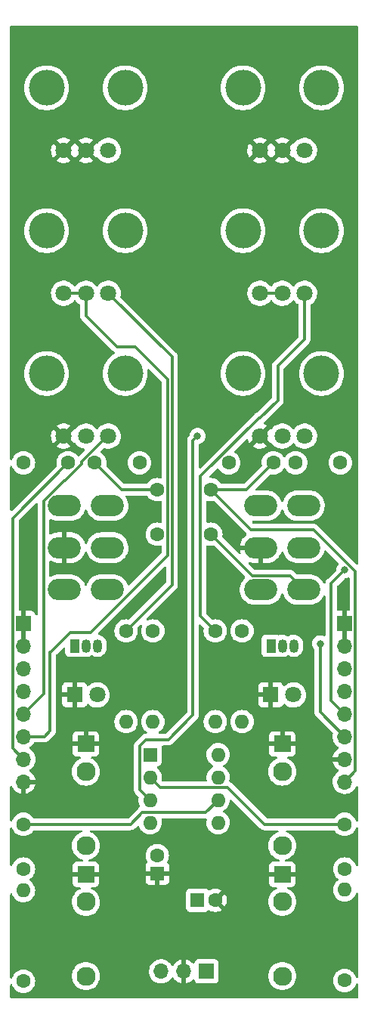
<source format=gbr>
%TF.GenerationSoftware,KiCad,Pcbnew,(6.0.0)*%
%TF.CreationDate,2022-01-31T09:17:54+01:00*%
%TF.ProjectId,Snare+Hihat,536e6172-652b-4486-9968-61742e6b6963,rev?*%
%TF.SameCoordinates,Original*%
%TF.FileFunction,Copper,L2,Bot*%
%TF.FilePolarity,Positive*%
%FSLAX46Y46*%
G04 Gerber Fmt 4.6, Leading zero omitted, Abs format (unit mm)*
G04 Created by KiCad (PCBNEW (6.0.0)) date 2022-01-31 09:17:54*
%MOMM*%
%LPD*%
G01*
G04 APERTURE LIST*
%TA.AperFunction,ComponentPad*%
%ADD10C,1.600000*%
%TD*%
%TA.AperFunction,ComponentPad*%
%ADD11R,1.600000X1.600000*%
%TD*%
%TA.AperFunction,ComponentPad*%
%ADD12R,1.800000X1.800000*%
%TD*%
%TA.AperFunction,ComponentPad*%
%ADD13C,1.800000*%
%TD*%
%TA.AperFunction,WasherPad*%
%ADD14C,4.000000*%
%TD*%
%TA.AperFunction,ComponentPad*%
%ADD15R,1.930000X1.830000*%
%TD*%
%TA.AperFunction,ComponentPad*%
%ADD16C,2.130000*%
%TD*%
%TA.AperFunction,ComponentPad*%
%ADD17R,1.050000X1.500000*%
%TD*%
%TA.AperFunction,ComponentPad*%
%ADD18O,1.050000X1.500000*%
%TD*%
%TA.AperFunction,ComponentPad*%
%ADD19O,1.600000X1.600000*%
%TD*%
%TA.AperFunction,ComponentPad*%
%ADD20O,3.700000X2.400000*%
%TD*%
%TA.AperFunction,ComponentPad*%
%ADD21R,1.700000X1.700000*%
%TD*%
%TA.AperFunction,ComponentPad*%
%ADD22O,1.700000X1.700000*%
%TD*%
%TA.AperFunction,ViaPad*%
%ADD23C,3.600000*%
%TD*%
%TA.AperFunction,ViaPad*%
%ADD24C,0.800000*%
%TD*%
%TA.AperFunction,Conductor*%
%ADD25C,0.300000*%
%TD*%
G04 APERTURE END LIST*
D10*
%TO.P,C1,1*%
%TO.N,/DeH*%
X103000000Y-80500000D03*
%TO.P,C1,2*%
%TO.N,Net-(C1-Pad2)*%
X98000000Y-80500000D03*
%TD*%
%TO.P,C2,1*%
%TO.N,/DeH*%
X105500000Y-80500000D03*
%TO.P,C2,2*%
%TO.N,Net-(C2-Pad2)*%
X110500000Y-80500000D03*
%TD*%
%TO.P,C3,1*%
%TO.N,/DeH*%
X96000000Y-83500000D03*
%TO.P,C3,2*%
%TO.N,Net-(C3-Pad2)*%
X96000000Y-88500000D03*
%TD*%
D11*
%TO.P,C5,1*%
%TO.N,+12V*%
X94500000Y-129500000D03*
D10*
%TO.P,C5,2*%
%TO.N,GND*%
X96500000Y-129500000D03*
%TD*%
D11*
%TO.P,C6,1*%
%TO.N,GND*%
X90000000Y-126500000D03*
D10*
%TO.P,C6,2*%
%TO.N,-12V*%
X90000000Y-124500000D03*
%TD*%
%TO.P,C11,1*%
%TO.N,/HiDH*%
X80000000Y-80500000D03*
%TO.P,C11,2*%
%TO.N,Net-(C11-Pad2)*%
X75000000Y-80500000D03*
%TD*%
%TO.P,C12,1*%
%TO.N,Net-(U1-Pad2)*%
X111000000Y-121000000D03*
%TO.P,C12,2*%
%TO.N,Net-(C12-Pad2)*%
X111000000Y-126000000D03*
%TD*%
%TO.P,C13,1*%
%TO.N,/HiDH*%
X83000000Y-80500000D03*
%TO.P,C13,2*%
%TO.N,Net-(C13-Pad2)*%
X88000000Y-80500000D03*
%TD*%
%TO.P,C14,1*%
%TO.N,/HiDH*%
X90000000Y-83500000D03*
%TO.P,C14,2*%
%TO.N,Net-(C14-Pad2)*%
X90000000Y-88500000D03*
%TD*%
%TO.P,C21,1*%
%TO.N,Net-(C21-Pad1)*%
X75000000Y-121000000D03*
%TO.P,C21,2*%
%TO.N,Net-(C21-Pad2)*%
X75000000Y-126000000D03*
%TD*%
D12*
%TO.P,D5,1,K*%
%TO.N,GND*%
X102725000Y-106500000D03*
D13*
%TO.P,D5,2,A*%
%TO.N,Net-(D5-Pad2)*%
X105265000Y-106500000D03*
%TD*%
D12*
%TO.P,D9,1,K*%
%TO.N,GND*%
X80725000Y-106500000D03*
D13*
%TO.P,D9,2,A*%
%TO.N,Net-(D9-Pad2)*%
X83265000Y-106500000D03*
%TD*%
D14*
%TO.P,DECAY2,*%
%TO.N,*%
X86400000Y-38500000D03*
X77600000Y-38500000D03*
D13*
%TO.P,DECAY2,1,1*%
%TO.N,/HiH*%
X84500000Y-45500000D03*
%TO.P,DECAY2,2,2*%
%TO.N,GND*%
X82000000Y-45500000D03*
%TO.P,DECAY2,3,3*%
X79500000Y-45500000D03*
%TD*%
D15*
%TO.P,J3,S*%
%TO.N,GND*%
X82000000Y-112000000D03*
D16*
%TO.P,J3,T*%
%TO.N,/HiI*%
X82000000Y-123400000D03*
%TO.P,J3,TN*%
%TO.N,unconnected-(J3-PadTN)*%
X82000000Y-115100000D03*
%TD*%
D15*
%TO.P,J4,S*%
%TO.N,GND*%
X104000000Y-126600000D03*
D16*
%TO.P,J4,T*%
%TO.N,Net-(R11-Pad1)*%
X104000000Y-138000000D03*
%TO.P,J4,TN*%
%TO.N,unconnected-(J4-PadTN)*%
X104000000Y-129700000D03*
%TD*%
D15*
%TO.P,J9,S*%
%TO.N,GND*%
X82000000Y-126600000D03*
D16*
%TO.P,J9,T*%
%TO.N,Net-(R21-Pad1)*%
X82000000Y-138000000D03*
%TO.P,J9,TN*%
%TO.N,unconnected-(J9-PadTN)*%
X82000000Y-129700000D03*
%TD*%
D17*
%TO.P,Q4,1,E*%
%TO.N,Net-(D5-Pad2)*%
X102730000Y-101000000D03*
D18*
%TO.P,Q4,2,B*%
%TO.N,Net-(Q4-Pad2)*%
X104000000Y-101000000D03*
%TO.P,Q4,3,C*%
%TO.N,Net-(Q4-Pad3)*%
X105270000Y-101000000D03*
%TD*%
D17*
%TO.P,Q8,1,E*%
%TO.N,Net-(D9-Pad2)*%
X80730000Y-101000000D03*
D18*
%TO.P,Q8,2,B*%
%TO.N,Net-(Q8-Pad2)*%
X82000000Y-101000000D03*
%TO.P,Q8,3,C*%
%TO.N,Net-(Q8-Pad3)*%
X83270000Y-101000000D03*
%TD*%
D10*
%TO.P,R5,1*%
%TO.N,/SnH*%
X96500000Y-99340000D03*
D19*
%TO.P,R5,2*%
%TO.N,Net-(Q4-Pad2)*%
X96500000Y-109500000D03*
%TD*%
D10*
%TO.P,R9,1*%
%TO.N,+12V*%
X99500000Y-99340000D03*
D19*
%TO.P,R9,2*%
%TO.N,Net-(Q4-Pad3)*%
X99500000Y-109500000D03*
%TD*%
D10*
%TO.P,R11,1*%
%TO.N,Net-(R11-Pad1)*%
X111000000Y-138500000D03*
D19*
%TO.P,R11,2*%
%TO.N,Net-(C12-Pad2)*%
X111000000Y-128340000D03*
%TD*%
D10*
%TO.P,R16,1*%
%TO.N,/HiH*%
X86500000Y-99340000D03*
D19*
%TO.P,R16,2*%
%TO.N,Net-(Q8-Pad2)*%
X86500000Y-109500000D03*
%TD*%
D10*
%TO.P,R19,1*%
%TO.N,+12V*%
X89500000Y-99340000D03*
D19*
%TO.P,R19,2*%
%TO.N,Net-(Q8-Pad3)*%
X89500000Y-109500000D03*
%TD*%
D10*
%TO.P,R21,1*%
%TO.N,Net-(R21-Pad1)*%
X75000000Y-138580000D03*
D19*
%TO.P,R21,2*%
%TO.N,Net-(C21-Pad2)*%
X75000000Y-128420000D03*
%TD*%
D14*
%TO.P,Strike2,*%
%TO.N,*%
X77600000Y-54500000D03*
X86400000Y-54500000D03*
D13*
%TO.P,Strike2,1,1*%
%TO.N,/HiH*%
X84500000Y-61500000D03*
%TO.P,Strike2,2,2*%
%TO.N,/Ho*%
X82000000Y-61500000D03*
%TO.P,Strike2,3,3*%
X79500000Y-61500000D03*
%TD*%
D14*
%TO.P,DECAY1,*%
%TO.N,*%
X108400000Y-38500000D03*
X99600000Y-38500000D03*
D13*
%TO.P,DECAY1,1,1*%
%TO.N,/SnH*%
X106500000Y-45500000D03*
%TO.P,DECAY1,2,2*%
%TO.N,GND*%
X104000000Y-45500000D03*
%TO.P,DECAY1,3,3*%
X101500000Y-45500000D03*
%TD*%
D14*
%TO.P,Strike1,*%
%TO.N,*%
X108400000Y-54500000D03*
X99600000Y-54500000D03*
D13*
%TO.P,Strike1,1,1*%
%TO.N,/SnH*%
X106500000Y-61500000D03*
%TO.P,Strike1,2,2*%
%TO.N,/So*%
X104000000Y-61500000D03*
%TO.P,Strike1,3,3*%
X101500000Y-61500000D03*
%TD*%
D14*
%TO.P,VOL1,*%
%TO.N,*%
X108400000Y-70500000D03*
X99600000Y-70500000D03*
D13*
%TO.P,VOL1,1,1*%
%TO.N,/SnO*%
X106500000Y-77500000D03*
%TO.P,VOL1,2,2*%
%TO.N,Net-(VOL1-Pad2)*%
X104000000Y-77500000D03*
%TO.P,VOL1,3,3*%
%TO.N,GND*%
X101500000Y-77500000D03*
%TD*%
D14*
%TO.P,VOL2,*%
%TO.N,*%
X86400000Y-70500000D03*
X77600000Y-70500000D03*
D13*
%TO.P,VOL2,1,1*%
%TO.N,/HiO*%
X84500000Y-77500000D03*
%TO.P,VOL2,2,2*%
%TO.N,Net-(VOL2-Pad2)*%
X82000000Y-77500000D03*
%TO.P,VOL2,3,3*%
%TO.N,GND*%
X79500000Y-77500000D03*
%TD*%
D15*
%TO.P,J1,S*%
%TO.N,GND*%
X104000000Y-112000000D03*
D16*
%TO.P,J1,T*%
%TO.N,/SnI*%
X104000000Y-123400000D03*
%TO.P,J1,TN*%
%TO.N,unconnected-(J1-PadTN)*%
X104000000Y-115100000D03*
%TD*%
D20*
%TO.P,Depth1,1,A*%
%TO.N,Net-(C1-Pad2)*%
X101600000Y-85300000D03*
%TO.P,Depth1,2,B*%
%TO.N,GND*%
X101600000Y-90000000D03*
%TO.P,Depth1,3,C*%
%TO.N,Net-(Depth1-Pad3)*%
X101600000Y-94700000D03*
%TO.P,Depth1,4,A*%
%TO.N,Net-(C2-Pad2)*%
X106400000Y-85300000D03*
%TO.P,Depth1,5,B*%
%TO.N,Net-(Depth1-Pad3)*%
X106400000Y-90000000D03*
%TO.P,Depth1,6,C*%
%TO.N,Net-(C3-Pad2)*%
X106400000Y-94700000D03*
%TD*%
%TO.P,Depth2,1,A*%
%TO.N,Net-(C11-Pad2)*%
X79600000Y-85300000D03*
%TO.P,Depth2,2,B*%
%TO.N,GND*%
X79600000Y-90000000D03*
%TO.P,Depth2,3,C*%
%TO.N,Net-(Depth2-Pad3)*%
X79600000Y-94700000D03*
%TO.P,Depth2,4,A*%
%TO.N,Net-(C13-Pad2)*%
X84400000Y-85300000D03*
%TO.P,Depth2,5,B*%
%TO.N,Net-(Depth2-Pad3)*%
X84400000Y-90000000D03*
%TO.P,Depth2,6,C*%
%TO.N,Net-(C14-Pad2)*%
X84400000Y-94700000D03*
%TD*%
D11*
%TO.P,U1,1*%
%TO.N,Net-(U1-Pad2)*%
X89200000Y-113200000D03*
D19*
%TO.P,U1,2,-*%
X89200000Y-115740000D03*
%TO.P,U1,3,+*%
%TO.N,Net-(VOL1-Pad2)*%
X89200000Y-118280000D03*
%TO.P,U1,4,V-*%
%TO.N,-12V*%
X89200000Y-120820000D03*
%TO.P,U1,5,+*%
%TO.N,Net-(VOL2-Pad2)*%
X96820000Y-120820000D03*
%TO.P,U1,6,-*%
%TO.N,Net-(C21-Pad1)*%
X96820000Y-118280000D03*
%TO.P,U1,7*%
X96820000Y-115740000D03*
%TO.P,U1,8,V+*%
%TO.N,+12V*%
X96820000Y-113200000D03*
%TD*%
D21*
%TO.P,J8,1,Pin_1*%
%TO.N,GND*%
X75000000Y-98460000D03*
D22*
%TO.P,J8,2,Pin_2*%
X75000000Y-101000000D03*
%TO.P,J8,3,Pin_3*%
%TO.N,/HiI*%
X75000000Y-103540000D03*
%TO.P,J8,4,Pin_4*%
%TO.N,/HiH*%
X75000000Y-106080000D03*
%TO.P,J8,5,Pin_5*%
%TO.N,/HiO*%
X75000000Y-108620000D03*
%TO.P,J8,6,Pin_6*%
%TO.N,/Ho*%
X75000000Y-111160000D03*
%TO.P,J8,7,Pin_7*%
%TO.N,/HiDH*%
X75000000Y-113700000D03*
%TO.P,J8,8,Pin_8*%
%TO.N,GND*%
X75000000Y-116240000D03*
%TD*%
D21*
%TO.P,J6,1,Pin_1*%
%TO.N,GND*%
X111000000Y-98460000D03*
D22*
%TO.P,J6,2,Pin_2*%
X111000000Y-101000000D03*
%TO.P,J6,3,Pin_3*%
%TO.N,/SnI*%
X111000000Y-103540000D03*
%TO.P,J6,4,Pin_4*%
%TO.N,/SnH*%
X111000000Y-106080000D03*
%TO.P,J6,5,Pin_5*%
%TO.N,/SnO*%
X111000000Y-108620000D03*
%TO.P,J6,6,Pin_6*%
%TO.N,/So*%
X111000000Y-111160000D03*
%TO.P,J6,7,Pin_7*%
%TO.N,GND*%
X111000000Y-113700000D03*
%TO.P,J6,8,Pin_8*%
%TO.N,/DeH*%
X111000000Y-116240000D03*
%TD*%
D21*
%TO.P,J10,1,Pin_1*%
%TO.N,+12V*%
X95525000Y-137475000D03*
D22*
%TO.P,J10,2,Pin_2*%
%TO.N,GND*%
X92985000Y-137475000D03*
%TO.P,J10,3,Pin_3*%
%TO.N,-12V*%
X90445000Y-137475000D03*
%TD*%
D23*
%TO.N,GND*%
X93000000Y-47000000D03*
D24*
X75000000Y-82750000D03*
X74250000Y-83750000D03*
%TO.N,/So*%
X108250000Y-100750000D03*
%TO.N,/SnO*%
X110970023Y-92529977D03*
%TO.N,Net-(VOL1-Pad2)*%
X94500000Y-77500000D03*
%TD*%
D25*
%TO.N,Net-(U1-Pad2)*%
X102000000Y-121000000D02*
X97889511Y-116889511D01*
X111000000Y-121000000D02*
X102000000Y-121000000D01*
X97889511Y-116889511D02*
X90349511Y-116889511D01*
X90349511Y-116889511D02*
X89200000Y-115740000D01*
%TO.N,/DeH*%
X107500000Y-88000000D02*
X112199511Y-92699511D01*
X103000000Y-80500000D02*
X100000000Y-83500000D01*
X112199511Y-92699511D02*
X112199511Y-115040489D01*
X112199511Y-115040489D02*
X111000000Y-116240000D01*
X100000000Y-83500000D02*
X96000000Y-83500000D01*
X100500000Y-88000000D02*
X107500000Y-88000000D01*
X96000000Y-83500000D02*
X100500000Y-88000000D01*
%TO.N,Net-(C3-Pad2)*%
X106400000Y-94700000D02*
X104850480Y-93150480D01*
X100650480Y-93150480D02*
X96000000Y-88500000D01*
X104850480Y-93150480D02*
X100650480Y-93150480D01*
%TO.N,/SnH*%
X101374345Y-75500000D02*
X94850489Y-82023856D01*
X94850489Y-97690489D02*
X96500000Y-99340000D01*
X103500000Y-69640576D02*
X103500000Y-73500000D01*
X101374345Y-75500000D02*
X101500000Y-75500000D01*
X94850489Y-82023856D02*
X94850489Y-97690489D01*
X106500000Y-66640576D02*
X103500000Y-69640576D01*
X106500000Y-61500000D02*
X106500000Y-66640576D01*
X101500000Y-75500000D02*
X103500000Y-73500000D01*
%TO.N,/So*%
X108250000Y-108410000D02*
X111000000Y-111160000D01*
X108250000Y-100750000D02*
X108250000Y-108410000D01*
X101500000Y-61500000D02*
X104000000Y-61500000D01*
%TO.N,/HiDH*%
X86000000Y-83500000D02*
X83000000Y-80500000D01*
X90000000Y-83500000D02*
X86000000Y-83500000D01*
X73800489Y-86699511D02*
X73800489Y-112500489D01*
X73800489Y-112500489D02*
X75000000Y-113700000D01*
X80000000Y-80500000D02*
X73800489Y-86699511D01*
%TO.N,/HiH*%
X91649031Y-68649031D02*
X91649031Y-94190969D01*
X91649031Y-94190969D02*
X86500000Y-99340000D01*
X84500000Y-61500000D02*
X91649031Y-68649031D01*
%TO.N,/Ho*%
X82500000Y-99500000D02*
X91149511Y-90850489D01*
X87500000Y-67500000D02*
X85500000Y-67500000D01*
X78000000Y-101755978D02*
X78127989Y-101627989D01*
X75000000Y-111160000D02*
X77340000Y-111160000D01*
X82000000Y-61500000D02*
X79500000Y-61500000D01*
X80255978Y-99500000D02*
X82500000Y-99500000D01*
X77340000Y-111160000D02*
X78000000Y-110500000D01*
X85500000Y-67500000D02*
X82000000Y-64000000D01*
X78127989Y-101627989D02*
X80255978Y-99500000D01*
X82000000Y-64000000D02*
X82000000Y-61500000D01*
X91149511Y-90850489D02*
X91149511Y-71149511D01*
X91149511Y-71149511D02*
X87500000Y-67500000D01*
X78000000Y-110500000D02*
X78000000Y-101755978D01*
%TO.N,Net-(C21-Pad1)*%
X87000000Y-121000000D02*
X88329511Y-119670489D01*
X88329511Y-119670489D02*
X95429511Y-119670489D01*
X95429511Y-119670489D02*
X96820000Y-118280000D01*
X75000000Y-121000000D02*
X87000000Y-121000000D01*
%TO.N,/SnO*%
X109500000Y-107120000D02*
X109500000Y-94000000D01*
X111000000Y-108620000D02*
X109500000Y-107120000D01*
X109500000Y-94000000D02*
X110970023Y-92529977D01*
%TO.N,/HiO*%
X75000000Y-108620000D02*
X77250000Y-106370000D01*
X84374345Y-77500000D02*
X84500000Y-77500000D01*
X79558648Y-82500000D02*
X79625655Y-82500000D01*
X81500000Y-80625655D02*
X81500000Y-80374345D01*
X77250000Y-106370000D02*
X77250000Y-84808648D01*
X81500000Y-80374345D02*
X84374345Y-77500000D01*
X77250000Y-84808648D02*
X79558648Y-82500000D01*
X79625655Y-82500000D02*
X81500000Y-80625655D01*
%TO.N,Net-(VOL1-Pad2)*%
X89200000Y-118280000D02*
X88050489Y-117130489D01*
X88050489Y-112199511D02*
X88750000Y-111500000D01*
X88750000Y-111500000D02*
X91250000Y-111500000D01*
X94000000Y-108750000D02*
X94000000Y-78000000D01*
X94000000Y-78000000D02*
X94500000Y-77500000D01*
X93750000Y-109000000D02*
X94000000Y-108750000D01*
X88050489Y-117130489D02*
X88050489Y-112199511D01*
X91250000Y-111500000D02*
X93750000Y-109000000D01*
%TD*%
%TA.AperFunction,Conductor*%
%TO.N,GND*%
G36*
X98341880Y-118273140D02*
G01*
X101476341Y-121407600D01*
X101484331Y-121416381D01*
X101484339Y-121416390D01*
X101488584Y-121423080D01*
X101510514Y-121443674D01*
X101540274Y-121471620D01*
X101543116Y-121474375D01*
X101563667Y-121494926D01*
X101566801Y-121497357D01*
X101567163Y-121497638D01*
X101576191Y-121505348D01*
X101609867Y-121536972D01*
X101616818Y-121540793D01*
X101616819Y-121540794D01*
X101628655Y-121547301D01*
X101645184Y-121558158D01*
X101655869Y-121566447D01*
X101655871Y-121566448D01*
X101662131Y-121571304D01*
X101704544Y-121589657D01*
X101715181Y-121594868D01*
X101755663Y-121617124D01*
X101763342Y-121619096D01*
X101763343Y-121619096D01*
X101776434Y-121622457D01*
X101795136Y-121628859D01*
X101814823Y-121637379D01*
X101822652Y-121638619D01*
X101860448Y-121644605D01*
X101872074Y-121647013D01*
X101909135Y-121656529D01*
X101909136Y-121656529D01*
X101916812Y-121658500D01*
X101938258Y-121658500D01*
X101957968Y-121660051D01*
X101979151Y-121663406D01*
X102014642Y-121660051D01*
X102025136Y-121659059D01*
X102036994Y-121658500D01*
X103459154Y-121658500D01*
X103527275Y-121678502D01*
X103573768Y-121732158D01*
X103583872Y-121802432D01*
X103554378Y-121867012D01*
X103507372Y-121900909D01*
X103288011Y-121991771D01*
X103288007Y-121991773D01*
X103283437Y-121993666D01*
X103072260Y-122123075D01*
X102883927Y-122283927D01*
X102723075Y-122472260D01*
X102593666Y-122683437D01*
X102498885Y-122912258D01*
X102497730Y-122917070D01*
X102442221Y-123148276D01*
X102442220Y-123148282D01*
X102441066Y-123153089D01*
X102421634Y-123400000D01*
X102441066Y-123646911D01*
X102442220Y-123651718D01*
X102442221Y-123651724D01*
X102442240Y-123651803D01*
X102498885Y-123887742D01*
X102500778Y-123892313D01*
X102500779Y-123892315D01*
X102568608Y-124056067D01*
X102593666Y-124116563D01*
X102723075Y-124327740D01*
X102883927Y-124516073D01*
X103072260Y-124676925D01*
X103283437Y-124806334D01*
X103288007Y-124808227D01*
X103288011Y-124808229D01*
X103507685Y-124899221D01*
X103512258Y-124901115D01*
X103517072Y-124902271D01*
X103517079Y-124902273D01*
X103626248Y-124928483D01*
X103687817Y-124963835D01*
X103720499Y-125026862D01*
X103713918Y-125097553D01*
X103670164Y-125153464D01*
X103596833Y-125177001D01*
X102990331Y-125177001D01*
X102983510Y-125177371D01*
X102932648Y-125182895D01*
X102917396Y-125186521D01*
X102796946Y-125231676D01*
X102781351Y-125240214D01*
X102679276Y-125316715D01*
X102666715Y-125329276D01*
X102590214Y-125431351D01*
X102581676Y-125446946D01*
X102536522Y-125567394D01*
X102532895Y-125582649D01*
X102527369Y-125633514D01*
X102527000Y-125640328D01*
X102527000Y-126327885D01*
X102531475Y-126343124D01*
X102532865Y-126344329D01*
X102540548Y-126346000D01*
X105454884Y-126346000D01*
X105470123Y-126341525D01*
X105471328Y-126340135D01*
X105472999Y-126332452D01*
X105472999Y-125640331D01*
X105472629Y-125633510D01*
X105467105Y-125582648D01*
X105463479Y-125567396D01*
X105418324Y-125446946D01*
X105409786Y-125431351D01*
X105333285Y-125329276D01*
X105320724Y-125316715D01*
X105218649Y-125240214D01*
X105203054Y-125231676D01*
X105082606Y-125186522D01*
X105067351Y-125182895D01*
X105016486Y-125177369D01*
X105009672Y-125177000D01*
X104403168Y-125177000D01*
X104335047Y-125156998D01*
X104288554Y-125103342D01*
X104278450Y-125033068D01*
X104307944Y-124968488D01*
X104373753Y-124928482D01*
X104487742Y-124901115D01*
X104492315Y-124899221D01*
X104711989Y-124808229D01*
X104711993Y-124808227D01*
X104716563Y-124806334D01*
X104927740Y-124676925D01*
X105116073Y-124516073D01*
X105276925Y-124327740D01*
X105406334Y-124116563D01*
X105431393Y-124056067D01*
X105499221Y-123892315D01*
X105499222Y-123892313D01*
X105501115Y-123887742D01*
X105557760Y-123651803D01*
X105557779Y-123651724D01*
X105557780Y-123651718D01*
X105558934Y-123646911D01*
X105578366Y-123400000D01*
X105558934Y-123153089D01*
X105557780Y-123148282D01*
X105557779Y-123148276D01*
X105502270Y-122917070D01*
X105501115Y-122912258D01*
X105406334Y-122683437D01*
X105276925Y-122472260D01*
X105116073Y-122283927D01*
X104927740Y-122123075D01*
X104716563Y-121993666D01*
X104711993Y-121991773D01*
X104711989Y-121991771D01*
X104492628Y-121900909D01*
X104437347Y-121856361D01*
X104414926Y-121788997D01*
X104432484Y-121720206D01*
X104484446Y-121671828D01*
X104540846Y-121658500D01*
X109798112Y-121658500D01*
X109866233Y-121678502D01*
X109901324Y-121712228D01*
X109915279Y-121732158D01*
X109983339Y-121829357D01*
X109993802Y-121844300D01*
X110155700Y-122006198D01*
X110160208Y-122009355D01*
X110160211Y-122009357D01*
X110221056Y-122051961D01*
X110343251Y-122137523D01*
X110348233Y-122139846D01*
X110348238Y-122139849D01*
X110545775Y-122231961D01*
X110550757Y-122234284D01*
X110556065Y-122235706D01*
X110556067Y-122235707D01*
X110766598Y-122292119D01*
X110766600Y-122292119D01*
X110771913Y-122293543D01*
X111000000Y-122313498D01*
X111228087Y-122293543D01*
X111233400Y-122292119D01*
X111233402Y-122292119D01*
X111443933Y-122235707D01*
X111443935Y-122235706D01*
X111449243Y-122234284D01*
X111454225Y-122231961D01*
X111651762Y-122139849D01*
X111651767Y-122139846D01*
X111656749Y-122137523D01*
X111778944Y-122051961D01*
X111839789Y-122009357D01*
X111839792Y-122009355D01*
X111844300Y-122006198D01*
X112006198Y-121844300D01*
X112016662Y-121829357D01*
X112122291Y-121678502D01*
X112137523Y-121656749D01*
X112139846Y-121651767D01*
X112139849Y-121651762D01*
X112231961Y-121454225D01*
X112231961Y-121454224D01*
X112234284Y-121449243D01*
X112244293Y-121411889D01*
X112281245Y-121351266D01*
X112345105Y-121320245D01*
X112415600Y-121328673D01*
X112470347Y-121373876D01*
X112492000Y-121444500D01*
X112492000Y-125555500D01*
X112471998Y-125623621D01*
X112418342Y-125670114D01*
X112348068Y-125680218D01*
X112283488Y-125650724D01*
X112244293Y-125588111D01*
X112235707Y-125556067D01*
X112235706Y-125556065D01*
X112234284Y-125550757D01*
X112192871Y-125461946D01*
X112139849Y-125348238D01*
X112139846Y-125348233D01*
X112137523Y-125343251D01*
X112025240Y-125182895D01*
X112009357Y-125160211D01*
X112009355Y-125160208D01*
X112006198Y-125155700D01*
X111844300Y-124993802D01*
X111839792Y-124990645D01*
X111839789Y-124990643D01*
X111713579Y-124902270D01*
X111656749Y-124862477D01*
X111651767Y-124860154D01*
X111651762Y-124860151D01*
X111454225Y-124768039D01*
X111454224Y-124768039D01*
X111449243Y-124765716D01*
X111443935Y-124764294D01*
X111443933Y-124764293D01*
X111233402Y-124707881D01*
X111233400Y-124707881D01*
X111228087Y-124706457D01*
X111000000Y-124686502D01*
X110771913Y-124706457D01*
X110766600Y-124707881D01*
X110766598Y-124707881D01*
X110556067Y-124764293D01*
X110556065Y-124764294D01*
X110550757Y-124765716D01*
X110545776Y-124768039D01*
X110545775Y-124768039D01*
X110348238Y-124860151D01*
X110348233Y-124860154D01*
X110343251Y-124862477D01*
X110286421Y-124902270D01*
X110160211Y-124990643D01*
X110160208Y-124990645D01*
X110155700Y-124993802D01*
X109993802Y-125155700D01*
X109990645Y-125160208D01*
X109990643Y-125160211D01*
X109974760Y-125182895D01*
X109862477Y-125343251D01*
X109860154Y-125348233D01*
X109860151Y-125348238D01*
X109807129Y-125461946D01*
X109765716Y-125550757D01*
X109764294Y-125556065D01*
X109764293Y-125556067D01*
X109739523Y-125648510D01*
X109706457Y-125771913D01*
X109686502Y-126000000D01*
X109706457Y-126228087D01*
X109765716Y-126449243D01*
X109768039Y-126454224D01*
X109768039Y-126454225D01*
X109860151Y-126651762D01*
X109860154Y-126651767D01*
X109862477Y-126656749D01*
X109865634Y-126661257D01*
X109940060Y-126767548D01*
X109993802Y-126844300D01*
X110155700Y-127006198D01*
X110160208Y-127009355D01*
X110160211Y-127009357D01*
X110242230Y-127066787D01*
X110286558Y-127122244D01*
X110293867Y-127192863D01*
X110261836Y-127256224D01*
X110242231Y-127273212D01*
X110220018Y-127288766D01*
X110160211Y-127330643D01*
X110160208Y-127330645D01*
X110155700Y-127333802D01*
X109993802Y-127495700D01*
X109990645Y-127500208D01*
X109990643Y-127500211D01*
X109949010Y-127559669D01*
X109862477Y-127683251D01*
X109860154Y-127688233D01*
X109860151Y-127688238D01*
X109804479Y-127807629D01*
X109765716Y-127890757D01*
X109764294Y-127896065D01*
X109764293Y-127896067D01*
X109709715Y-128099755D01*
X109706457Y-128111913D01*
X109686502Y-128340000D01*
X109706457Y-128568087D01*
X109707881Y-128573400D01*
X109707881Y-128573402D01*
X109762295Y-128776474D01*
X109765716Y-128789243D01*
X109768039Y-128794224D01*
X109768039Y-128794225D01*
X109860151Y-128991762D01*
X109860154Y-128991767D01*
X109862477Y-128996749D01*
X109993802Y-129184300D01*
X110155700Y-129346198D01*
X110160208Y-129349355D01*
X110160211Y-129349357D01*
X110238389Y-129404098D01*
X110343251Y-129477523D01*
X110348233Y-129479846D01*
X110348238Y-129479849D01*
X110545775Y-129571961D01*
X110550757Y-129574284D01*
X110556065Y-129575706D01*
X110556067Y-129575707D01*
X110766598Y-129632119D01*
X110766600Y-129632119D01*
X110771913Y-129633543D01*
X111000000Y-129653498D01*
X111228087Y-129633543D01*
X111233400Y-129632119D01*
X111233402Y-129632119D01*
X111443933Y-129575707D01*
X111443935Y-129575706D01*
X111449243Y-129574284D01*
X111454225Y-129571961D01*
X111651762Y-129479849D01*
X111651767Y-129479846D01*
X111656749Y-129477523D01*
X111761611Y-129404098D01*
X111839789Y-129349357D01*
X111839792Y-129349355D01*
X111844300Y-129346198D01*
X112006198Y-129184300D01*
X112137523Y-128996749D01*
X112139846Y-128991767D01*
X112139849Y-128991762D01*
X112231961Y-128794225D01*
X112231961Y-128794224D01*
X112234284Y-128789243D01*
X112237706Y-128776474D01*
X112244293Y-128751889D01*
X112281245Y-128691266D01*
X112345105Y-128660245D01*
X112415600Y-128668673D01*
X112470347Y-128713876D01*
X112492000Y-128784500D01*
X112492000Y-138055500D01*
X112471998Y-138123621D01*
X112418342Y-138170114D01*
X112348068Y-138180218D01*
X112283488Y-138150724D01*
X112244293Y-138088111D01*
X112235707Y-138056067D01*
X112235706Y-138056065D01*
X112234284Y-138050757D01*
X112177153Y-137928238D01*
X112139849Y-137848238D01*
X112139846Y-137848233D01*
X112137523Y-137843251D01*
X112016048Y-137669767D01*
X112009357Y-137660211D01*
X112009355Y-137660208D01*
X112006198Y-137655700D01*
X111844300Y-137493802D01*
X111839792Y-137490645D01*
X111839789Y-137490643D01*
X111761611Y-137435902D01*
X111656749Y-137362477D01*
X111651767Y-137360154D01*
X111651762Y-137360151D01*
X111454225Y-137268039D01*
X111454224Y-137268039D01*
X111449243Y-137265716D01*
X111443935Y-137264294D01*
X111443933Y-137264293D01*
X111233402Y-137207881D01*
X111233400Y-137207881D01*
X111228087Y-137206457D01*
X111000000Y-137186502D01*
X110771913Y-137206457D01*
X110766600Y-137207881D01*
X110766598Y-137207881D01*
X110556067Y-137264293D01*
X110556065Y-137264294D01*
X110550757Y-137265716D01*
X110545776Y-137268039D01*
X110545775Y-137268039D01*
X110348238Y-137360151D01*
X110348233Y-137360154D01*
X110343251Y-137362477D01*
X110238389Y-137435902D01*
X110160211Y-137490643D01*
X110160208Y-137490645D01*
X110155700Y-137493802D01*
X109993802Y-137655700D01*
X109990645Y-137660208D01*
X109990643Y-137660211D01*
X109983952Y-137669767D01*
X109862477Y-137843251D01*
X109860154Y-137848233D01*
X109860151Y-137848238D01*
X109822847Y-137928238D01*
X109765716Y-138050757D01*
X109764294Y-138056065D01*
X109764293Y-138056067D01*
X109746192Y-138123621D01*
X109706457Y-138271913D01*
X109686502Y-138500000D01*
X109706457Y-138728087D01*
X109707881Y-138733400D01*
X109707881Y-138733402D01*
X109735524Y-138836564D01*
X109765716Y-138949243D01*
X109768039Y-138954224D01*
X109768039Y-138954225D01*
X109860151Y-139151762D01*
X109860154Y-139151767D01*
X109862477Y-139156749D01*
X109993802Y-139344300D01*
X110155700Y-139506198D01*
X110160208Y-139509355D01*
X110160211Y-139509357D01*
X110229365Y-139557779D01*
X110343251Y-139637523D01*
X110348233Y-139639846D01*
X110348238Y-139639849D01*
X110545775Y-139731961D01*
X110550757Y-139734284D01*
X110556065Y-139735706D01*
X110556067Y-139735707D01*
X110766598Y-139792119D01*
X110766600Y-139792119D01*
X110771913Y-139793543D01*
X111000000Y-139813498D01*
X111228087Y-139793543D01*
X111233400Y-139792119D01*
X111233402Y-139792119D01*
X111443933Y-139735707D01*
X111443935Y-139735706D01*
X111449243Y-139734284D01*
X111454225Y-139731961D01*
X111651762Y-139639849D01*
X111651767Y-139639846D01*
X111656749Y-139637523D01*
X111770635Y-139557779D01*
X111839789Y-139509357D01*
X111839792Y-139509355D01*
X111844300Y-139506198D01*
X112006198Y-139344300D01*
X112137523Y-139156749D01*
X112139846Y-139151767D01*
X112139849Y-139151762D01*
X112231961Y-138954225D01*
X112231961Y-138954224D01*
X112234284Y-138949243D01*
X112244293Y-138911889D01*
X112281245Y-138851266D01*
X112345105Y-138820245D01*
X112415600Y-138828673D01*
X112470347Y-138873876D01*
X112492000Y-138944500D01*
X112492000Y-140366000D01*
X112471998Y-140434121D01*
X112418342Y-140480614D01*
X112366000Y-140492000D01*
X73634000Y-140492000D01*
X73565879Y-140471998D01*
X73519386Y-140418342D01*
X73508000Y-140366000D01*
X73508000Y-139024500D01*
X73528002Y-138956379D01*
X73581658Y-138909886D01*
X73651932Y-138899782D01*
X73716512Y-138929276D01*
X73755707Y-138991889D01*
X73765716Y-139029243D01*
X73768039Y-139034224D01*
X73768039Y-139034225D01*
X73860151Y-139231762D01*
X73860154Y-139231767D01*
X73862477Y-139236749D01*
X73993802Y-139424300D01*
X74155700Y-139586198D01*
X74160208Y-139589355D01*
X74160211Y-139589357D01*
X74224491Y-139634366D01*
X74343251Y-139717523D01*
X74348233Y-139719846D01*
X74348238Y-139719849D01*
X74545775Y-139811961D01*
X74550757Y-139814284D01*
X74556065Y-139815706D01*
X74556067Y-139815707D01*
X74766598Y-139872119D01*
X74766600Y-139872119D01*
X74771913Y-139873543D01*
X75000000Y-139893498D01*
X75228087Y-139873543D01*
X75233400Y-139872119D01*
X75233402Y-139872119D01*
X75443933Y-139815707D01*
X75443935Y-139815706D01*
X75449243Y-139814284D01*
X75454225Y-139811961D01*
X75651762Y-139719849D01*
X75651767Y-139719846D01*
X75656749Y-139717523D01*
X75775509Y-139634366D01*
X75839789Y-139589357D01*
X75839792Y-139589355D01*
X75844300Y-139586198D01*
X76006198Y-139424300D01*
X76137523Y-139236749D01*
X76139846Y-139231767D01*
X76139849Y-139231762D01*
X76231961Y-139034225D01*
X76231961Y-139034224D01*
X76234284Y-139029243D01*
X76286833Y-138833131D01*
X76292119Y-138813402D01*
X76292119Y-138813400D01*
X76293543Y-138808087D01*
X76313498Y-138580000D01*
X76293543Y-138351913D01*
X76275265Y-138283699D01*
X76235707Y-138136067D01*
X76235706Y-138136065D01*
X76234284Y-138130757D01*
X76231961Y-138125775D01*
X76173312Y-138000000D01*
X80421634Y-138000000D01*
X80441066Y-138246911D01*
X80442220Y-138251718D01*
X80442221Y-138251724D01*
X80478499Y-138402830D01*
X80498885Y-138487742D01*
X80500778Y-138492313D01*
X80500779Y-138492315D01*
X80589366Y-138706181D01*
X80593666Y-138716563D01*
X80723075Y-138927740D01*
X80883927Y-139116073D01*
X81072260Y-139276925D01*
X81283437Y-139406334D01*
X81288007Y-139408227D01*
X81288011Y-139408229D01*
X81507685Y-139499221D01*
X81512258Y-139501115D01*
X81597170Y-139521501D01*
X81748276Y-139557779D01*
X81748282Y-139557780D01*
X81753089Y-139558934D01*
X82000000Y-139578366D01*
X82246911Y-139558934D01*
X82251718Y-139557780D01*
X82251724Y-139557779D01*
X82402830Y-139521501D01*
X82487742Y-139501115D01*
X82492315Y-139499221D01*
X82711989Y-139408229D01*
X82711993Y-139408227D01*
X82716563Y-139406334D01*
X82927740Y-139276925D01*
X83116073Y-139116073D01*
X83276925Y-138927740D01*
X83406334Y-138716563D01*
X83410635Y-138706181D01*
X83499221Y-138492315D01*
X83499222Y-138492313D01*
X83501115Y-138487742D01*
X83521501Y-138402830D01*
X83557779Y-138251724D01*
X83557780Y-138251718D01*
X83558934Y-138246911D01*
X83578366Y-138000000D01*
X83558934Y-137753089D01*
X83557780Y-137748282D01*
X83557779Y-137748276D01*
X83516826Y-137577699D01*
X83501115Y-137512258D01*
X83499221Y-137507685D01*
X83471887Y-137441695D01*
X89082251Y-137441695D01*
X89082548Y-137446848D01*
X89082548Y-137446851D01*
X89094590Y-137655700D01*
X89095110Y-137664715D01*
X89096247Y-137669761D01*
X89096248Y-137669767D01*
X89115026Y-137753089D01*
X89144222Y-137882639D01*
X89228266Y-138089616D01*
X89230965Y-138094020D01*
X89327606Y-138251724D01*
X89344987Y-138280088D01*
X89491250Y-138448938D01*
X89663126Y-138591632D01*
X89856000Y-138704338D01*
X89860825Y-138706180D01*
X89860826Y-138706181D01*
X89918192Y-138728087D01*
X90064692Y-138784030D01*
X90069760Y-138785061D01*
X90069763Y-138785062D01*
X90156000Y-138802607D01*
X90283597Y-138828567D01*
X90288772Y-138828757D01*
X90288774Y-138828757D01*
X90501673Y-138836564D01*
X90501677Y-138836564D01*
X90506837Y-138836753D01*
X90511957Y-138836097D01*
X90511959Y-138836097D01*
X90723288Y-138809025D01*
X90723289Y-138809025D01*
X90728416Y-138808368D01*
X90733366Y-138806883D01*
X90937429Y-138745661D01*
X90937434Y-138745659D01*
X90942384Y-138744174D01*
X91142994Y-138645896D01*
X91324860Y-138516173D01*
X91335596Y-138505475D01*
X91468400Y-138373134D01*
X91483096Y-138358489D01*
X91542594Y-138275689D01*
X91613453Y-138177077D01*
X91614640Y-138177930D01*
X91661960Y-138134362D01*
X91731897Y-138122145D01*
X91797338Y-138149678D01*
X91825166Y-138181511D01*
X91882694Y-138275388D01*
X91888777Y-138283699D01*
X92028213Y-138444667D01*
X92035580Y-138451883D01*
X92199434Y-138587916D01*
X92207881Y-138593831D01*
X92391756Y-138701279D01*
X92401042Y-138705729D01*
X92600001Y-138781703D01*
X92609899Y-138784579D01*
X92713250Y-138805606D01*
X92727299Y-138804410D01*
X92731000Y-138794065D01*
X92731000Y-138793517D01*
X93239000Y-138793517D01*
X93243064Y-138807359D01*
X93256478Y-138809393D01*
X93263184Y-138808534D01*
X93273262Y-138806392D01*
X93477255Y-138745191D01*
X93486842Y-138741433D01*
X93678095Y-138647739D01*
X93686945Y-138642464D01*
X93860328Y-138518792D01*
X93868193Y-138512145D01*
X93972897Y-138407805D01*
X94035268Y-138373889D01*
X94106075Y-138379077D01*
X94162837Y-138421723D01*
X94179819Y-138452826D01*
X94224385Y-138571705D01*
X94311739Y-138688261D01*
X94428295Y-138775615D01*
X94564684Y-138826745D01*
X94626866Y-138833500D01*
X96423134Y-138833500D01*
X96485316Y-138826745D01*
X96621705Y-138775615D01*
X96738261Y-138688261D01*
X96825615Y-138571705D01*
X96876745Y-138435316D01*
X96883500Y-138373134D01*
X96883500Y-138000000D01*
X102421634Y-138000000D01*
X102441066Y-138246911D01*
X102442220Y-138251718D01*
X102442221Y-138251724D01*
X102478499Y-138402830D01*
X102498885Y-138487742D01*
X102500778Y-138492313D01*
X102500779Y-138492315D01*
X102589366Y-138706181D01*
X102593666Y-138716563D01*
X102723075Y-138927740D01*
X102883927Y-139116073D01*
X103072260Y-139276925D01*
X103283437Y-139406334D01*
X103288007Y-139408227D01*
X103288011Y-139408229D01*
X103507685Y-139499221D01*
X103512258Y-139501115D01*
X103597170Y-139521501D01*
X103748276Y-139557779D01*
X103748282Y-139557780D01*
X103753089Y-139558934D01*
X104000000Y-139578366D01*
X104246911Y-139558934D01*
X104251718Y-139557780D01*
X104251724Y-139557779D01*
X104402830Y-139521501D01*
X104487742Y-139501115D01*
X104492315Y-139499221D01*
X104711989Y-139408229D01*
X104711993Y-139408227D01*
X104716563Y-139406334D01*
X104927740Y-139276925D01*
X105116073Y-139116073D01*
X105276925Y-138927740D01*
X105406334Y-138716563D01*
X105410635Y-138706181D01*
X105499221Y-138492315D01*
X105499222Y-138492313D01*
X105501115Y-138487742D01*
X105521501Y-138402830D01*
X105557779Y-138251724D01*
X105557780Y-138251718D01*
X105558934Y-138246911D01*
X105578366Y-138000000D01*
X105558934Y-137753089D01*
X105557780Y-137748282D01*
X105557779Y-137748276D01*
X105516826Y-137577699D01*
X105501115Y-137512258D01*
X105499221Y-137507685D01*
X105408229Y-137288011D01*
X105408227Y-137288007D01*
X105406334Y-137283437D01*
X105276925Y-137072260D01*
X105116073Y-136883927D01*
X104927740Y-136723075D01*
X104716563Y-136593666D01*
X104711993Y-136591773D01*
X104711989Y-136591771D01*
X104492315Y-136500779D01*
X104492313Y-136500778D01*
X104487742Y-136498885D01*
X104400963Y-136478051D01*
X104251724Y-136442221D01*
X104251718Y-136442220D01*
X104246911Y-136441066D01*
X104000000Y-136421634D01*
X103753089Y-136441066D01*
X103748282Y-136442220D01*
X103748276Y-136442221D01*
X103599037Y-136478051D01*
X103512258Y-136498885D01*
X103507687Y-136500778D01*
X103507685Y-136500779D01*
X103288011Y-136591771D01*
X103288007Y-136591773D01*
X103283437Y-136593666D01*
X103072260Y-136723075D01*
X102883927Y-136883927D01*
X102723075Y-137072260D01*
X102593666Y-137283437D01*
X102591773Y-137288007D01*
X102591771Y-137288011D01*
X102500779Y-137507685D01*
X102498885Y-137512258D01*
X102483174Y-137577699D01*
X102442221Y-137748276D01*
X102442220Y-137748282D01*
X102441066Y-137753089D01*
X102421634Y-138000000D01*
X96883500Y-138000000D01*
X96883500Y-136576866D01*
X96876745Y-136514684D01*
X96825615Y-136378295D01*
X96738261Y-136261739D01*
X96621705Y-136174385D01*
X96485316Y-136123255D01*
X96423134Y-136116500D01*
X94626866Y-136116500D01*
X94564684Y-136123255D01*
X94428295Y-136174385D01*
X94311739Y-136261739D01*
X94224385Y-136378295D01*
X94221233Y-136386703D01*
X94221232Y-136386705D01*
X94179722Y-136497433D01*
X94137081Y-136554198D01*
X94070519Y-136578898D01*
X94001170Y-136563691D01*
X93968546Y-136538004D01*
X93917799Y-136482234D01*
X93910273Y-136475215D01*
X93743139Y-136343222D01*
X93734552Y-136337517D01*
X93548117Y-136234599D01*
X93538705Y-136230369D01*
X93337959Y-136159280D01*
X93327988Y-136156646D01*
X93256837Y-136143972D01*
X93243540Y-136145432D01*
X93239000Y-136159989D01*
X93239000Y-138793517D01*
X92731000Y-138793517D01*
X92731000Y-136158102D01*
X92727082Y-136144758D01*
X92712806Y-136142771D01*
X92674324Y-136148660D01*
X92664288Y-136151051D01*
X92461868Y-136217212D01*
X92452359Y-136221209D01*
X92263463Y-136319542D01*
X92254738Y-136325036D01*
X92084433Y-136452905D01*
X92076726Y-136459748D01*
X91929590Y-136613717D01*
X91923109Y-136621722D01*
X91818498Y-136775074D01*
X91763587Y-136820076D01*
X91693062Y-136828247D01*
X91629315Y-136796993D01*
X91608618Y-136772509D01*
X91527822Y-136647617D01*
X91527820Y-136647614D01*
X91525014Y-136643277D01*
X91374670Y-136478051D01*
X91370619Y-136474852D01*
X91370615Y-136474848D01*
X91203414Y-136342800D01*
X91203410Y-136342798D01*
X91199359Y-136339598D01*
X91163028Y-136319542D01*
X91147136Y-136310769D01*
X91003789Y-136231638D01*
X90998920Y-136229914D01*
X90998916Y-136229912D01*
X90798087Y-136158795D01*
X90798083Y-136158794D01*
X90793212Y-136157069D01*
X90788119Y-136156162D01*
X90788116Y-136156161D01*
X90578373Y-136118800D01*
X90578367Y-136118799D01*
X90573284Y-136117894D01*
X90499452Y-136116992D01*
X90355081Y-136115228D01*
X90355079Y-136115228D01*
X90349911Y-136115165D01*
X90129091Y-136148955D01*
X89916756Y-136218357D01*
X89718607Y-136321507D01*
X89714474Y-136324610D01*
X89714471Y-136324612D01*
X89544100Y-136452530D01*
X89539965Y-136455635D01*
X89385629Y-136617138D01*
X89259743Y-136801680D01*
X89165688Y-137004305D01*
X89105989Y-137219570D01*
X89082251Y-137441695D01*
X83471887Y-137441695D01*
X83408229Y-137288011D01*
X83408227Y-137288007D01*
X83406334Y-137283437D01*
X83276925Y-137072260D01*
X83116073Y-136883927D01*
X82927740Y-136723075D01*
X82716563Y-136593666D01*
X82711993Y-136591773D01*
X82711989Y-136591771D01*
X82492315Y-136500779D01*
X82492313Y-136500778D01*
X82487742Y-136498885D01*
X82400963Y-136478051D01*
X82251724Y-136442221D01*
X82251718Y-136442220D01*
X82246911Y-136441066D01*
X82000000Y-136421634D01*
X81753089Y-136441066D01*
X81748282Y-136442220D01*
X81748276Y-136442221D01*
X81599037Y-136478051D01*
X81512258Y-136498885D01*
X81507687Y-136500778D01*
X81507685Y-136500779D01*
X81288011Y-136591771D01*
X81288007Y-136591773D01*
X81283437Y-136593666D01*
X81072260Y-136723075D01*
X80883927Y-136883927D01*
X80723075Y-137072260D01*
X80593666Y-137283437D01*
X80591773Y-137288007D01*
X80591771Y-137288011D01*
X80500779Y-137507685D01*
X80498885Y-137512258D01*
X80483174Y-137577699D01*
X80442221Y-137748276D01*
X80442220Y-137748282D01*
X80441066Y-137753089D01*
X80421634Y-138000000D01*
X76173312Y-138000000D01*
X76139849Y-137928238D01*
X76139846Y-137928233D01*
X76137523Y-137923251D01*
X76006198Y-137735700D01*
X75844300Y-137573802D01*
X75839792Y-137570645D01*
X75839789Y-137570643D01*
X75725537Y-137490643D01*
X75656749Y-137442477D01*
X75651767Y-137440154D01*
X75651762Y-137440151D01*
X75454225Y-137348039D01*
X75454224Y-137348039D01*
X75449243Y-137345716D01*
X75443935Y-137344294D01*
X75443933Y-137344293D01*
X75233402Y-137287881D01*
X75233400Y-137287881D01*
X75228087Y-137286457D01*
X75000000Y-137266502D01*
X74771913Y-137286457D01*
X74766600Y-137287881D01*
X74766598Y-137287881D01*
X74556067Y-137344293D01*
X74556065Y-137344294D01*
X74550757Y-137345716D01*
X74545776Y-137348039D01*
X74545775Y-137348039D01*
X74348238Y-137440151D01*
X74348233Y-137440154D01*
X74343251Y-137442477D01*
X74274463Y-137490643D01*
X74160211Y-137570643D01*
X74160208Y-137570645D01*
X74155700Y-137573802D01*
X73993802Y-137735700D01*
X73862477Y-137923251D01*
X73860154Y-137928233D01*
X73860151Y-137928238D01*
X73768039Y-138125775D01*
X73765716Y-138130757D01*
X73764294Y-138136065D01*
X73764293Y-138136067D01*
X73755707Y-138168111D01*
X73718755Y-138228734D01*
X73654895Y-138259755D01*
X73584400Y-138251327D01*
X73529653Y-138206124D01*
X73508000Y-138135500D01*
X73508000Y-128864500D01*
X73528002Y-128796379D01*
X73581658Y-128749886D01*
X73651932Y-128739782D01*
X73716512Y-128769276D01*
X73755707Y-128831889D01*
X73765716Y-128869243D01*
X73768039Y-128874224D01*
X73768039Y-128874225D01*
X73860151Y-129071762D01*
X73860154Y-129071767D01*
X73862477Y-129076749D01*
X73993802Y-129264300D01*
X74155700Y-129426198D01*
X74160208Y-129429355D01*
X74160211Y-129429357D01*
X74224491Y-129474366D01*
X74343251Y-129557523D01*
X74348233Y-129559846D01*
X74348238Y-129559849D01*
X74545775Y-129651961D01*
X74550757Y-129654284D01*
X74556065Y-129655706D01*
X74556067Y-129655707D01*
X74766598Y-129712119D01*
X74766600Y-129712119D01*
X74771913Y-129713543D01*
X75000000Y-129733498D01*
X75228087Y-129713543D01*
X75233400Y-129712119D01*
X75233402Y-129712119D01*
X75278630Y-129700000D01*
X80421634Y-129700000D01*
X80441066Y-129946911D01*
X80442220Y-129951718D01*
X80442221Y-129951724D01*
X80478499Y-130102830D01*
X80498885Y-130187742D01*
X80500778Y-130192313D01*
X80500779Y-130192315D01*
X80566729Y-130351531D01*
X80593666Y-130416563D01*
X80723075Y-130627740D01*
X80883927Y-130816073D01*
X81072260Y-130976925D01*
X81283437Y-131106334D01*
X81288007Y-131108227D01*
X81288011Y-131108229D01*
X81507685Y-131199221D01*
X81512258Y-131201115D01*
X81597170Y-131221501D01*
X81748276Y-131257779D01*
X81748282Y-131257780D01*
X81753089Y-131258934D01*
X82000000Y-131278366D01*
X82246911Y-131258934D01*
X82251718Y-131257780D01*
X82251724Y-131257779D01*
X82402830Y-131221501D01*
X82487742Y-131201115D01*
X82492315Y-131199221D01*
X82711989Y-131108229D01*
X82711993Y-131108227D01*
X82716563Y-131106334D01*
X82927740Y-130976925D01*
X83116073Y-130816073D01*
X83276925Y-130627740D01*
X83406334Y-130416563D01*
X83433272Y-130351531D01*
X83434679Y-130348134D01*
X93191500Y-130348134D01*
X93198255Y-130410316D01*
X93249385Y-130546705D01*
X93336739Y-130663261D01*
X93453295Y-130750615D01*
X93589684Y-130801745D01*
X93651866Y-130808500D01*
X95348134Y-130808500D01*
X95410316Y-130801745D01*
X95546705Y-130750615D01*
X95592502Y-130716292D01*
X95656078Y-130668645D01*
X95656081Y-130668642D01*
X95663261Y-130663261D01*
X95668642Y-130656081D01*
X95674993Y-130649730D01*
X95677135Y-130651872D01*
X95721846Y-130618436D01*
X95792664Y-130613406D01*
X95834035Y-130631523D01*
X95834232Y-130631182D01*
X95837298Y-130632952D01*
X95838090Y-130633299D01*
X95838989Y-130633929D01*
X95848489Y-130639414D01*
X96045947Y-130731490D01*
X96056239Y-130735236D01*
X96266688Y-130791625D01*
X96277481Y-130793528D01*
X96494525Y-130812517D01*
X96505475Y-130812517D01*
X96722519Y-130793528D01*
X96733312Y-130791625D01*
X96943761Y-130735236D01*
X96954053Y-130731490D01*
X97151511Y-130639414D01*
X97161006Y-130633931D01*
X97213048Y-130597491D01*
X97221424Y-130587012D01*
X97214356Y-130573566D01*
X96229885Y-129589095D01*
X96195859Y-129526783D01*
X96197694Y-129501132D01*
X96864408Y-129501132D01*
X96864539Y-129502965D01*
X96868790Y-129509580D01*
X97574287Y-130215077D01*
X97586062Y-130221507D01*
X97598077Y-130212211D01*
X97633931Y-130161006D01*
X97639414Y-130151511D01*
X97731490Y-129954053D01*
X97735236Y-129943761D01*
X97791625Y-129733312D01*
X97793528Y-129722519D01*
X97795498Y-129700000D01*
X102421634Y-129700000D01*
X102441066Y-129946911D01*
X102442220Y-129951718D01*
X102442221Y-129951724D01*
X102478499Y-130102830D01*
X102498885Y-130187742D01*
X102500778Y-130192313D01*
X102500779Y-130192315D01*
X102566729Y-130351531D01*
X102593666Y-130416563D01*
X102723075Y-130627740D01*
X102883927Y-130816073D01*
X103072260Y-130976925D01*
X103283437Y-131106334D01*
X103288007Y-131108227D01*
X103288011Y-131108229D01*
X103507685Y-131199221D01*
X103512258Y-131201115D01*
X103597170Y-131221501D01*
X103748276Y-131257779D01*
X103748282Y-131257780D01*
X103753089Y-131258934D01*
X104000000Y-131278366D01*
X104246911Y-131258934D01*
X104251718Y-131257780D01*
X104251724Y-131257779D01*
X104402830Y-131221501D01*
X104487742Y-131201115D01*
X104492315Y-131199221D01*
X104711989Y-131108229D01*
X104711993Y-131108227D01*
X104716563Y-131106334D01*
X104927740Y-130976925D01*
X105116073Y-130816073D01*
X105276925Y-130627740D01*
X105406334Y-130416563D01*
X105433272Y-130351531D01*
X105499221Y-130192315D01*
X105499222Y-130192313D01*
X105501115Y-130187742D01*
X105521501Y-130102830D01*
X105557779Y-129951724D01*
X105557780Y-129951718D01*
X105558934Y-129946911D01*
X105578366Y-129700000D01*
X105558934Y-129453089D01*
X105557780Y-129448282D01*
X105557779Y-129448276D01*
X105502270Y-129217070D01*
X105501115Y-129212258D01*
X105491149Y-129188197D01*
X105408229Y-128988011D01*
X105408227Y-128988007D01*
X105406334Y-128983437D01*
X105276925Y-128772260D01*
X105116073Y-128583927D01*
X104927740Y-128423075D01*
X104716563Y-128293666D01*
X104648342Y-128265408D01*
X104593062Y-128220859D01*
X104570641Y-128153496D01*
X104588199Y-128084705D01*
X104640162Y-128036326D01*
X104696561Y-128022999D01*
X105009669Y-128022999D01*
X105016490Y-128022629D01*
X105067352Y-128017105D01*
X105082604Y-128013479D01*
X105203054Y-127968324D01*
X105218649Y-127959786D01*
X105320724Y-127883285D01*
X105333285Y-127870724D01*
X105409786Y-127768649D01*
X105418324Y-127753054D01*
X105463478Y-127632606D01*
X105467105Y-127617351D01*
X105472631Y-127566486D01*
X105473000Y-127559672D01*
X105473000Y-126872115D01*
X105468525Y-126856876D01*
X105467135Y-126855671D01*
X105459452Y-126854000D01*
X102545116Y-126854000D01*
X102529877Y-126858475D01*
X102528672Y-126859865D01*
X102527001Y-126867548D01*
X102527001Y-127559669D01*
X102527371Y-127566490D01*
X102532895Y-127617352D01*
X102536521Y-127632604D01*
X102581676Y-127753054D01*
X102590214Y-127768649D01*
X102666715Y-127870724D01*
X102679276Y-127883285D01*
X102781351Y-127959786D01*
X102796946Y-127968324D01*
X102917394Y-128013478D01*
X102932649Y-128017105D01*
X102983514Y-128022631D01*
X102990328Y-128023000D01*
X103303438Y-128023000D01*
X103371559Y-128043002D01*
X103418052Y-128096658D01*
X103428156Y-128166932D01*
X103398662Y-128231512D01*
X103351657Y-128265408D01*
X103344169Y-128268510D01*
X103288011Y-128291771D01*
X103288007Y-128291773D01*
X103283437Y-128293666D01*
X103072260Y-128423075D01*
X102883927Y-128583927D01*
X102723075Y-128772260D01*
X102593666Y-128983437D01*
X102591773Y-128988007D01*
X102591771Y-128988011D01*
X102508851Y-129188197D01*
X102498885Y-129212258D01*
X102497730Y-129217070D01*
X102442221Y-129448276D01*
X102442220Y-129448282D01*
X102441066Y-129453089D01*
X102421634Y-129700000D01*
X97795498Y-129700000D01*
X97812517Y-129505475D01*
X97812517Y-129494525D01*
X97793528Y-129277481D01*
X97791625Y-129266688D01*
X97735236Y-129056239D01*
X97731490Y-129045947D01*
X97639414Y-128848489D01*
X97633931Y-128838994D01*
X97597491Y-128786952D01*
X97587012Y-128778576D01*
X97573566Y-128785644D01*
X96872022Y-129487188D01*
X96864408Y-129501132D01*
X96197694Y-129501132D01*
X96200924Y-129455968D01*
X96229885Y-129410905D01*
X97215077Y-128425713D01*
X97221507Y-128413938D01*
X97212211Y-128401923D01*
X97161006Y-128366069D01*
X97151511Y-128360586D01*
X96954053Y-128268510D01*
X96943761Y-128264764D01*
X96733312Y-128208375D01*
X96722519Y-128206472D01*
X96505475Y-128187483D01*
X96494525Y-128187483D01*
X96277481Y-128206472D01*
X96266688Y-128208375D01*
X96056239Y-128264764D01*
X96045947Y-128268510D01*
X95848489Y-128360586D01*
X95838989Y-128366071D01*
X95838090Y-128366701D01*
X95837630Y-128366856D01*
X95834232Y-128368818D01*
X95833838Y-128368135D01*
X95770816Y-128389388D01*
X95701956Y-128372102D01*
X95676197Y-128349066D01*
X95674993Y-128350270D01*
X95668642Y-128343919D01*
X95663261Y-128336739D01*
X95656081Y-128331358D01*
X95656078Y-128331355D01*
X95572223Y-128268510D01*
X95546705Y-128249385D01*
X95410316Y-128198255D01*
X95348134Y-128191500D01*
X93651866Y-128191500D01*
X93589684Y-128198255D01*
X93453295Y-128249385D01*
X93336739Y-128336739D01*
X93249385Y-128453295D01*
X93198255Y-128589684D01*
X93191500Y-128651866D01*
X93191500Y-130348134D01*
X83434679Y-130348134D01*
X83499221Y-130192315D01*
X83499222Y-130192313D01*
X83501115Y-130187742D01*
X83521501Y-130102830D01*
X83557779Y-129951724D01*
X83557780Y-129951718D01*
X83558934Y-129946911D01*
X83578366Y-129700000D01*
X83558934Y-129453089D01*
X83557780Y-129448282D01*
X83557779Y-129448276D01*
X83502270Y-129217070D01*
X83501115Y-129212258D01*
X83491149Y-129188197D01*
X83408229Y-128988011D01*
X83408227Y-128988007D01*
X83406334Y-128983437D01*
X83276925Y-128772260D01*
X83116073Y-128583927D01*
X82927740Y-128423075D01*
X82716563Y-128293666D01*
X82648342Y-128265408D01*
X82593062Y-128220859D01*
X82570641Y-128153496D01*
X82588199Y-128084705D01*
X82640162Y-128036326D01*
X82696561Y-128022999D01*
X83009669Y-128022999D01*
X83016490Y-128022629D01*
X83067352Y-128017105D01*
X83082604Y-128013479D01*
X83203054Y-127968324D01*
X83218649Y-127959786D01*
X83320724Y-127883285D01*
X83333285Y-127870724D01*
X83409786Y-127768649D01*
X83418324Y-127753054D01*
X83463478Y-127632606D01*
X83467105Y-127617351D01*
X83472631Y-127566486D01*
X83473000Y-127559672D01*
X83473000Y-127344669D01*
X88692001Y-127344669D01*
X88692371Y-127351490D01*
X88697895Y-127402352D01*
X88701521Y-127417604D01*
X88746676Y-127538054D01*
X88755214Y-127553649D01*
X88831715Y-127655724D01*
X88844276Y-127668285D01*
X88946351Y-127744786D01*
X88961946Y-127753324D01*
X89082394Y-127798478D01*
X89097649Y-127802105D01*
X89148514Y-127807631D01*
X89155328Y-127808000D01*
X89727885Y-127808000D01*
X89743124Y-127803525D01*
X89744329Y-127802135D01*
X89746000Y-127794452D01*
X89746000Y-127789884D01*
X90254000Y-127789884D01*
X90258475Y-127805123D01*
X90259865Y-127806328D01*
X90267548Y-127807999D01*
X90844669Y-127807999D01*
X90851490Y-127807629D01*
X90902352Y-127802105D01*
X90917604Y-127798479D01*
X91038054Y-127753324D01*
X91053649Y-127744786D01*
X91155724Y-127668285D01*
X91168285Y-127655724D01*
X91244786Y-127553649D01*
X91253324Y-127538054D01*
X91298478Y-127417606D01*
X91302105Y-127402351D01*
X91307631Y-127351486D01*
X91308000Y-127344672D01*
X91308000Y-126772115D01*
X91303525Y-126756876D01*
X91302135Y-126755671D01*
X91294452Y-126754000D01*
X90272115Y-126754000D01*
X90256876Y-126758475D01*
X90255671Y-126759865D01*
X90254000Y-126767548D01*
X90254000Y-127789884D01*
X89746000Y-127789884D01*
X89746000Y-126772115D01*
X89741525Y-126756876D01*
X89740135Y-126755671D01*
X89732452Y-126754000D01*
X88710116Y-126754000D01*
X88694877Y-126758475D01*
X88693672Y-126759865D01*
X88692001Y-126767548D01*
X88692001Y-127344669D01*
X83473000Y-127344669D01*
X83473000Y-126872115D01*
X83468525Y-126856876D01*
X83467135Y-126855671D01*
X83459452Y-126854000D01*
X80545116Y-126854000D01*
X80529877Y-126858475D01*
X80528672Y-126859865D01*
X80527001Y-126867548D01*
X80527001Y-127559669D01*
X80527371Y-127566490D01*
X80532895Y-127617352D01*
X80536521Y-127632604D01*
X80581676Y-127753054D01*
X80590214Y-127768649D01*
X80666715Y-127870724D01*
X80679276Y-127883285D01*
X80781351Y-127959786D01*
X80796946Y-127968324D01*
X80917394Y-128013478D01*
X80932649Y-128017105D01*
X80983514Y-128022631D01*
X80990328Y-128023000D01*
X81303438Y-128023000D01*
X81371559Y-128043002D01*
X81418052Y-128096658D01*
X81428156Y-128166932D01*
X81398662Y-128231512D01*
X81351657Y-128265408D01*
X81344169Y-128268510D01*
X81288011Y-128291771D01*
X81288007Y-128291773D01*
X81283437Y-128293666D01*
X81072260Y-128423075D01*
X80883927Y-128583927D01*
X80723075Y-128772260D01*
X80593666Y-128983437D01*
X80591773Y-128988007D01*
X80591771Y-128988011D01*
X80508851Y-129188197D01*
X80498885Y-129212258D01*
X80497730Y-129217070D01*
X80442221Y-129448276D01*
X80442220Y-129448282D01*
X80441066Y-129453089D01*
X80421634Y-129700000D01*
X75278630Y-129700000D01*
X75443933Y-129655707D01*
X75443935Y-129655706D01*
X75449243Y-129654284D01*
X75454225Y-129651961D01*
X75651762Y-129559849D01*
X75651767Y-129559846D01*
X75656749Y-129557523D01*
X75775509Y-129474366D01*
X75839789Y-129429357D01*
X75839792Y-129429355D01*
X75844300Y-129426198D01*
X76006198Y-129264300D01*
X76137523Y-129076749D01*
X76139846Y-129071767D01*
X76139849Y-129071762D01*
X76231961Y-128874225D01*
X76231961Y-128874224D01*
X76234284Y-128869243D01*
X76256685Y-128785644D01*
X76292119Y-128653402D01*
X76292119Y-128653400D01*
X76293543Y-128648087D01*
X76313498Y-128420000D01*
X76293543Y-128191913D01*
X76283249Y-128153496D01*
X76235707Y-127976067D01*
X76235706Y-127976065D01*
X76234284Y-127970757D01*
X76231961Y-127965775D01*
X76139849Y-127768238D01*
X76139846Y-127768233D01*
X76137523Y-127763251D01*
X76035363Y-127617352D01*
X76009357Y-127580211D01*
X76009355Y-127580208D01*
X76006198Y-127575700D01*
X75844300Y-127413802D01*
X75839792Y-127410645D01*
X75839789Y-127410643D01*
X75700644Y-127313213D01*
X75656316Y-127257756D01*
X75649007Y-127187137D01*
X75681038Y-127123776D01*
X75700644Y-127106787D01*
X75839789Y-127009357D01*
X75839792Y-127009355D01*
X75844300Y-127006198D01*
X76006198Y-126844300D01*
X76059941Y-126767548D01*
X76134366Y-126661257D01*
X76137523Y-126656749D01*
X76139846Y-126651767D01*
X76139849Y-126651762D01*
X76231961Y-126454225D01*
X76231961Y-126454224D01*
X76234284Y-126449243D01*
X76293543Y-126228087D01*
X76313498Y-126000000D01*
X76293543Y-125771913D01*
X76260477Y-125648510D01*
X76235707Y-125556067D01*
X76235706Y-125556065D01*
X76234284Y-125550757D01*
X76192871Y-125461946D01*
X76139849Y-125348238D01*
X76139846Y-125348233D01*
X76137523Y-125343251D01*
X76025240Y-125182895D01*
X76009357Y-125160211D01*
X76009355Y-125160208D01*
X76006198Y-125155700D01*
X75844300Y-124993802D01*
X75839792Y-124990645D01*
X75839789Y-124990643D01*
X75713579Y-124902270D01*
X75656749Y-124862477D01*
X75651767Y-124860154D01*
X75651762Y-124860151D01*
X75454225Y-124768039D01*
X75454224Y-124768039D01*
X75449243Y-124765716D01*
X75443935Y-124764294D01*
X75443933Y-124764293D01*
X75233402Y-124707881D01*
X75233400Y-124707881D01*
X75228087Y-124706457D01*
X75000000Y-124686502D01*
X74771913Y-124706457D01*
X74766600Y-124707881D01*
X74766598Y-124707881D01*
X74556067Y-124764293D01*
X74556065Y-124764294D01*
X74550757Y-124765716D01*
X74545776Y-124768039D01*
X74545775Y-124768039D01*
X74348238Y-124860151D01*
X74348233Y-124860154D01*
X74343251Y-124862477D01*
X74286421Y-124902270D01*
X74160211Y-124990643D01*
X74160208Y-124990645D01*
X74155700Y-124993802D01*
X73993802Y-125155700D01*
X73990645Y-125160208D01*
X73990643Y-125160211D01*
X73974760Y-125182895D01*
X73862477Y-125343251D01*
X73860154Y-125348233D01*
X73860151Y-125348238D01*
X73807129Y-125461946D01*
X73765716Y-125550757D01*
X73764294Y-125556065D01*
X73764293Y-125556067D01*
X73755707Y-125588111D01*
X73718755Y-125648734D01*
X73654895Y-125679755D01*
X73584400Y-125671327D01*
X73529653Y-125626124D01*
X73508000Y-125555500D01*
X73508000Y-121444500D01*
X73528002Y-121376379D01*
X73581658Y-121329886D01*
X73651932Y-121319782D01*
X73716512Y-121349276D01*
X73755707Y-121411889D01*
X73765716Y-121449243D01*
X73768039Y-121454224D01*
X73768039Y-121454225D01*
X73860151Y-121651762D01*
X73860154Y-121651767D01*
X73862477Y-121656749D01*
X73877709Y-121678502D01*
X73983339Y-121829357D01*
X73993802Y-121844300D01*
X74155700Y-122006198D01*
X74160208Y-122009355D01*
X74160211Y-122009357D01*
X74221056Y-122051961D01*
X74343251Y-122137523D01*
X74348233Y-122139846D01*
X74348238Y-122139849D01*
X74545775Y-122231961D01*
X74550757Y-122234284D01*
X74556065Y-122235706D01*
X74556067Y-122235707D01*
X74766598Y-122292119D01*
X74766600Y-122292119D01*
X74771913Y-122293543D01*
X75000000Y-122313498D01*
X75228087Y-122293543D01*
X75233400Y-122292119D01*
X75233402Y-122292119D01*
X75443933Y-122235707D01*
X75443935Y-122235706D01*
X75449243Y-122234284D01*
X75454225Y-122231961D01*
X75651762Y-122139849D01*
X75651767Y-122139846D01*
X75656749Y-122137523D01*
X75778944Y-122051961D01*
X75839789Y-122009357D01*
X75839792Y-122009355D01*
X75844300Y-122006198D01*
X76006198Y-121844300D01*
X76016662Y-121829357D01*
X76084721Y-121732158D01*
X76098676Y-121712228D01*
X76154132Y-121667901D01*
X76201888Y-121658500D01*
X81459154Y-121658500D01*
X81527275Y-121678502D01*
X81573768Y-121732158D01*
X81583872Y-121802432D01*
X81554378Y-121867012D01*
X81507372Y-121900909D01*
X81288011Y-121991771D01*
X81288007Y-121991773D01*
X81283437Y-121993666D01*
X81072260Y-122123075D01*
X80883927Y-122283927D01*
X80723075Y-122472260D01*
X80593666Y-122683437D01*
X80498885Y-122912258D01*
X80497730Y-122917070D01*
X80442221Y-123148276D01*
X80442220Y-123148282D01*
X80441066Y-123153089D01*
X80421634Y-123400000D01*
X80441066Y-123646911D01*
X80442220Y-123651718D01*
X80442221Y-123651724D01*
X80442240Y-123651803D01*
X80498885Y-123887742D01*
X80500778Y-123892313D01*
X80500779Y-123892315D01*
X80568608Y-124056067D01*
X80593666Y-124116563D01*
X80723075Y-124327740D01*
X80883927Y-124516073D01*
X81072260Y-124676925D01*
X81283437Y-124806334D01*
X81288007Y-124808227D01*
X81288011Y-124808229D01*
X81507685Y-124899221D01*
X81512258Y-124901115D01*
X81517072Y-124902271D01*
X81517079Y-124902273D01*
X81626248Y-124928483D01*
X81687817Y-124963835D01*
X81720499Y-125026862D01*
X81713918Y-125097553D01*
X81670164Y-125153464D01*
X81596833Y-125177001D01*
X80990331Y-125177001D01*
X80983510Y-125177371D01*
X80932648Y-125182895D01*
X80917396Y-125186521D01*
X80796946Y-125231676D01*
X80781351Y-125240214D01*
X80679276Y-125316715D01*
X80666715Y-125329276D01*
X80590214Y-125431351D01*
X80581676Y-125446946D01*
X80536522Y-125567394D01*
X80532895Y-125582649D01*
X80527369Y-125633514D01*
X80527000Y-125640328D01*
X80527000Y-126327885D01*
X80531475Y-126343124D01*
X80532865Y-126344329D01*
X80540548Y-126346000D01*
X83454884Y-126346000D01*
X83470123Y-126341525D01*
X83471328Y-126340135D01*
X83472999Y-126332452D01*
X83472999Y-125640331D01*
X83472629Y-125633510D01*
X83467105Y-125582648D01*
X83463479Y-125567396D01*
X83418324Y-125446946D01*
X83409786Y-125431351D01*
X83333285Y-125329276D01*
X83320724Y-125316715D01*
X83218649Y-125240214D01*
X83203054Y-125231676D01*
X83082606Y-125186522D01*
X83067351Y-125182895D01*
X83016486Y-125177369D01*
X83009672Y-125177000D01*
X82403168Y-125177000D01*
X82335047Y-125156998D01*
X82288554Y-125103342D01*
X82278450Y-125033068D01*
X82307944Y-124968488D01*
X82373753Y-124928482D01*
X82487742Y-124901115D01*
X82492315Y-124899221D01*
X82711989Y-124808229D01*
X82711993Y-124808227D01*
X82716563Y-124806334D01*
X82927740Y-124676925D01*
X83116073Y-124516073D01*
X83129801Y-124500000D01*
X88686502Y-124500000D01*
X88706457Y-124728087D01*
X88707881Y-124733400D01*
X88707881Y-124733402D01*
X88753130Y-124902270D01*
X88765716Y-124949243D01*
X88768039Y-124954224D01*
X88768039Y-124954225D01*
X88860151Y-125151762D01*
X88860154Y-125151767D01*
X88862477Y-125156749D01*
X88865637Y-125161262D01*
X88866590Y-125162624D01*
X88866825Y-125163320D01*
X88868383Y-125166019D01*
X88867840Y-125166332D01*
X88889274Y-125229900D01*
X88871985Y-125298759D01*
X88849344Y-125324081D01*
X88850627Y-125325364D01*
X88831715Y-125344276D01*
X88755214Y-125446351D01*
X88746676Y-125461946D01*
X88701522Y-125582394D01*
X88697895Y-125597649D01*
X88692369Y-125648514D01*
X88692000Y-125655328D01*
X88692000Y-126227885D01*
X88696475Y-126243124D01*
X88697865Y-126244329D01*
X88705548Y-126246000D01*
X91289884Y-126246000D01*
X91305123Y-126241525D01*
X91306328Y-126240135D01*
X91307999Y-126232452D01*
X91307999Y-125655331D01*
X91307629Y-125648510D01*
X91302105Y-125597648D01*
X91298479Y-125582396D01*
X91253324Y-125461946D01*
X91244786Y-125446351D01*
X91168285Y-125344276D01*
X91149373Y-125325364D01*
X91151631Y-125323106D01*
X91118543Y-125278846D01*
X91113524Y-125208027D01*
X91131861Y-125166160D01*
X91131617Y-125166019D01*
X91132885Y-125163823D01*
X91133410Y-125162624D01*
X91134363Y-125161262D01*
X91137523Y-125156749D01*
X91139846Y-125151767D01*
X91139849Y-125151762D01*
X91231961Y-124954225D01*
X91231961Y-124954224D01*
X91234284Y-124949243D01*
X91246871Y-124902270D01*
X91292119Y-124733402D01*
X91292119Y-124733400D01*
X91293543Y-124728087D01*
X91313498Y-124500000D01*
X91293543Y-124271913D01*
X91234284Y-124050757D01*
X91160402Y-123892315D01*
X91139849Y-123848238D01*
X91139846Y-123848233D01*
X91137523Y-123843251D01*
X91006198Y-123655700D01*
X90844300Y-123493802D01*
X90839792Y-123490645D01*
X90839789Y-123490643D01*
X90703296Y-123395070D01*
X90656749Y-123362477D01*
X90651767Y-123360154D01*
X90651762Y-123360151D01*
X90454225Y-123268039D01*
X90454224Y-123268039D01*
X90449243Y-123265716D01*
X90443935Y-123264294D01*
X90443933Y-123264293D01*
X90233402Y-123207881D01*
X90233400Y-123207881D01*
X90228087Y-123206457D01*
X90000000Y-123186502D01*
X89771913Y-123206457D01*
X89766600Y-123207881D01*
X89766598Y-123207881D01*
X89556067Y-123264293D01*
X89556065Y-123264294D01*
X89550757Y-123265716D01*
X89545776Y-123268039D01*
X89545775Y-123268039D01*
X89348238Y-123360151D01*
X89348233Y-123360154D01*
X89343251Y-123362477D01*
X89296704Y-123395070D01*
X89160211Y-123490643D01*
X89160208Y-123490645D01*
X89155700Y-123493802D01*
X88993802Y-123655700D01*
X88862477Y-123843251D01*
X88860154Y-123848233D01*
X88860151Y-123848238D01*
X88839598Y-123892315D01*
X88765716Y-124050757D01*
X88706457Y-124271913D01*
X88686502Y-124500000D01*
X83129801Y-124500000D01*
X83276925Y-124327740D01*
X83406334Y-124116563D01*
X83431393Y-124056067D01*
X83499221Y-123892315D01*
X83499222Y-123892313D01*
X83501115Y-123887742D01*
X83557760Y-123651803D01*
X83557779Y-123651724D01*
X83557780Y-123651718D01*
X83558934Y-123646911D01*
X83578366Y-123400000D01*
X83558934Y-123153089D01*
X83557780Y-123148282D01*
X83557779Y-123148276D01*
X83502270Y-122917070D01*
X83501115Y-122912258D01*
X83406334Y-122683437D01*
X83276925Y-122472260D01*
X83116073Y-122283927D01*
X82927740Y-122123075D01*
X82716563Y-121993666D01*
X82711993Y-121991773D01*
X82711989Y-121991771D01*
X82492628Y-121900909D01*
X82437347Y-121856361D01*
X82414926Y-121788997D01*
X82432484Y-121720206D01*
X82484446Y-121671828D01*
X82540846Y-121658500D01*
X86917944Y-121658500D01*
X86929800Y-121659059D01*
X86929803Y-121659059D01*
X86937537Y-121660788D01*
X87008369Y-121658562D01*
X87012327Y-121658500D01*
X87041432Y-121658500D01*
X87045832Y-121657944D01*
X87057664Y-121657012D01*
X87103831Y-121655562D01*
X87124421Y-121649580D01*
X87143782Y-121645570D01*
X87151424Y-121644605D01*
X87157204Y-121643875D01*
X87157205Y-121643875D01*
X87165064Y-121642882D01*
X87172429Y-121639966D01*
X87172433Y-121639965D01*
X87208021Y-121625874D01*
X87219231Y-121622035D01*
X87263600Y-121609145D01*
X87282065Y-121598225D01*
X87299805Y-121589534D01*
X87319756Y-121581635D01*
X87357129Y-121554482D01*
X87367048Y-121547967D01*
X87399977Y-121528493D01*
X87399981Y-121528490D01*
X87406807Y-121524453D01*
X87421971Y-121509289D01*
X87437005Y-121496448D01*
X87447943Y-121488501D01*
X87454357Y-121483841D01*
X87483803Y-121448247D01*
X87491792Y-121439468D01*
X87747219Y-121184041D01*
X87809531Y-121150015D01*
X87880346Y-121155080D01*
X87937182Y-121197627D01*
X87958021Y-121240525D01*
X87965716Y-121269243D01*
X87968039Y-121274224D01*
X87968039Y-121274225D01*
X88060151Y-121471762D01*
X88060154Y-121471767D01*
X88062477Y-121476749D01*
X88132655Y-121576973D01*
X88189741Y-121658500D01*
X88193802Y-121664300D01*
X88355700Y-121826198D01*
X88360208Y-121829355D01*
X88360211Y-121829357D01*
X88398777Y-121856361D01*
X88543251Y-121957523D01*
X88548233Y-121959846D01*
X88548238Y-121959849D01*
X88745775Y-122051961D01*
X88750757Y-122054284D01*
X88756065Y-122055706D01*
X88756067Y-122055707D01*
X88966598Y-122112119D01*
X88966600Y-122112119D01*
X88971913Y-122113543D01*
X89200000Y-122133498D01*
X89428087Y-122113543D01*
X89433400Y-122112119D01*
X89433402Y-122112119D01*
X89643933Y-122055707D01*
X89643935Y-122055706D01*
X89649243Y-122054284D01*
X89654225Y-122051961D01*
X89851762Y-121959849D01*
X89851767Y-121959846D01*
X89856749Y-121957523D01*
X90001223Y-121856361D01*
X90039789Y-121829357D01*
X90039792Y-121829355D01*
X90044300Y-121826198D01*
X90206198Y-121664300D01*
X90210260Y-121658500D01*
X90267345Y-121576973D01*
X90337523Y-121476749D01*
X90339846Y-121471767D01*
X90339849Y-121471762D01*
X90431961Y-121274225D01*
X90431961Y-121274224D01*
X90434284Y-121269243D01*
X90493543Y-121048087D01*
X90513498Y-120820000D01*
X90493543Y-120591913D01*
X90465592Y-120487599D01*
X90467282Y-120416624D01*
X90507076Y-120357828D01*
X90572340Y-120329880D01*
X90587299Y-120328989D01*
X95347455Y-120328989D01*
X95359311Y-120329548D01*
X95359314Y-120329548D01*
X95367048Y-120331277D01*
X95379509Y-120330885D01*
X95428666Y-120329341D01*
X95497381Y-120347194D01*
X95545536Y-120399363D01*
X95557842Y-120469285D01*
X95554330Y-120487890D01*
X95526457Y-120591913D01*
X95506502Y-120820000D01*
X95526457Y-121048087D01*
X95585716Y-121269243D01*
X95588039Y-121274224D01*
X95588039Y-121274225D01*
X95680151Y-121471762D01*
X95680154Y-121471767D01*
X95682477Y-121476749D01*
X95752655Y-121576973D01*
X95809741Y-121658500D01*
X95813802Y-121664300D01*
X95975700Y-121826198D01*
X95980208Y-121829355D01*
X95980211Y-121829357D01*
X96018777Y-121856361D01*
X96163251Y-121957523D01*
X96168233Y-121959846D01*
X96168238Y-121959849D01*
X96365775Y-122051961D01*
X96370757Y-122054284D01*
X96376065Y-122055706D01*
X96376067Y-122055707D01*
X96586598Y-122112119D01*
X96586600Y-122112119D01*
X96591913Y-122113543D01*
X96820000Y-122133498D01*
X97048087Y-122113543D01*
X97053400Y-122112119D01*
X97053402Y-122112119D01*
X97263933Y-122055707D01*
X97263935Y-122055706D01*
X97269243Y-122054284D01*
X97274225Y-122051961D01*
X97471762Y-121959849D01*
X97471767Y-121959846D01*
X97476749Y-121957523D01*
X97621223Y-121856361D01*
X97659789Y-121829357D01*
X97659792Y-121829355D01*
X97664300Y-121826198D01*
X97826198Y-121664300D01*
X97830260Y-121658500D01*
X97887345Y-121576973D01*
X97957523Y-121476749D01*
X97959846Y-121471767D01*
X97959849Y-121471762D01*
X98051961Y-121274225D01*
X98051961Y-121274224D01*
X98054284Y-121269243D01*
X98113543Y-121048087D01*
X98133498Y-120820000D01*
X98113543Y-120591913D01*
X98085670Y-120487890D01*
X98055707Y-120376067D01*
X98055706Y-120376065D01*
X98054284Y-120370757D01*
X98043783Y-120348238D01*
X97959849Y-120168238D01*
X97959846Y-120168233D01*
X97957523Y-120163251D01*
X97838873Y-119993802D01*
X97829357Y-119980211D01*
X97829355Y-119980208D01*
X97826198Y-119975700D01*
X97664300Y-119813802D01*
X97659792Y-119810645D01*
X97659789Y-119810643D01*
X97581611Y-119755902D01*
X97476749Y-119682477D01*
X97471767Y-119680154D01*
X97471762Y-119680151D01*
X97437543Y-119664195D01*
X97384258Y-119617278D01*
X97364797Y-119549001D01*
X97385339Y-119481041D01*
X97437543Y-119435805D01*
X97471762Y-119419849D01*
X97471767Y-119419846D01*
X97476749Y-119417523D01*
X97581611Y-119344098D01*
X97659789Y-119289357D01*
X97659792Y-119289355D01*
X97664300Y-119286198D01*
X97826198Y-119124300D01*
X97829559Y-119119501D01*
X97954366Y-118941257D01*
X97957523Y-118936749D01*
X97959846Y-118931767D01*
X97959849Y-118931762D01*
X98051961Y-118734225D01*
X98051961Y-118734224D01*
X98054284Y-118729243D01*
X98071401Y-118665364D01*
X98112119Y-118513402D01*
X98112119Y-118513400D01*
X98113543Y-118508087D01*
X98114022Y-118502611D01*
X98114023Y-118502606D01*
X98127264Y-118351254D01*
X98153127Y-118285135D01*
X98210631Y-118243496D01*
X98281518Y-118239555D01*
X98341880Y-118273140D01*
G37*
%TD.AperFunction*%
%TA.AperFunction,Conductor*%
G36*
X95667593Y-89765590D02*
G01*
X95771913Y-89793543D01*
X96000000Y-89813498D01*
X96228087Y-89793543D01*
X96235766Y-89791485D01*
X96263659Y-89784012D01*
X96334635Y-89785702D01*
X96385364Y-89816624D01*
X99812527Y-93243787D01*
X99846553Y-93306099D01*
X99841488Y-93376914D01*
X99802981Y-93430595D01*
X99774201Y-93454025D01*
X99774197Y-93454029D01*
X99770485Y-93457051D01*
X99596047Y-93649767D01*
X99452767Y-93866651D01*
X99450766Y-93870991D01*
X99450764Y-93870995D01*
X99345947Y-94098360D01*
X99343941Y-94102712D01*
X99342617Y-94107313D01*
X99342617Y-94107314D01*
X99280005Y-94324951D01*
X99272074Y-94352518D01*
X99238820Y-94610321D01*
X99244944Y-94870187D01*
X99290306Y-95126137D01*
X99373860Y-95372281D01*
X99493685Y-95602954D01*
X99496500Y-95606808D01*
X99496503Y-95606812D01*
X99601280Y-95750233D01*
X99647023Y-95812847D01*
X99738684Y-95904990D01*
X99826971Y-95993741D01*
X99826976Y-95993745D01*
X99830345Y-95997132D01*
X100039434Y-96151567D01*
X100269476Y-96272598D01*
X100273995Y-96274159D01*
X100274001Y-96274161D01*
X100450534Y-96335118D01*
X100515179Y-96357440D01*
X100770888Y-96404141D01*
X100854061Y-96408500D01*
X102316099Y-96408500D01*
X102318478Y-96408319D01*
X102318479Y-96408319D01*
X102504423Y-96394175D01*
X102504428Y-96394174D01*
X102509190Y-96393812D01*
X102513844Y-96392733D01*
X102513846Y-96392733D01*
X102757760Y-96336197D01*
X102762415Y-96335118D01*
X103003848Y-96238795D01*
X103227934Y-96107062D01*
X103429515Y-95942949D01*
X103603953Y-95750233D01*
X103747233Y-95533349D01*
X103776756Y-95469310D01*
X103854053Y-95301640D01*
X103854054Y-95301637D01*
X103856059Y-95297288D01*
X103857386Y-95292677D01*
X103879006Y-95217529D01*
X103917062Y-95157594D01*
X103981481Y-95127748D01*
X104051809Y-95137468D01*
X104105718Y-95183667D01*
X104119405Y-95211862D01*
X104173860Y-95372281D01*
X104293685Y-95602954D01*
X104296500Y-95606808D01*
X104296503Y-95606812D01*
X104401280Y-95750233D01*
X104447023Y-95812847D01*
X104538684Y-95904990D01*
X104626971Y-95993741D01*
X104626976Y-95993745D01*
X104630345Y-95997132D01*
X104839434Y-96151567D01*
X105069476Y-96272598D01*
X105073995Y-96274159D01*
X105074001Y-96274161D01*
X105250534Y-96335118D01*
X105315179Y-96357440D01*
X105570888Y-96404141D01*
X105654061Y-96408500D01*
X107116099Y-96408500D01*
X107118478Y-96408319D01*
X107118479Y-96408319D01*
X107304423Y-96394175D01*
X107304428Y-96394174D01*
X107309190Y-96393812D01*
X107313844Y-96392733D01*
X107313846Y-96392733D01*
X107557760Y-96336197D01*
X107562415Y-96335118D01*
X107803848Y-96238795D01*
X108027934Y-96107062D01*
X108229515Y-95942949D01*
X108403953Y-95750233D01*
X108547233Y-95533349D01*
X108576756Y-95469310D01*
X108601074Y-95416559D01*
X108647758Y-95363070D01*
X108715950Y-95343311D01*
X108783999Y-95363556D01*
X108830300Y-95417377D01*
X108841500Y-95469310D01*
X108841500Y-99824852D01*
X108821498Y-99892973D01*
X108767842Y-99939466D01*
X108697568Y-99949570D01*
X108664252Y-99939959D01*
X108538323Y-99883892D01*
X108538315Y-99883889D01*
X108532288Y-99881206D01*
X108438887Y-99861353D01*
X108351944Y-99842872D01*
X108351939Y-99842872D01*
X108345487Y-99841500D01*
X108154513Y-99841500D01*
X108148061Y-99842872D01*
X108148056Y-99842872D01*
X108061112Y-99861353D01*
X107967712Y-99881206D01*
X107961682Y-99883891D01*
X107961681Y-99883891D01*
X107799278Y-99956197D01*
X107799276Y-99956198D01*
X107793248Y-99958882D01*
X107638747Y-100071134D01*
X107634326Y-100076044D01*
X107634325Y-100076045D01*
X107517545Y-100205743D01*
X107510960Y-100213056D01*
X107415473Y-100378444D01*
X107356458Y-100560072D01*
X107336496Y-100750000D01*
X107356458Y-100939928D01*
X107415473Y-101121556D01*
X107510960Y-101286944D01*
X107515378Y-101291851D01*
X107515379Y-101291852D01*
X107559136Y-101340449D01*
X107589854Y-101404456D01*
X107591500Y-101424759D01*
X107591500Y-108327944D01*
X107590941Y-108339800D01*
X107589212Y-108347537D01*
X107589461Y-108355459D01*
X107591438Y-108418369D01*
X107591500Y-108422327D01*
X107591500Y-108451432D01*
X107592056Y-108455832D01*
X107592988Y-108467664D01*
X107594438Y-108513831D01*
X107596650Y-108521444D01*
X107596650Y-108521445D01*
X107600419Y-108534416D01*
X107604430Y-108553782D01*
X107607118Y-108575064D01*
X107610034Y-108582429D01*
X107610035Y-108582433D01*
X107624126Y-108618021D01*
X107627965Y-108629231D01*
X107640855Y-108673600D01*
X107651775Y-108692065D01*
X107660466Y-108709805D01*
X107668365Y-108729756D01*
X107692488Y-108762958D01*
X107695516Y-108767126D01*
X107702033Y-108777048D01*
X107721507Y-108809977D01*
X107721510Y-108809981D01*
X107725547Y-108816807D01*
X107740711Y-108831971D01*
X107753551Y-108847004D01*
X107766159Y-108864357D01*
X107789524Y-108883686D01*
X107801752Y-108893802D01*
X107810532Y-108901792D01*
X109642101Y-110733361D01*
X109676127Y-110795673D01*
X109674424Y-110856125D01*
X109660989Y-110904570D01*
X109637251Y-111126695D01*
X109650110Y-111349715D01*
X109651247Y-111354761D01*
X109651248Y-111354767D01*
X109675304Y-111461508D01*
X109699222Y-111567639D01*
X109746655Y-111684453D01*
X109778622Y-111763178D01*
X109783266Y-111774616D01*
X109801026Y-111803598D01*
X109893912Y-111955174D01*
X109899987Y-111965088D01*
X110046250Y-112133938D01*
X110218126Y-112276632D01*
X110240462Y-112289684D01*
X110291955Y-112319774D01*
X110340679Y-112371412D01*
X110353750Y-112441195D01*
X110327019Y-112506967D01*
X110286562Y-112540327D01*
X110278457Y-112544546D01*
X110269738Y-112550036D01*
X110099433Y-112677905D01*
X110091726Y-112684748D01*
X109944590Y-112838717D01*
X109938104Y-112846727D01*
X109818098Y-113022649D01*
X109813000Y-113031623D01*
X109723338Y-113224783D01*
X109719775Y-113234470D01*
X109664389Y-113434183D01*
X109665912Y-113442607D01*
X109678292Y-113446000D01*
X111128000Y-113446000D01*
X111196121Y-113466002D01*
X111242614Y-113519658D01*
X111254000Y-113572000D01*
X111254000Y-113828000D01*
X111233998Y-113896121D01*
X111180342Y-113942614D01*
X111128000Y-113954000D01*
X109683225Y-113954000D01*
X109669694Y-113957973D01*
X109668257Y-113967966D01*
X109698565Y-114102446D01*
X109701645Y-114112275D01*
X109781770Y-114309603D01*
X109786413Y-114318794D01*
X109897694Y-114500388D01*
X109903777Y-114508699D01*
X110043213Y-114669667D01*
X110050580Y-114676883D01*
X110214434Y-114812916D01*
X110222881Y-114818831D01*
X110291969Y-114859203D01*
X110340693Y-114910842D01*
X110353764Y-114980625D01*
X110327033Y-115046396D01*
X110286584Y-115079752D01*
X110273607Y-115086507D01*
X110269474Y-115089610D01*
X110269471Y-115089612D01*
X110244685Y-115108222D01*
X110094965Y-115220635D01*
X109940629Y-115382138D01*
X109937715Y-115386410D01*
X109937714Y-115386411D01*
X109925199Y-115404757D01*
X109814743Y-115566680D01*
X109803111Y-115591739D01*
X109722965Y-115764400D01*
X109720688Y-115769305D01*
X109660989Y-115984570D01*
X109637251Y-116206695D01*
X109637548Y-116211848D01*
X109637548Y-116211851D01*
X109643961Y-116323066D01*
X109650110Y-116429715D01*
X109651247Y-116434761D01*
X109651248Y-116434767D01*
X109657161Y-116461004D01*
X109699222Y-116647639D01*
X109783266Y-116854616D01*
X109899987Y-117045088D01*
X110046250Y-117213938D01*
X110218126Y-117356632D01*
X110411000Y-117469338D01*
X110415825Y-117471180D01*
X110415826Y-117471181D01*
X110471453Y-117492423D01*
X110619692Y-117549030D01*
X110624760Y-117550061D01*
X110624763Y-117550062D01*
X110710445Y-117567494D01*
X110838597Y-117593567D01*
X110843772Y-117593757D01*
X110843774Y-117593757D01*
X111056673Y-117601564D01*
X111056677Y-117601564D01*
X111061837Y-117601753D01*
X111066957Y-117601097D01*
X111066959Y-117601097D01*
X111278288Y-117574025D01*
X111278289Y-117574025D01*
X111283416Y-117573368D01*
X111288366Y-117571883D01*
X111492429Y-117510661D01*
X111492434Y-117510659D01*
X111497384Y-117509174D01*
X111697994Y-117410896D01*
X111879860Y-117281173D01*
X112038096Y-117123489D01*
X112072258Y-117075948D01*
X112165435Y-116946277D01*
X112168453Y-116942077D01*
X112253043Y-116770921D01*
X112301156Y-116718714D01*
X112369858Y-116700807D01*
X112437334Y-116722885D01*
X112482162Y-116777939D01*
X112492000Y-116826748D01*
X112492000Y-120555500D01*
X112471998Y-120623621D01*
X112418342Y-120670114D01*
X112348068Y-120680218D01*
X112283488Y-120650724D01*
X112244293Y-120588111D01*
X112235707Y-120556067D01*
X112235706Y-120556065D01*
X112234284Y-120550757D01*
X112204834Y-120487601D01*
X112139849Y-120348238D01*
X112139846Y-120348233D01*
X112137523Y-120343251D01*
X112064098Y-120238389D01*
X112009357Y-120160211D01*
X112009355Y-120160208D01*
X112006198Y-120155700D01*
X111844300Y-119993802D01*
X111839792Y-119990645D01*
X111839789Y-119990643D01*
X111761611Y-119935902D01*
X111656749Y-119862477D01*
X111651767Y-119860154D01*
X111651762Y-119860151D01*
X111454225Y-119768039D01*
X111454224Y-119768039D01*
X111449243Y-119765716D01*
X111443935Y-119764294D01*
X111443933Y-119764293D01*
X111233402Y-119707881D01*
X111233400Y-119707881D01*
X111228087Y-119706457D01*
X111000000Y-119686502D01*
X110771913Y-119706457D01*
X110766600Y-119707881D01*
X110766598Y-119707881D01*
X110556067Y-119764293D01*
X110556065Y-119764294D01*
X110550757Y-119765716D01*
X110545776Y-119768039D01*
X110545775Y-119768039D01*
X110348238Y-119860151D01*
X110348233Y-119860154D01*
X110343251Y-119862477D01*
X110238389Y-119935902D01*
X110160211Y-119990643D01*
X110160208Y-119990645D01*
X110155700Y-119993802D01*
X109993802Y-120155700D01*
X109990645Y-120160208D01*
X109990643Y-120160211D01*
X109901325Y-120287771D01*
X109845868Y-120332099D01*
X109798112Y-120341500D01*
X102324949Y-120341500D01*
X102256828Y-120321498D01*
X102235854Y-120304595D01*
X98413166Y-116481906D01*
X98405176Y-116473126D01*
X98405174Y-116473124D01*
X98400927Y-116466431D01*
X98349253Y-116417906D01*
X98346412Y-116415152D01*
X98325844Y-116394584D01*
X98322337Y-116391864D01*
X98313315Y-116384158D01*
X98285424Y-116357967D01*
X98279644Y-116352539D01*
X98272692Y-116348717D01*
X98260853Y-116342208D01*
X98244329Y-116331354D01*
X98233643Y-116323066D01*
X98227379Y-116318207D01*
X98220107Y-116315060D01*
X98220105Y-116315059D01*
X98184976Y-116299857D01*
X98174316Y-116294635D01*
X98169987Y-116292255D01*
X98133849Y-116272388D01*
X98135219Y-116269896D01*
X98089918Y-116234548D01*
X98066443Y-116167545D01*
X98070570Y-116128465D01*
X98113543Y-115968087D01*
X98133498Y-115740000D01*
X98113543Y-115511913D01*
X98087019Y-115412926D01*
X98055707Y-115296067D01*
X98055706Y-115296065D01*
X98054284Y-115290757D01*
X98020138Y-115217530D01*
X97965334Y-115100000D01*
X102421634Y-115100000D01*
X102441066Y-115346911D01*
X102442220Y-115351718D01*
X102442221Y-115351724D01*
X102456915Y-115412926D01*
X102498885Y-115587742D01*
X102500778Y-115592313D01*
X102500779Y-115592315D01*
X102589239Y-115805875D01*
X102593666Y-115816563D01*
X102723075Y-116027740D01*
X102883927Y-116216073D01*
X103072260Y-116376925D01*
X103283437Y-116506334D01*
X103288007Y-116508227D01*
X103288011Y-116508229D01*
X103507685Y-116599221D01*
X103512258Y-116601115D01*
X103597170Y-116621501D01*
X103748276Y-116657779D01*
X103748282Y-116657780D01*
X103753089Y-116658934D01*
X104000000Y-116678366D01*
X104246911Y-116658934D01*
X104251718Y-116657780D01*
X104251724Y-116657779D01*
X104402830Y-116621501D01*
X104487742Y-116601115D01*
X104492315Y-116599221D01*
X104711989Y-116508229D01*
X104711993Y-116508227D01*
X104716563Y-116506334D01*
X104927740Y-116376925D01*
X105116073Y-116216073D01*
X105276925Y-116027740D01*
X105406334Y-115816563D01*
X105410762Y-115805875D01*
X105499221Y-115592315D01*
X105499222Y-115592313D01*
X105501115Y-115587742D01*
X105543085Y-115412926D01*
X105557779Y-115351724D01*
X105557780Y-115351718D01*
X105558934Y-115346911D01*
X105578366Y-115100000D01*
X105558934Y-114853089D01*
X105557780Y-114848282D01*
X105557779Y-114848276D01*
X105502270Y-114617070D01*
X105501115Y-114612258D01*
X105489491Y-114584195D01*
X105408229Y-114388011D01*
X105408227Y-114388007D01*
X105406334Y-114383437D01*
X105276925Y-114172260D01*
X105116073Y-113983927D01*
X104927740Y-113823075D01*
X104716563Y-113693666D01*
X104648342Y-113665408D01*
X104593062Y-113620859D01*
X104570641Y-113553496D01*
X104588199Y-113484705D01*
X104640162Y-113436326D01*
X104696561Y-113422999D01*
X105009669Y-113422999D01*
X105016490Y-113422629D01*
X105067352Y-113417105D01*
X105082604Y-113413479D01*
X105203054Y-113368324D01*
X105218649Y-113359786D01*
X105320724Y-113283285D01*
X105333285Y-113270724D01*
X105409786Y-113168649D01*
X105418324Y-113153054D01*
X105463478Y-113032606D01*
X105467105Y-113017351D01*
X105472631Y-112966486D01*
X105473000Y-112959672D01*
X105473000Y-112272115D01*
X105468525Y-112256876D01*
X105467135Y-112255671D01*
X105459452Y-112254000D01*
X102545116Y-112254000D01*
X102529877Y-112258475D01*
X102528672Y-112259865D01*
X102527001Y-112267548D01*
X102527001Y-112959669D01*
X102527371Y-112966490D01*
X102532895Y-113017352D01*
X102536521Y-113032604D01*
X102581676Y-113153054D01*
X102590214Y-113168649D01*
X102666715Y-113270724D01*
X102679276Y-113283285D01*
X102781351Y-113359786D01*
X102796946Y-113368324D01*
X102917394Y-113413478D01*
X102932649Y-113417105D01*
X102983514Y-113422631D01*
X102990328Y-113423000D01*
X103303438Y-113423000D01*
X103371559Y-113443002D01*
X103418052Y-113496658D01*
X103428156Y-113566932D01*
X103398662Y-113631512D01*
X103351657Y-113665408D01*
X103348551Y-113666695D01*
X103288011Y-113691771D01*
X103288007Y-113691773D01*
X103283437Y-113693666D01*
X103072260Y-113823075D01*
X102883927Y-113983927D01*
X102723075Y-114172260D01*
X102593666Y-114383437D01*
X102591773Y-114388007D01*
X102591771Y-114388011D01*
X102510509Y-114584195D01*
X102498885Y-114612258D01*
X102497730Y-114617070D01*
X102442221Y-114848276D01*
X102442220Y-114848282D01*
X102441066Y-114853089D01*
X102421634Y-115100000D01*
X97965334Y-115100000D01*
X97959849Y-115088238D01*
X97959846Y-115088233D01*
X97957523Y-115083251D01*
X97877645Y-114969174D01*
X97829357Y-114900211D01*
X97829355Y-114900208D01*
X97826198Y-114895700D01*
X97664300Y-114733802D01*
X97659792Y-114730645D01*
X97659789Y-114730643D01*
X97572706Y-114669667D01*
X97476749Y-114602477D01*
X97471767Y-114600154D01*
X97471762Y-114600151D01*
X97437543Y-114584195D01*
X97384258Y-114537278D01*
X97364797Y-114469001D01*
X97385339Y-114401041D01*
X97437543Y-114355805D01*
X97471762Y-114339849D01*
X97471767Y-114339846D01*
X97476749Y-114337523D01*
X97653438Y-114213804D01*
X97659789Y-114209357D01*
X97659792Y-114209355D01*
X97664300Y-114206198D01*
X97826198Y-114044300D01*
X97865572Y-113988069D01*
X97889427Y-113954000D01*
X97957523Y-113856749D01*
X97959846Y-113851767D01*
X97959849Y-113851762D01*
X98051961Y-113654225D01*
X98051961Y-113654224D01*
X98054284Y-113649243D01*
X98067778Y-113598885D01*
X98112119Y-113433402D01*
X98112119Y-113433400D01*
X98113543Y-113428087D01*
X98133498Y-113200000D01*
X98113543Y-112971913D01*
X98054284Y-112750757D01*
X98051961Y-112745775D01*
X97959849Y-112548238D01*
X97959846Y-112548233D01*
X97957523Y-112543251D01*
X97826198Y-112355700D01*
X97664300Y-112193802D01*
X97659792Y-112190645D01*
X97659789Y-112190643D01*
X97567289Y-112125874D01*
X97476749Y-112062477D01*
X97471767Y-112060154D01*
X97471762Y-112060151D01*
X97274225Y-111968039D01*
X97274224Y-111968039D01*
X97269243Y-111965716D01*
X97263935Y-111964294D01*
X97263933Y-111964293D01*
X97053402Y-111907881D01*
X97053400Y-111907881D01*
X97048087Y-111906457D01*
X96820000Y-111886502D01*
X96591913Y-111906457D01*
X96586600Y-111907881D01*
X96586598Y-111907881D01*
X96376067Y-111964293D01*
X96376065Y-111964294D01*
X96370757Y-111965716D01*
X96365776Y-111968039D01*
X96365775Y-111968039D01*
X96168238Y-112060151D01*
X96168233Y-112060154D01*
X96163251Y-112062477D01*
X96072711Y-112125874D01*
X95980211Y-112190643D01*
X95980208Y-112190645D01*
X95975700Y-112193802D01*
X95813802Y-112355700D01*
X95682477Y-112543251D01*
X95680154Y-112548233D01*
X95680151Y-112548238D01*
X95588039Y-112745775D01*
X95585716Y-112750757D01*
X95526457Y-112971913D01*
X95506502Y-113200000D01*
X95526457Y-113428087D01*
X95527881Y-113433400D01*
X95527881Y-113433402D01*
X95572223Y-113598885D01*
X95585716Y-113649243D01*
X95588039Y-113654224D01*
X95588039Y-113654225D01*
X95680151Y-113851762D01*
X95680154Y-113851767D01*
X95682477Y-113856749D01*
X95750573Y-113954000D01*
X95774429Y-113988069D01*
X95813802Y-114044300D01*
X95975700Y-114206198D01*
X95980208Y-114209355D01*
X95980211Y-114209357D01*
X95986562Y-114213804D01*
X96163251Y-114337523D01*
X96168233Y-114339846D01*
X96168238Y-114339849D01*
X96202457Y-114355805D01*
X96255742Y-114402722D01*
X96275203Y-114470999D01*
X96254661Y-114538959D01*
X96202457Y-114584195D01*
X96168238Y-114600151D01*
X96168233Y-114600154D01*
X96163251Y-114602477D01*
X96067294Y-114669667D01*
X95980211Y-114730643D01*
X95980208Y-114730645D01*
X95975700Y-114733802D01*
X95813802Y-114895700D01*
X95810645Y-114900208D01*
X95810643Y-114900211D01*
X95762355Y-114969174D01*
X95682477Y-115083251D01*
X95680154Y-115088233D01*
X95680151Y-115088238D01*
X95619862Y-115217530D01*
X95585716Y-115290757D01*
X95584294Y-115296065D01*
X95584293Y-115296067D01*
X95552981Y-115412926D01*
X95526457Y-115511913D01*
X95506502Y-115740000D01*
X95526457Y-115968087D01*
X95546766Y-116043879D01*
X95554408Y-116072399D01*
X95552718Y-116143376D01*
X95512924Y-116202172D01*
X95447660Y-116230120D01*
X95432701Y-116231011D01*
X90674461Y-116231011D01*
X90606340Y-116211009D01*
X90585366Y-116194106D01*
X90516624Y-116125364D01*
X90482598Y-116063052D01*
X90484012Y-116003659D01*
X90492118Y-115973405D01*
X90493543Y-115968087D01*
X90513498Y-115740000D01*
X90493543Y-115511913D01*
X90467019Y-115412926D01*
X90435707Y-115296067D01*
X90435706Y-115296065D01*
X90434284Y-115290757D01*
X90400138Y-115217530D01*
X90339849Y-115088238D01*
X90339846Y-115088233D01*
X90337523Y-115083251D01*
X90257645Y-114969174D01*
X90209357Y-114900211D01*
X90209355Y-114900208D01*
X90206198Y-114895700D01*
X90044300Y-114733802D01*
X90039789Y-114730643D01*
X90035576Y-114727108D01*
X90036527Y-114725974D01*
X89996529Y-114675929D01*
X89989224Y-114605310D01*
X90021258Y-114541951D01*
X90082462Y-114505970D01*
X90099517Y-114502918D01*
X90110316Y-114501745D01*
X90246705Y-114450615D01*
X90363261Y-114363261D01*
X90450615Y-114246705D01*
X90501745Y-114110316D01*
X90508500Y-114048134D01*
X90508500Y-112351866D01*
X90502660Y-112298108D01*
X90515188Y-112228225D01*
X90563509Y-112176210D01*
X90627923Y-112158500D01*
X91167944Y-112158500D01*
X91179800Y-112159059D01*
X91179803Y-112159059D01*
X91187537Y-112160788D01*
X91258369Y-112158562D01*
X91262327Y-112158500D01*
X91291432Y-112158500D01*
X91295832Y-112157944D01*
X91307664Y-112157012D01*
X91353831Y-112155562D01*
X91374421Y-112149580D01*
X91393782Y-112145570D01*
X91400770Y-112144688D01*
X91407204Y-112143875D01*
X91407205Y-112143875D01*
X91415064Y-112142882D01*
X91422429Y-112139966D01*
X91422433Y-112139965D01*
X91458021Y-112125874D01*
X91469231Y-112122035D01*
X91513600Y-112109145D01*
X91532065Y-112098225D01*
X91549805Y-112089534D01*
X91569756Y-112081635D01*
X91607129Y-112054482D01*
X91617048Y-112047967D01*
X91649977Y-112028493D01*
X91649981Y-112028490D01*
X91656807Y-112024453D01*
X91671971Y-112009289D01*
X91687005Y-111996448D01*
X91697943Y-111988501D01*
X91704357Y-111983841D01*
X91733803Y-111948247D01*
X91741792Y-111939468D01*
X91953375Y-111727885D01*
X102527000Y-111727885D01*
X102531475Y-111743124D01*
X102532865Y-111744329D01*
X102540548Y-111746000D01*
X103727885Y-111746000D01*
X103743124Y-111741525D01*
X103744329Y-111740135D01*
X103746000Y-111732452D01*
X103746000Y-111727885D01*
X104254000Y-111727885D01*
X104258475Y-111743124D01*
X104259865Y-111744329D01*
X104267548Y-111746000D01*
X105454884Y-111746000D01*
X105470123Y-111741525D01*
X105471328Y-111740135D01*
X105472999Y-111732452D01*
X105472999Y-111040331D01*
X105472629Y-111033510D01*
X105467105Y-110982648D01*
X105463479Y-110967396D01*
X105418324Y-110846946D01*
X105409786Y-110831351D01*
X105333285Y-110729276D01*
X105320724Y-110716715D01*
X105218649Y-110640214D01*
X105203054Y-110631676D01*
X105082606Y-110586522D01*
X105067351Y-110582895D01*
X105016486Y-110577369D01*
X105009672Y-110577000D01*
X104272115Y-110577000D01*
X104256876Y-110581475D01*
X104255671Y-110582865D01*
X104254000Y-110590548D01*
X104254000Y-111727885D01*
X103746000Y-111727885D01*
X103746000Y-110595116D01*
X103741525Y-110579877D01*
X103740135Y-110578672D01*
X103732452Y-110577001D01*
X102990331Y-110577001D01*
X102983510Y-110577371D01*
X102932648Y-110582895D01*
X102917396Y-110586521D01*
X102796946Y-110631676D01*
X102781351Y-110640214D01*
X102679276Y-110716715D01*
X102666715Y-110729276D01*
X102590214Y-110831351D01*
X102581676Y-110846946D01*
X102536522Y-110967394D01*
X102532895Y-110982649D01*
X102527369Y-111033514D01*
X102527000Y-111040328D01*
X102527000Y-111727885D01*
X91953375Y-111727885D01*
X94181260Y-109500000D01*
X95186502Y-109500000D01*
X95206457Y-109728087D01*
X95207881Y-109733400D01*
X95207881Y-109733402D01*
X95255202Y-109910003D01*
X95265716Y-109949243D01*
X95268039Y-109954224D01*
X95268039Y-109954225D01*
X95360151Y-110151762D01*
X95360154Y-110151767D01*
X95362477Y-110156749D01*
X95422991Y-110243171D01*
X95482583Y-110328277D01*
X95493802Y-110344300D01*
X95655700Y-110506198D01*
X95660208Y-110509355D01*
X95660211Y-110509357D01*
X95720860Y-110551824D01*
X95843251Y-110637523D01*
X95848233Y-110639846D01*
X95848238Y-110639849D01*
X96027776Y-110723568D01*
X96050757Y-110734284D01*
X96056065Y-110735706D01*
X96056067Y-110735707D01*
X96266598Y-110792119D01*
X96266600Y-110792119D01*
X96271913Y-110793543D01*
X96500000Y-110813498D01*
X96728087Y-110793543D01*
X96733400Y-110792119D01*
X96733402Y-110792119D01*
X96943933Y-110735707D01*
X96943935Y-110735706D01*
X96949243Y-110734284D01*
X96972224Y-110723568D01*
X97151762Y-110639849D01*
X97151767Y-110639846D01*
X97156749Y-110637523D01*
X97279140Y-110551824D01*
X97339789Y-110509357D01*
X97339792Y-110509355D01*
X97344300Y-110506198D01*
X97506198Y-110344300D01*
X97517418Y-110328277D01*
X97577009Y-110243171D01*
X97637523Y-110156749D01*
X97639846Y-110151767D01*
X97639849Y-110151762D01*
X97731961Y-109954225D01*
X97731961Y-109954224D01*
X97734284Y-109949243D01*
X97744799Y-109910003D01*
X97792119Y-109733402D01*
X97792119Y-109733400D01*
X97793543Y-109728087D01*
X97813498Y-109500000D01*
X98186502Y-109500000D01*
X98206457Y-109728087D01*
X98207881Y-109733400D01*
X98207881Y-109733402D01*
X98255202Y-109910003D01*
X98265716Y-109949243D01*
X98268039Y-109954224D01*
X98268039Y-109954225D01*
X98360151Y-110151762D01*
X98360154Y-110151767D01*
X98362477Y-110156749D01*
X98422991Y-110243171D01*
X98482583Y-110328277D01*
X98493802Y-110344300D01*
X98655700Y-110506198D01*
X98660208Y-110509355D01*
X98660211Y-110509357D01*
X98720860Y-110551824D01*
X98843251Y-110637523D01*
X98848233Y-110639846D01*
X98848238Y-110639849D01*
X99027776Y-110723568D01*
X99050757Y-110734284D01*
X99056065Y-110735706D01*
X99056067Y-110735707D01*
X99266598Y-110792119D01*
X99266600Y-110792119D01*
X99271913Y-110793543D01*
X99500000Y-110813498D01*
X99728087Y-110793543D01*
X99733400Y-110792119D01*
X99733402Y-110792119D01*
X99943933Y-110735707D01*
X99943935Y-110735706D01*
X99949243Y-110734284D01*
X99972224Y-110723568D01*
X100151762Y-110639849D01*
X100151767Y-110639846D01*
X100156749Y-110637523D01*
X100279140Y-110551824D01*
X100339789Y-110509357D01*
X100339792Y-110509355D01*
X100344300Y-110506198D01*
X100506198Y-110344300D01*
X100517418Y-110328277D01*
X100577009Y-110243171D01*
X100637523Y-110156749D01*
X100639846Y-110151767D01*
X100639849Y-110151762D01*
X100731961Y-109954225D01*
X100731961Y-109954224D01*
X100734284Y-109949243D01*
X100744799Y-109910003D01*
X100792119Y-109733402D01*
X100792119Y-109733400D01*
X100793543Y-109728087D01*
X100813498Y-109500000D01*
X100793543Y-109271913D01*
X100792119Y-109266598D01*
X100735707Y-109056067D01*
X100735706Y-109056065D01*
X100734284Y-109050757D01*
X100704394Y-108986657D01*
X100639849Y-108848238D01*
X100639846Y-108848233D01*
X100637523Y-108843251D01*
X100530151Y-108689908D01*
X100509357Y-108660211D01*
X100509355Y-108660208D01*
X100506198Y-108655700D01*
X100344300Y-108493802D01*
X100339792Y-108490645D01*
X100339789Y-108490643D01*
X100242223Y-108422327D01*
X100156749Y-108362477D01*
X100151767Y-108360154D01*
X100151762Y-108360151D01*
X99954225Y-108268039D01*
X99954224Y-108268039D01*
X99949243Y-108265716D01*
X99943935Y-108264294D01*
X99943933Y-108264293D01*
X99733402Y-108207881D01*
X99733400Y-108207881D01*
X99728087Y-108206457D01*
X99500000Y-108186502D01*
X99271913Y-108206457D01*
X99266600Y-108207881D01*
X99266598Y-108207881D01*
X99056067Y-108264293D01*
X99056065Y-108264294D01*
X99050757Y-108265716D01*
X99045776Y-108268039D01*
X99045775Y-108268039D01*
X98848238Y-108360151D01*
X98848233Y-108360154D01*
X98843251Y-108362477D01*
X98757777Y-108422327D01*
X98660211Y-108490643D01*
X98660208Y-108490645D01*
X98655700Y-108493802D01*
X98493802Y-108655700D01*
X98490645Y-108660208D01*
X98490643Y-108660211D01*
X98469849Y-108689908D01*
X98362477Y-108843251D01*
X98360154Y-108848233D01*
X98360151Y-108848238D01*
X98295606Y-108986657D01*
X98265716Y-109050757D01*
X98264294Y-109056065D01*
X98264293Y-109056067D01*
X98207881Y-109266598D01*
X98206457Y-109271913D01*
X98186502Y-109500000D01*
X97813498Y-109500000D01*
X97793543Y-109271913D01*
X97792119Y-109266598D01*
X97735707Y-109056067D01*
X97735706Y-109056065D01*
X97734284Y-109050757D01*
X97704394Y-108986657D01*
X97639849Y-108848238D01*
X97639846Y-108848233D01*
X97637523Y-108843251D01*
X97530151Y-108689908D01*
X97509357Y-108660211D01*
X97509355Y-108660208D01*
X97506198Y-108655700D01*
X97344300Y-108493802D01*
X97339792Y-108490645D01*
X97339789Y-108490643D01*
X97242223Y-108422327D01*
X97156749Y-108362477D01*
X97151767Y-108360154D01*
X97151762Y-108360151D01*
X96954225Y-108268039D01*
X96954224Y-108268039D01*
X96949243Y-108265716D01*
X96943935Y-108264294D01*
X96943933Y-108264293D01*
X96733402Y-108207881D01*
X96733400Y-108207881D01*
X96728087Y-108206457D01*
X96500000Y-108186502D01*
X96271913Y-108206457D01*
X96266600Y-108207881D01*
X96266598Y-108207881D01*
X96056067Y-108264293D01*
X96056065Y-108264294D01*
X96050757Y-108265716D01*
X96045776Y-108268039D01*
X96045775Y-108268039D01*
X95848238Y-108360151D01*
X95848233Y-108360154D01*
X95843251Y-108362477D01*
X95757777Y-108422327D01*
X95660211Y-108490643D01*
X95660208Y-108490645D01*
X95655700Y-108493802D01*
X95493802Y-108655700D01*
X95490645Y-108660208D01*
X95490643Y-108660211D01*
X95469849Y-108689908D01*
X95362477Y-108843251D01*
X95360154Y-108848233D01*
X95360151Y-108848238D01*
X95295606Y-108986657D01*
X95265716Y-109050757D01*
X95264294Y-109056065D01*
X95264293Y-109056067D01*
X95207881Y-109266598D01*
X95206457Y-109271913D01*
X95186502Y-109500000D01*
X94181260Y-109500000D01*
X94407601Y-109273659D01*
X94416379Y-109265671D01*
X94416389Y-109265662D01*
X94423080Y-109261416D01*
X94471620Y-109209726D01*
X94474374Y-109206885D01*
X94494926Y-109186333D01*
X94497638Y-109182837D01*
X94505349Y-109173808D01*
X94531544Y-109145913D01*
X94536972Y-109140133D01*
X94544493Y-109126453D01*
X94547301Y-109121345D01*
X94558158Y-109104816D01*
X94566447Y-109094131D01*
X94566448Y-109094129D01*
X94571304Y-109087869D01*
X94589657Y-109045456D01*
X94594868Y-109034819D01*
X94617124Y-108994337D01*
X94622457Y-108973566D01*
X94628859Y-108954864D01*
X94637379Y-108935177D01*
X94644605Y-108889552D01*
X94647013Y-108877926D01*
X94656529Y-108840865D01*
X94656529Y-108840864D01*
X94658500Y-108833188D01*
X94658500Y-108811742D01*
X94660051Y-108792031D01*
X94662166Y-108778678D01*
X94663406Y-108770849D01*
X94659059Y-108724864D01*
X94658500Y-108713006D01*
X94658500Y-107444669D01*
X101317001Y-107444669D01*
X101317371Y-107451490D01*
X101322895Y-107502352D01*
X101326521Y-107517604D01*
X101371676Y-107638054D01*
X101380214Y-107653649D01*
X101456715Y-107755724D01*
X101469276Y-107768285D01*
X101571351Y-107844786D01*
X101586946Y-107853324D01*
X101707394Y-107898478D01*
X101722649Y-107902105D01*
X101773514Y-107907631D01*
X101780328Y-107908000D01*
X102452885Y-107908000D01*
X102468124Y-107903525D01*
X102469329Y-107902135D01*
X102471000Y-107894452D01*
X102471000Y-107889884D01*
X102979000Y-107889884D01*
X102983475Y-107905123D01*
X102984865Y-107906328D01*
X102992548Y-107907999D01*
X103669669Y-107907999D01*
X103676490Y-107907629D01*
X103727352Y-107902105D01*
X103742604Y-107898479D01*
X103863054Y-107853324D01*
X103878649Y-107844786D01*
X103980724Y-107768285D01*
X103993285Y-107755724D01*
X104069786Y-107653649D01*
X104078324Y-107638054D01*
X104099773Y-107580840D01*
X104142415Y-107524075D01*
X104208977Y-107499376D01*
X104278325Y-107514584D01*
X104298240Y-107528126D01*
X104454349Y-107657730D01*
X104654322Y-107774584D01*
X104870694Y-107857209D01*
X104875760Y-107858240D01*
X104875761Y-107858240D01*
X104928846Y-107869040D01*
X105097656Y-107903385D01*
X105228324Y-107908176D01*
X105323949Y-107911683D01*
X105323953Y-107911683D01*
X105329113Y-107911872D01*
X105334233Y-107911216D01*
X105334235Y-107911216D01*
X105433668Y-107898478D01*
X105558847Y-107882442D01*
X105563795Y-107880957D01*
X105563802Y-107880956D01*
X105775747Y-107817369D01*
X105780690Y-107815886D01*
X105861236Y-107776427D01*
X105984049Y-107716262D01*
X105984052Y-107716260D01*
X105988684Y-107713991D01*
X106177243Y-107579494D01*
X106341303Y-107416005D01*
X106476458Y-107227917D01*
X106579078Y-107020280D01*
X106646408Y-106798671D01*
X106676640Y-106569041D01*
X106678327Y-106500000D01*
X106666373Y-106354596D01*
X106659773Y-106274318D01*
X106659772Y-106274312D01*
X106659349Y-106269167D01*
X106602925Y-106044533D01*
X106559729Y-105945188D01*
X106512630Y-105836868D01*
X106512628Y-105836865D01*
X106510570Y-105832131D01*
X106384764Y-105637665D01*
X106228887Y-105466358D01*
X106224836Y-105463159D01*
X106224832Y-105463155D01*
X106051177Y-105326011D01*
X106051172Y-105326008D01*
X106047123Y-105322810D01*
X106042607Y-105320317D01*
X106042604Y-105320315D01*
X105848879Y-105213373D01*
X105848875Y-105213371D01*
X105844355Y-105210876D01*
X105839486Y-105209152D01*
X105839482Y-105209150D01*
X105630903Y-105135288D01*
X105630899Y-105135287D01*
X105626028Y-105133562D01*
X105620935Y-105132655D01*
X105620932Y-105132654D01*
X105403095Y-105093851D01*
X105403089Y-105093850D01*
X105398006Y-105092945D01*
X105320644Y-105092000D01*
X105171581Y-105090179D01*
X105171579Y-105090179D01*
X105166411Y-105090116D01*
X104937464Y-105125150D01*
X104717314Y-105197106D01*
X104712726Y-105199494D01*
X104712722Y-105199496D01*
X104516461Y-105301663D01*
X104511872Y-105304052D01*
X104507739Y-105307155D01*
X104507736Y-105307157D01*
X104342138Y-105431492D01*
X104326655Y-105443117D01*
X104323083Y-105446855D01*
X104308787Y-105461815D01*
X104247263Y-105497245D01*
X104176351Y-105493788D01*
X104118564Y-105452543D01*
X104099711Y-105418994D01*
X104078324Y-105361946D01*
X104069786Y-105346351D01*
X103993285Y-105244276D01*
X103980724Y-105231715D01*
X103878649Y-105155214D01*
X103863054Y-105146676D01*
X103742606Y-105101522D01*
X103727351Y-105097895D01*
X103676486Y-105092369D01*
X103669672Y-105092000D01*
X102997115Y-105092000D01*
X102981876Y-105096475D01*
X102980671Y-105097865D01*
X102979000Y-105105548D01*
X102979000Y-107889884D01*
X102471000Y-107889884D01*
X102471000Y-106772115D01*
X102466525Y-106756876D01*
X102465135Y-106755671D01*
X102457452Y-106754000D01*
X101335116Y-106754000D01*
X101319877Y-106758475D01*
X101318672Y-106759865D01*
X101317001Y-106767548D01*
X101317001Y-107444669D01*
X94658500Y-107444669D01*
X94658500Y-106227885D01*
X101317000Y-106227885D01*
X101321475Y-106243124D01*
X101322865Y-106244329D01*
X101330548Y-106246000D01*
X102452885Y-106246000D01*
X102468124Y-106241525D01*
X102469329Y-106240135D01*
X102471000Y-106232452D01*
X102471000Y-105110116D01*
X102466525Y-105094877D01*
X102465135Y-105093672D01*
X102457452Y-105092001D01*
X101780331Y-105092001D01*
X101773510Y-105092371D01*
X101722648Y-105097895D01*
X101707396Y-105101521D01*
X101586946Y-105146676D01*
X101571351Y-105155214D01*
X101469276Y-105231715D01*
X101456715Y-105244276D01*
X101380214Y-105346351D01*
X101371676Y-105361946D01*
X101326522Y-105482394D01*
X101322895Y-105497649D01*
X101317369Y-105548514D01*
X101317000Y-105555328D01*
X101317000Y-106227885D01*
X94658500Y-106227885D01*
X94658500Y-101798134D01*
X101696500Y-101798134D01*
X101703255Y-101860316D01*
X101754385Y-101996705D01*
X101841739Y-102113261D01*
X101958295Y-102200615D01*
X102094684Y-102251745D01*
X102156866Y-102258500D01*
X103303134Y-102258500D01*
X103365316Y-102251745D01*
X103444477Y-102222069D01*
X103493296Y-102203768D01*
X103493299Y-102203766D01*
X103501705Y-102200615D01*
X103508894Y-102195227D01*
X103509137Y-102195094D01*
X103578494Y-102179924D01*
X103606907Y-102185248D01*
X103791180Y-102242290D01*
X103797305Y-102242934D01*
X103797306Y-102242934D01*
X103986622Y-102262832D01*
X103986623Y-102262832D01*
X103992750Y-102263476D01*
X104076014Y-102255898D01*
X104188457Y-102245665D01*
X104188460Y-102245664D01*
X104194596Y-102245106D01*
X104200502Y-102243368D01*
X104200506Y-102243367D01*
X104383120Y-102189620D01*
X104383119Y-102189620D01*
X104389029Y-102187881D01*
X104394486Y-102185028D01*
X104394489Y-102185027D01*
X104531765Y-102113261D01*
X104568460Y-102094077D01*
X104568462Y-102094077D01*
X104568645Y-102093981D01*
X104568663Y-102094016D01*
X104634441Y-102074111D01*
X104695409Y-102089271D01*
X104867565Y-102182356D01*
X104936733Y-102203767D01*
X105055293Y-102240468D01*
X105055296Y-102240469D01*
X105061180Y-102242290D01*
X105067305Y-102242934D01*
X105067306Y-102242934D01*
X105256622Y-102262832D01*
X105256623Y-102262832D01*
X105262750Y-102263476D01*
X105346014Y-102255898D01*
X105458457Y-102245665D01*
X105458460Y-102245664D01*
X105464596Y-102245106D01*
X105470502Y-102243368D01*
X105470506Y-102243367D01*
X105653120Y-102189620D01*
X105653119Y-102189620D01*
X105659029Y-102187881D01*
X105664486Y-102185028D01*
X105664489Y-102185027D01*
X105801765Y-102113261D01*
X105838645Y-102093981D01*
X105996601Y-101966981D01*
X106126881Y-101811719D01*
X106129845Y-101806327D01*
X106129848Y-101806323D01*
X106221556Y-101639506D01*
X106224523Y-101634109D01*
X106285807Y-101440916D01*
X106287620Y-101424759D01*
X106297076Y-101340449D01*
X106303500Y-101283183D01*
X106303500Y-100723996D01*
X106288723Y-100573287D01*
X106230142Y-100379258D01*
X106134990Y-100200302D01*
X106125118Y-100188197D01*
X106010785Y-100048013D01*
X106006890Y-100043237D01*
X105968772Y-100011703D01*
X105855472Y-99917973D01*
X105855469Y-99917971D01*
X105850722Y-99914044D01*
X105672435Y-99817644D01*
X105563533Y-99783933D01*
X105484707Y-99759532D01*
X105484704Y-99759531D01*
X105478820Y-99757710D01*
X105472695Y-99757066D01*
X105472694Y-99757066D01*
X105283378Y-99737168D01*
X105283377Y-99737168D01*
X105277250Y-99736524D01*
X105193986Y-99744102D01*
X105081543Y-99754335D01*
X105081540Y-99754336D01*
X105075404Y-99754894D01*
X105069498Y-99756632D01*
X105069494Y-99756633D01*
X104941769Y-99794225D01*
X104880971Y-99812119D01*
X104875514Y-99814972D01*
X104875511Y-99814973D01*
X104822145Y-99842872D01*
X104701540Y-99905923D01*
X104701538Y-99905923D01*
X104701355Y-99906019D01*
X104701337Y-99905984D01*
X104635559Y-99925889D01*
X104574591Y-99910729D01*
X104565815Y-99905984D01*
X104402435Y-99817644D01*
X104293533Y-99783933D01*
X104214707Y-99759532D01*
X104214704Y-99759531D01*
X104208820Y-99757710D01*
X104202695Y-99757066D01*
X104202694Y-99757066D01*
X104013378Y-99737168D01*
X104013377Y-99737168D01*
X104007250Y-99736524D01*
X103923986Y-99744102D01*
X103811543Y-99754335D01*
X103811540Y-99754336D01*
X103805404Y-99754894D01*
X103799498Y-99756632D01*
X103799494Y-99756633D01*
X103616879Y-99810380D01*
X103616877Y-99810381D01*
X103615493Y-99810788D01*
X103610971Y-99812119D01*
X103610718Y-99811260D01*
X103545338Y-99817714D01*
X103508594Y-99804548D01*
X103501705Y-99799385D01*
X103493304Y-99796236D01*
X103493301Y-99796234D01*
X103387664Y-99756633D01*
X103365316Y-99748255D01*
X103303134Y-99741500D01*
X102156866Y-99741500D01*
X102094684Y-99748255D01*
X101958295Y-99799385D01*
X101841739Y-99886739D01*
X101754385Y-100003295D01*
X101703255Y-100139684D01*
X101696500Y-100201866D01*
X101696500Y-101798134D01*
X94658500Y-101798134D01*
X94658500Y-98733950D01*
X94678502Y-98665829D01*
X94732158Y-98619336D01*
X94802432Y-98609232D01*
X94867012Y-98638726D01*
X94873595Y-98644855D01*
X95183376Y-98954636D01*
X95217402Y-99016948D01*
X95215988Y-99076341D01*
X95208515Y-99104234D01*
X95206457Y-99111913D01*
X95186502Y-99340000D01*
X95206457Y-99568087D01*
X95207881Y-99573400D01*
X95207881Y-99573402D01*
X95255477Y-99751029D01*
X95265716Y-99789243D01*
X95268039Y-99794224D01*
X95268039Y-99794225D01*
X95360151Y-99991762D01*
X95360154Y-99991767D01*
X95362477Y-99996749D01*
X95411843Y-100067251D01*
X95485838Y-100172926D01*
X95493802Y-100184300D01*
X95655700Y-100346198D01*
X95660208Y-100349355D01*
X95660211Y-100349357D01*
X95701752Y-100378444D01*
X95843251Y-100477523D01*
X95848233Y-100479846D01*
X95848238Y-100479849D01*
X96035962Y-100567385D01*
X96050757Y-100574284D01*
X96056065Y-100575706D01*
X96056067Y-100575707D01*
X96266598Y-100632119D01*
X96266600Y-100632119D01*
X96271913Y-100633543D01*
X96500000Y-100653498D01*
X96728087Y-100633543D01*
X96733400Y-100632119D01*
X96733402Y-100632119D01*
X96943933Y-100575707D01*
X96943935Y-100575706D01*
X96949243Y-100574284D01*
X96964038Y-100567385D01*
X97151762Y-100479849D01*
X97151767Y-100479846D01*
X97156749Y-100477523D01*
X97298248Y-100378444D01*
X97339789Y-100349357D01*
X97339792Y-100349355D01*
X97344300Y-100346198D01*
X97506198Y-100184300D01*
X97514163Y-100172926D01*
X97588157Y-100067251D01*
X97637523Y-99996749D01*
X97639846Y-99991767D01*
X97639849Y-99991762D01*
X97731961Y-99794225D01*
X97731961Y-99794224D01*
X97734284Y-99789243D01*
X97744524Y-99751029D01*
X97792119Y-99573402D01*
X97792119Y-99573400D01*
X97793543Y-99568087D01*
X97813498Y-99340000D01*
X98186502Y-99340000D01*
X98206457Y-99568087D01*
X98207881Y-99573400D01*
X98207881Y-99573402D01*
X98255477Y-99751029D01*
X98265716Y-99789243D01*
X98268039Y-99794224D01*
X98268039Y-99794225D01*
X98360151Y-99991762D01*
X98360154Y-99991767D01*
X98362477Y-99996749D01*
X98411843Y-100067251D01*
X98485838Y-100172926D01*
X98493802Y-100184300D01*
X98655700Y-100346198D01*
X98660208Y-100349355D01*
X98660211Y-100349357D01*
X98701752Y-100378444D01*
X98843251Y-100477523D01*
X98848233Y-100479846D01*
X98848238Y-100479849D01*
X99035962Y-100567385D01*
X99050757Y-100574284D01*
X99056065Y-100575706D01*
X99056067Y-100575707D01*
X99266598Y-100632119D01*
X99266600Y-100632119D01*
X99271913Y-100633543D01*
X99500000Y-100653498D01*
X99728087Y-100633543D01*
X99733400Y-100632119D01*
X99733402Y-100632119D01*
X99943933Y-100575707D01*
X99943935Y-100575706D01*
X99949243Y-100574284D01*
X99964038Y-100567385D01*
X100151762Y-100479849D01*
X100151767Y-100479846D01*
X100156749Y-100477523D01*
X100298248Y-100378444D01*
X100339789Y-100349357D01*
X100339792Y-100349355D01*
X100344300Y-100346198D01*
X100506198Y-100184300D01*
X100514163Y-100172926D01*
X100588157Y-100067251D01*
X100637523Y-99996749D01*
X100639846Y-99991767D01*
X100639849Y-99991762D01*
X100731961Y-99794225D01*
X100731961Y-99794224D01*
X100734284Y-99789243D01*
X100744524Y-99751029D01*
X100792119Y-99573402D01*
X100792119Y-99573400D01*
X100793543Y-99568087D01*
X100813498Y-99340000D01*
X100793543Y-99111913D01*
X100792118Y-99106595D01*
X100735707Y-98896067D01*
X100735706Y-98896065D01*
X100734284Y-98890757D01*
X100712009Y-98842987D01*
X100639849Y-98688238D01*
X100639846Y-98688233D01*
X100637523Y-98683251D01*
X100506198Y-98495700D01*
X100344300Y-98333802D01*
X100339792Y-98330645D01*
X100339789Y-98330643D01*
X100261611Y-98275902D01*
X100156749Y-98202477D01*
X100151767Y-98200154D01*
X100151762Y-98200151D01*
X99954225Y-98108039D01*
X99954224Y-98108039D01*
X99949243Y-98105716D01*
X99943935Y-98104294D01*
X99943933Y-98104293D01*
X99733402Y-98047881D01*
X99733400Y-98047881D01*
X99728087Y-98046457D01*
X99500000Y-98026502D01*
X99271913Y-98046457D01*
X99266600Y-98047881D01*
X99266598Y-98047881D01*
X99056067Y-98104293D01*
X99056065Y-98104294D01*
X99050757Y-98105716D01*
X99045776Y-98108039D01*
X99045775Y-98108039D01*
X98848238Y-98200151D01*
X98848233Y-98200154D01*
X98843251Y-98202477D01*
X98738389Y-98275902D01*
X98660211Y-98330643D01*
X98660208Y-98330645D01*
X98655700Y-98333802D01*
X98493802Y-98495700D01*
X98362477Y-98683251D01*
X98360154Y-98688233D01*
X98360151Y-98688238D01*
X98287991Y-98842987D01*
X98265716Y-98890757D01*
X98264294Y-98896065D01*
X98264293Y-98896067D01*
X98207882Y-99106595D01*
X98206457Y-99111913D01*
X98186502Y-99340000D01*
X97813498Y-99340000D01*
X97793543Y-99111913D01*
X97792118Y-99106595D01*
X97735707Y-98896067D01*
X97735706Y-98896065D01*
X97734284Y-98890757D01*
X97712009Y-98842987D01*
X97639849Y-98688238D01*
X97639846Y-98688233D01*
X97637523Y-98683251D01*
X97506198Y-98495700D01*
X97344300Y-98333802D01*
X97339792Y-98330645D01*
X97339789Y-98330643D01*
X97261611Y-98275902D01*
X97156749Y-98202477D01*
X97151767Y-98200154D01*
X97151762Y-98200151D01*
X96954225Y-98108039D01*
X96954224Y-98108039D01*
X96949243Y-98105716D01*
X96943935Y-98104294D01*
X96943933Y-98104293D01*
X96733402Y-98047881D01*
X96733400Y-98047881D01*
X96728087Y-98046457D01*
X96500000Y-98026502D01*
X96271913Y-98046457D01*
X96266595Y-98047882D01*
X96236341Y-98055988D01*
X96165365Y-98054298D01*
X96114636Y-98023376D01*
X95545894Y-97454634D01*
X95511868Y-97392322D01*
X95508989Y-97365539D01*
X95508989Y-89887299D01*
X95528991Y-89819178D01*
X95582647Y-89772685D01*
X95652921Y-89762581D01*
X95667593Y-89765590D01*
G37*
%TD.AperFunction*%
%TA.AperFunction,Conductor*%
G36*
X112434120Y-31528002D02*
G01*
X112480613Y-31581658D01*
X112491999Y-31634000D01*
X112492000Y-61701749D01*
X112492000Y-91756551D01*
X112471998Y-91824672D01*
X112418342Y-91871165D01*
X112348068Y-91881269D01*
X112283488Y-91851775D01*
X112276905Y-91845646D01*
X110250918Y-89819658D01*
X108023655Y-87592395D01*
X108015665Y-87583615D01*
X108015663Y-87583613D01*
X108011416Y-87576920D01*
X107959742Y-87528395D01*
X107956901Y-87525641D01*
X107936333Y-87505073D01*
X107932826Y-87502353D01*
X107923804Y-87494647D01*
X107895913Y-87468456D01*
X107890133Y-87463028D01*
X107883181Y-87459206D01*
X107871342Y-87452697D01*
X107854818Y-87441843D01*
X107844132Y-87433555D01*
X107837868Y-87428696D01*
X107830596Y-87425549D01*
X107830594Y-87425548D01*
X107795465Y-87410346D01*
X107784805Y-87405124D01*
X107751284Y-87386695D01*
X107751282Y-87386694D01*
X107744337Y-87382876D01*
X107723559Y-87377541D01*
X107704869Y-87371142D01*
X107685176Y-87362620D01*
X107639552Y-87355394D01*
X107627929Y-87352987D01*
X107599928Y-87345798D01*
X107583188Y-87341500D01*
X107561741Y-87341500D01*
X107542031Y-87339949D01*
X107528677Y-87337834D01*
X107520848Y-87336594D01*
X107474859Y-87340941D01*
X107463004Y-87341500D01*
X100824950Y-87341500D01*
X100756829Y-87321498D01*
X100735855Y-87304595D01*
X100646053Y-87214793D01*
X100612027Y-87152481D01*
X100617092Y-87081666D01*
X100659639Y-87024830D01*
X100726159Y-87000019D01*
X100757785Y-87001748D01*
X100766917Y-87003416D01*
X100766921Y-87003416D01*
X100770888Y-87004141D01*
X100854061Y-87008500D01*
X102316099Y-87008500D01*
X102318478Y-87008319D01*
X102318479Y-87008319D01*
X102504423Y-86994175D01*
X102504428Y-86994174D01*
X102509190Y-86993812D01*
X102513844Y-86992733D01*
X102513846Y-86992733D01*
X102757760Y-86936197D01*
X102762415Y-86935118D01*
X103003848Y-86838795D01*
X103227934Y-86707062D01*
X103429515Y-86542949D01*
X103603953Y-86350233D01*
X103747233Y-86133349D01*
X103780707Y-86060740D01*
X103854053Y-85901640D01*
X103854054Y-85901637D01*
X103856059Y-85897288D01*
X103857386Y-85892677D01*
X103879006Y-85817529D01*
X103917062Y-85757594D01*
X103981481Y-85727748D01*
X104051809Y-85737468D01*
X104105718Y-85783667D01*
X104119405Y-85811862D01*
X104173860Y-85972281D01*
X104293685Y-86202954D01*
X104296500Y-86206808D01*
X104296503Y-86206812D01*
X104401280Y-86350233D01*
X104447023Y-86412847D01*
X104538684Y-86504989D01*
X104626971Y-86593741D01*
X104626976Y-86593745D01*
X104630345Y-86597132D01*
X104839434Y-86751567D01*
X105069476Y-86872598D01*
X105073995Y-86874159D01*
X105074001Y-86874161D01*
X105253659Y-86936197D01*
X105315179Y-86957440D01*
X105570888Y-87004141D01*
X105654061Y-87008500D01*
X107116099Y-87008500D01*
X107118478Y-87008319D01*
X107118479Y-87008319D01*
X107304423Y-86994175D01*
X107304428Y-86994174D01*
X107309190Y-86993812D01*
X107313844Y-86992733D01*
X107313846Y-86992733D01*
X107557760Y-86936197D01*
X107562415Y-86935118D01*
X107803848Y-86838795D01*
X108027934Y-86707062D01*
X108229515Y-86542949D01*
X108403953Y-86350233D01*
X108547233Y-86133349D01*
X108580707Y-86060740D01*
X108654053Y-85901640D01*
X108654054Y-85901637D01*
X108656059Y-85897288D01*
X108679005Y-85817529D01*
X108726605Y-85652075D01*
X108726606Y-85652070D01*
X108727926Y-85647482D01*
X108761180Y-85389679D01*
X108756842Y-85205584D01*
X108755169Y-85134592D01*
X108755169Y-85134587D01*
X108755056Y-85129813D01*
X108722820Y-84947925D01*
X108710528Y-84878567D01*
X108710527Y-84878563D01*
X108709694Y-84873863D01*
X108626140Y-84627719D01*
X108506315Y-84397046D01*
X108503492Y-84393181D01*
X108355800Y-84191017D01*
X108355799Y-84191016D01*
X108352977Y-84187153D01*
X108261316Y-84095010D01*
X108173029Y-84006259D01*
X108173024Y-84006255D01*
X108169655Y-84002868D01*
X107960566Y-83848433D01*
X107730524Y-83727402D01*
X107726005Y-83725841D01*
X107725999Y-83725839D01*
X107489339Y-83644120D01*
X107489338Y-83644120D01*
X107484821Y-83642560D01*
X107229112Y-83595859D01*
X107145939Y-83591500D01*
X105683901Y-83591500D01*
X105681522Y-83591681D01*
X105681521Y-83591681D01*
X105495577Y-83605825D01*
X105495572Y-83605826D01*
X105490810Y-83606188D01*
X105486156Y-83607267D01*
X105486154Y-83607267D01*
X105337595Y-83641701D01*
X105237585Y-83664882D01*
X104996152Y-83761205D01*
X104772066Y-83892938D01*
X104570485Y-84057051D01*
X104396047Y-84249767D01*
X104252767Y-84466651D01*
X104250766Y-84470991D01*
X104250764Y-84470995D01*
X104172921Y-84639849D01*
X104143941Y-84702712D01*
X104142617Y-84707314D01*
X104142614Y-84707323D01*
X104120994Y-84782471D01*
X104082938Y-84842406D01*
X104018519Y-84872252D01*
X103948191Y-84862532D01*
X103894282Y-84816333D01*
X103880593Y-84788135D01*
X103879768Y-84785702D01*
X103826140Y-84627719D01*
X103706315Y-84397046D01*
X103703492Y-84393181D01*
X103555800Y-84191017D01*
X103555799Y-84191016D01*
X103552977Y-84187153D01*
X103461316Y-84095010D01*
X103373029Y-84006259D01*
X103373024Y-84006255D01*
X103369655Y-84002868D01*
X103160566Y-83848433D01*
X102930524Y-83727402D01*
X102926005Y-83725841D01*
X102925999Y-83725839D01*
X102689339Y-83644120D01*
X102689338Y-83644120D01*
X102684821Y-83642560D01*
X102429112Y-83595859D01*
X102345939Y-83591500D01*
X101143950Y-83591500D01*
X101075829Y-83571498D01*
X101029336Y-83517842D01*
X101019232Y-83447568D01*
X101048726Y-83382988D01*
X101054855Y-83376405D01*
X102614636Y-81816624D01*
X102676948Y-81782598D01*
X102736341Y-81784012D01*
X102764234Y-81791485D01*
X102771913Y-81793543D01*
X103000000Y-81813498D01*
X103228087Y-81793543D01*
X103233400Y-81792119D01*
X103233402Y-81792119D01*
X103443933Y-81735707D01*
X103443935Y-81735706D01*
X103449243Y-81734284D01*
X103454225Y-81731961D01*
X103651762Y-81639849D01*
X103651767Y-81639846D01*
X103656749Y-81637523D01*
X103761611Y-81564098D01*
X103839789Y-81509357D01*
X103839792Y-81509355D01*
X103844300Y-81506198D01*
X104006198Y-81344300D01*
X104137523Y-81156749D01*
X104139846Y-81151767D01*
X104140882Y-81149973D01*
X104192266Y-81100981D01*
X104261979Y-81087546D01*
X104327890Y-81113934D01*
X104359118Y-81149973D01*
X104360154Y-81151767D01*
X104362477Y-81156749D01*
X104493802Y-81344300D01*
X104655700Y-81506198D01*
X104660208Y-81509355D01*
X104660211Y-81509357D01*
X104738389Y-81564098D01*
X104843251Y-81637523D01*
X104848233Y-81639846D01*
X104848238Y-81639849D01*
X105045775Y-81731961D01*
X105050757Y-81734284D01*
X105056065Y-81735706D01*
X105056067Y-81735707D01*
X105266598Y-81792119D01*
X105266600Y-81792119D01*
X105271913Y-81793543D01*
X105500000Y-81813498D01*
X105728087Y-81793543D01*
X105733400Y-81792119D01*
X105733402Y-81792119D01*
X105943933Y-81735707D01*
X105943935Y-81735706D01*
X105949243Y-81734284D01*
X105954225Y-81731961D01*
X106151762Y-81639849D01*
X106151767Y-81639846D01*
X106156749Y-81637523D01*
X106261611Y-81564098D01*
X106339789Y-81509357D01*
X106339792Y-81509355D01*
X106344300Y-81506198D01*
X106506198Y-81344300D01*
X106637523Y-81156749D01*
X106639846Y-81151767D01*
X106639849Y-81151762D01*
X106731961Y-80954225D01*
X106731961Y-80954224D01*
X106734284Y-80949243D01*
X106751401Y-80885364D01*
X106792119Y-80733402D01*
X106792119Y-80733400D01*
X106793543Y-80728087D01*
X106813498Y-80500000D01*
X109186502Y-80500000D01*
X109206457Y-80728087D01*
X109207881Y-80733400D01*
X109207881Y-80733402D01*
X109248600Y-80885364D01*
X109265716Y-80949243D01*
X109268039Y-80954224D01*
X109268039Y-80954225D01*
X109360151Y-81151762D01*
X109360154Y-81151767D01*
X109362477Y-81156749D01*
X109493802Y-81344300D01*
X109655700Y-81506198D01*
X109660208Y-81509355D01*
X109660211Y-81509357D01*
X109738389Y-81564098D01*
X109843251Y-81637523D01*
X109848233Y-81639846D01*
X109848238Y-81639849D01*
X110045775Y-81731961D01*
X110050757Y-81734284D01*
X110056065Y-81735706D01*
X110056067Y-81735707D01*
X110266598Y-81792119D01*
X110266600Y-81792119D01*
X110271913Y-81793543D01*
X110500000Y-81813498D01*
X110728087Y-81793543D01*
X110733400Y-81792119D01*
X110733402Y-81792119D01*
X110943933Y-81735707D01*
X110943935Y-81735706D01*
X110949243Y-81734284D01*
X110954225Y-81731961D01*
X111151762Y-81639849D01*
X111151767Y-81639846D01*
X111156749Y-81637523D01*
X111261611Y-81564098D01*
X111339789Y-81509357D01*
X111339792Y-81509355D01*
X111344300Y-81506198D01*
X111506198Y-81344300D01*
X111637523Y-81156749D01*
X111639846Y-81151767D01*
X111639849Y-81151762D01*
X111731961Y-80954225D01*
X111731961Y-80954224D01*
X111734284Y-80949243D01*
X111751401Y-80885364D01*
X111792119Y-80733402D01*
X111792119Y-80733400D01*
X111793543Y-80728087D01*
X111813498Y-80500000D01*
X111793543Y-80271913D01*
X111734284Y-80050757D01*
X111640683Y-79850027D01*
X111639849Y-79848238D01*
X111639846Y-79848233D01*
X111637523Y-79843251D01*
X111506198Y-79655700D01*
X111344300Y-79493802D01*
X111339792Y-79490645D01*
X111339789Y-79490643D01*
X111261611Y-79435902D01*
X111156749Y-79362477D01*
X111151767Y-79360154D01*
X111151762Y-79360151D01*
X110954225Y-79268039D01*
X110954224Y-79268039D01*
X110949243Y-79265716D01*
X110943935Y-79264294D01*
X110943933Y-79264293D01*
X110733402Y-79207881D01*
X110733400Y-79207881D01*
X110728087Y-79206457D01*
X110500000Y-79186502D01*
X110271913Y-79206457D01*
X110266600Y-79207881D01*
X110266598Y-79207881D01*
X110056067Y-79264293D01*
X110056065Y-79264294D01*
X110050757Y-79265716D01*
X110045776Y-79268039D01*
X110045775Y-79268039D01*
X109848238Y-79360151D01*
X109848233Y-79360154D01*
X109843251Y-79362477D01*
X109738389Y-79435902D01*
X109660211Y-79490643D01*
X109660208Y-79490645D01*
X109655700Y-79493802D01*
X109493802Y-79655700D01*
X109362477Y-79843251D01*
X109360154Y-79848233D01*
X109360151Y-79848238D01*
X109359317Y-79850027D01*
X109265716Y-80050757D01*
X109206457Y-80271913D01*
X109186502Y-80500000D01*
X106813498Y-80500000D01*
X106793543Y-80271913D01*
X106734284Y-80050757D01*
X106640683Y-79850027D01*
X106639849Y-79848238D01*
X106639846Y-79848233D01*
X106637523Y-79843251D01*
X106506198Y-79655700D01*
X106344300Y-79493802D01*
X106339792Y-79490645D01*
X106339789Y-79490643D01*
X106261611Y-79435902D01*
X106156749Y-79362477D01*
X106151767Y-79360154D01*
X106151762Y-79360151D01*
X105954225Y-79268039D01*
X105954224Y-79268039D01*
X105949243Y-79265716D01*
X105943935Y-79264294D01*
X105943933Y-79264293D01*
X105733402Y-79207881D01*
X105733400Y-79207881D01*
X105728087Y-79206457D01*
X105500000Y-79186502D01*
X105271913Y-79206457D01*
X105266600Y-79207881D01*
X105266598Y-79207881D01*
X105056067Y-79264293D01*
X105056065Y-79264294D01*
X105050757Y-79265716D01*
X105045776Y-79268039D01*
X105045775Y-79268039D01*
X104848238Y-79360151D01*
X104848233Y-79360154D01*
X104843251Y-79362477D01*
X104738389Y-79435902D01*
X104660211Y-79490643D01*
X104660208Y-79490645D01*
X104655700Y-79493802D01*
X104493802Y-79655700D01*
X104362477Y-79843251D01*
X104360154Y-79848233D01*
X104359118Y-79850027D01*
X104307734Y-79899019D01*
X104238021Y-79912454D01*
X104172110Y-79886066D01*
X104140882Y-79850027D01*
X104139846Y-79848233D01*
X104137523Y-79843251D01*
X104006198Y-79655700D01*
X103844300Y-79493802D01*
X103839792Y-79490645D01*
X103839789Y-79490643D01*
X103761611Y-79435902D01*
X103656749Y-79362477D01*
X103651767Y-79360154D01*
X103651762Y-79360151D01*
X103454225Y-79268039D01*
X103454224Y-79268039D01*
X103449243Y-79265716D01*
X103443935Y-79264294D01*
X103443933Y-79264293D01*
X103233402Y-79207881D01*
X103233400Y-79207881D01*
X103228087Y-79206457D01*
X103000000Y-79186502D01*
X102771913Y-79206457D01*
X102766600Y-79207881D01*
X102766598Y-79207881D01*
X102556067Y-79264293D01*
X102556065Y-79264294D01*
X102550757Y-79265716D01*
X102545776Y-79268039D01*
X102545775Y-79268039D01*
X102348238Y-79360151D01*
X102348233Y-79360154D01*
X102343251Y-79362477D01*
X102238389Y-79435902D01*
X102160211Y-79490643D01*
X102160208Y-79490645D01*
X102155700Y-79493802D01*
X101993802Y-79655700D01*
X101862477Y-79843251D01*
X101860154Y-79848233D01*
X101860151Y-79848238D01*
X101859317Y-79850027D01*
X101765716Y-80050757D01*
X101706457Y-80271913D01*
X101686502Y-80500000D01*
X101706457Y-80728087D01*
X101707881Y-80733402D01*
X101707882Y-80733405D01*
X101715988Y-80763659D01*
X101714298Y-80834635D01*
X101683376Y-80885364D01*
X99764145Y-82804595D01*
X99701833Y-82838621D01*
X99675050Y-82841500D01*
X97201888Y-82841500D01*
X97133767Y-82821498D01*
X97098675Y-82787771D01*
X97009357Y-82660211D01*
X97009355Y-82660208D01*
X97006198Y-82655700D01*
X96844300Y-82493802D01*
X96839792Y-82490645D01*
X96839789Y-82490643D01*
X96761611Y-82435902D01*
X96656749Y-82362477D01*
X96651767Y-82360154D01*
X96651762Y-82360151D01*
X96454225Y-82268039D01*
X96454224Y-82268039D01*
X96449243Y-82265716D01*
X96443935Y-82264294D01*
X96443933Y-82264293D01*
X96233402Y-82207881D01*
X96233400Y-82207881D01*
X96228087Y-82206457D01*
X96000000Y-82186502D01*
X95994525Y-82186981D01*
X95994524Y-82186981D01*
X95927448Y-82192849D01*
X95857843Y-82178859D01*
X95806851Y-82129460D01*
X95790661Y-82060334D01*
X95814414Y-81993428D01*
X95827372Y-81978233D01*
X96668526Y-81137079D01*
X96730838Y-81103053D01*
X96801653Y-81108118D01*
X96858489Y-81150665D01*
X96862416Y-81156618D01*
X96862477Y-81156749D01*
X96993802Y-81344300D01*
X97155700Y-81506198D01*
X97160208Y-81509355D01*
X97160211Y-81509357D01*
X97238389Y-81564098D01*
X97343251Y-81637523D01*
X97348233Y-81639846D01*
X97348238Y-81639849D01*
X97545775Y-81731961D01*
X97550757Y-81734284D01*
X97556065Y-81735706D01*
X97556067Y-81735707D01*
X97766598Y-81792119D01*
X97766600Y-81792119D01*
X97771913Y-81793543D01*
X98000000Y-81813498D01*
X98228087Y-81793543D01*
X98233400Y-81792119D01*
X98233402Y-81792119D01*
X98443933Y-81735707D01*
X98443935Y-81735706D01*
X98449243Y-81734284D01*
X98454225Y-81731961D01*
X98651762Y-81639849D01*
X98651767Y-81639846D01*
X98656749Y-81637523D01*
X98761611Y-81564098D01*
X98839789Y-81509357D01*
X98839792Y-81509355D01*
X98844300Y-81506198D01*
X99006198Y-81344300D01*
X99137523Y-81156749D01*
X99139846Y-81151767D01*
X99139849Y-81151762D01*
X99231961Y-80954225D01*
X99231961Y-80954224D01*
X99234284Y-80949243D01*
X99251401Y-80885364D01*
X99292119Y-80733402D01*
X99292119Y-80733400D01*
X99293543Y-80728087D01*
X99313498Y-80500000D01*
X99293543Y-80271913D01*
X99234284Y-80050757D01*
X99140683Y-79850027D01*
X99139849Y-79848238D01*
X99139846Y-79848233D01*
X99137523Y-79843251D01*
X99006198Y-79655700D01*
X98844300Y-79493802D01*
X98839792Y-79490645D01*
X98839789Y-79490643D01*
X98656749Y-79362477D01*
X98657749Y-79361049D01*
X98614183Y-79315362D01*
X98600744Y-79245649D01*
X98627128Y-79179737D01*
X98637079Y-79168526D01*
X99144199Y-78661406D01*
X100703423Y-78661406D01*
X100708704Y-78668461D01*
X100885080Y-78771527D01*
X100894363Y-78775974D01*
X101101003Y-78854883D01*
X101110901Y-78857759D01*
X101327653Y-78901857D01*
X101337883Y-78903076D01*
X101558914Y-78911182D01*
X101569223Y-78910714D01*
X101788623Y-78882608D01*
X101798688Y-78880468D01*
X102010557Y-78816905D01*
X102020152Y-78813144D01*
X102218778Y-78715838D01*
X102227636Y-78710559D01*
X102285097Y-78669572D01*
X102293497Y-78658874D01*
X102286510Y-78645721D01*
X101512811Y-77872021D01*
X101498868Y-77864408D01*
X101497034Y-77864539D01*
X101490420Y-77868790D01*
X100710180Y-78649031D01*
X100703423Y-78661406D01*
X99144199Y-78661406D01*
X99940932Y-77864673D01*
X100003244Y-77830647D01*
X100074059Y-77835712D01*
X100130895Y-77878259D01*
X100150261Y-77916088D01*
X100153771Y-77927287D01*
X100236986Y-78132220D01*
X100241634Y-78141421D01*
X100330097Y-78285781D01*
X100340553Y-78295242D01*
X100349331Y-78291458D01*
X101139658Y-77501132D01*
X101864408Y-77501132D01*
X101864539Y-77502966D01*
X101868790Y-77509580D01*
X102646307Y-78287096D01*
X102658313Y-78293652D01*
X102667244Y-78286829D01*
X102733519Y-78261370D01*
X102803037Y-78275783D01*
X102851165Y-78321117D01*
X102856800Y-78330311D01*
X102859501Y-78334719D01*
X103011147Y-78509784D01*
X103189349Y-78657730D01*
X103389322Y-78774584D01*
X103605694Y-78857209D01*
X103610760Y-78858240D01*
X103610761Y-78858240D01*
X103663846Y-78869040D01*
X103832656Y-78903385D01*
X103963324Y-78908176D01*
X104058949Y-78911683D01*
X104058953Y-78911683D01*
X104064113Y-78911872D01*
X104069233Y-78911216D01*
X104069235Y-78911216D01*
X104142291Y-78901857D01*
X104293847Y-78882442D01*
X104298795Y-78880957D01*
X104298802Y-78880956D01*
X104510747Y-78817369D01*
X104515690Y-78815886D01*
X104597161Y-78775974D01*
X104719049Y-78716262D01*
X104719052Y-78716260D01*
X104723684Y-78713991D01*
X104912243Y-78579494D01*
X105076303Y-78416005D01*
X105091321Y-78395106D01*
X105134713Y-78334719D01*
X105145370Y-78319888D01*
X105201365Y-78276240D01*
X105272068Y-78269794D01*
X105335033Y-78302597D01*
X105355128Y-78327584D01*
X105356799Y-78330311D01*
X105356802Y-78330315D01*
X105359501Y-78334719D01*
X105511147Y-78509784D01*
X105689349Y-78657730D01*
X105889322Y-78774584D01*
X106105694Y-78857209D01*
X106110760Y-78858240D01*
X106110761Y-78858240D01*
X106163846Y-78869040D01*
X106332656Y-78903385D01*
X106463324Y-78908176D01*
X106558949Y-78911683D01*
X106558953Y-78911683D01*
X106564113Y-78911872D01*
X106569233Y-78911216D01*
X106569235Y-78911216D01*
X106642291Y-78901857D01*
X106793847Y-78882442D01*
X106798795Y-78880957D01*
X106798802Y-78880956D01*
X107010747Y-78817369D01*
X107015690Y-78815886D01*
X107097161Y-78775974D01*
X107219049Y-78716262D01*
X107219052Y-78716260D01*
X107223684Y-78713991D01*
X107412243Y-78579494D01*
X107576303Y-78416005D01*
X107591321Y-78395106D01*
X107634713Y-78334719D01*
X107711458Y-78227917D01*
X107733782Y-78182749D01*
X107811784Y-78024922D01*
X107811785Y-78024920D01*
X107814078Y-78020280D01*
X107881408Y-77798671D01*
X107911640Y-77569041D01*
X107912274Y-77543099D01*
X107913245Y-77503365D01*
X107913245Y-77503361D01*
X107913327Y-77500000D01*
X107897196Y-77303793D01*
X107894773Y-77274318D01*
X107894772Y-77274312D01*
X107894349Y-77269167D01*
X107860797Y-77135592D01*
X107839184Y-77049544D01*
X107839183Y-77049540D01*
X107837925Y-77044533D01*
X107745570Y-76832131D01*
X107619764Y-76637665D01*
X107612639Y-76629834D01*
X107570134Y-76583122D01*
X107463887Y-76466358D01*
X107459836Y-76463159D01*
X107459832Y-76463155D01*
X107286177Y-76326011D01*
X107286172Y-76326008D01*
X107282123Y-76322810D01*
X107277607Y-76320317D01*
X107277604Y-76320315D01*
X107083879Y-76213373D01*
X107083875Y-76213371D01*
X107079355Y-76210876D01*
X107074486Y-76209152D01*
X107074482Y-76209150D01*
X106865903Y-76135288D01*
X106865899Y-76135287D01*
X106861028Y-76133562D01*
X106855935Y-76132655D01*
X106855932Y-76132654D01*
X106638095Y-76093851D01*
X106638089Y-76093850D01*
X106633006Y-76092945D01*
X106560096Y-76092054D01*
X106406581Y-76090179D01*
X106406579Y-76090179D01*
X106401411Y-76090116D01*
X106172464Y-76125150D01*
X105952314Y-76197106D01*
X105947726Y-76199494D01*
X105947722Y-76199496D01*
X105751461Y-76301663D01*
X105746872Y-76304052D01*
X105742739Y-76307155D01*
X105742736Y-76307157D01*
X105681626Y-76353040D01*
X105561655Y-76443117D01*
X105401639Y-76610564D01*
X105354836Y-76679174D01*
X105299927Y-76724175D01*
X105229402Y-76732346D01*
X105165655Y-76701092D01*
X105144959Y-76676609D01*
X105122577Y-76642013D01*
X105122574Y-76642009D01*
X105119764Y-76637665D01*
X105112639Y-76629834D01*
X105070134Y-76583122D01*
X104963887Y-76466358D01*
X104959836Y-76463159D01*
X104959832Y-76463155D01*
X104786177Y-76326011D01*
X104786172Y-76326008D01*
X104782123Y-76322810D01*
X104777607Y-76320317D01*
X104777604Y-76320315D01*
X104583879Y-76213373D01*
X104583875Y-76213371D01*
X104579355Y-76210876D01*
X104574486Y-76209152D01*
X104574482Y-76209150D01*
X104365903Y-76135288D01*
X104365899Y-76135287D01*
X104361028Y-76133562D01*
X104355935Y-76132655D01*
X104355932Y-76132654D01*
X104138095Y-76093851D01*
X104138089Y-76093850D01*
X104133006Y-76092945D01*
X104060096Y-76092054D01*
X103906581Y-76090179D01*
X103906579Y-76090179D01*
X103901411Y-76090116D01*
X103672464Y-76125150D01*
X103452314Y-76197106D01*
X103447726Y-76199494D01*
X103447722Y-76199496D01*
X103251461Y-76301663D01*
X103246872Y-76304052D01*
X103242739Y-76307155D01*
X103242736Y-76307157D01*
X103181626Y-76353040D01*
X103061655Y-76443117D01*
X102901639Y-76610564D01*
X102898730Y-76614829D01*
X102898724Y-76614837D01*
X102850199Y-76685972D01*
X102795288Y-76730975D01*
X102724763Y-76739146D01*
X102663884Y-76710439D01*
X102658538Y-76705835D01*
X102648973Y-76710238D01*
X101872021Y-77487189D01*
X101864408Y-77501132D01*
X101139658Y-77501132D01*
X101500000Y-77140790D01*
X102288992Y-76351797D01*
X102296010Y-76338944D01*
X102288236Y-76328273D01*
X102285902Y-76326430D01*
X102277320Y-76320729D01*
X102083678Y-76213833D01*
X102074273Y-76209606D01*
X102006523Y-76185615D01*
X101948986Y-76144022D01*
X101923070Y-76077924D01*
X101937003Y-76008308D01*
X101955121Y-75984473D01*
X101954357Y-75983841D01*
X101983802Y-75948248D01*
X101991792Y-75939468D01*
X103907605Y-74023655D01*
X103916385Y-74015665D01*
X103916387Y-74015663D01*
X103923080Y-74011416D01*
X103971605Y-73959742D01*
X103974359Y-73956901D01*
X103994927Y-73936333D01*
X103997647Y-73932826D01*
X104005353Y-73923804D01*
X104031544Y-73895913D01*
X104036972Y-73890133D01*
X104040794Y-73883181D01*
X104047303Y-73871342D01*
X104058157Y-73854818D01*
X104066443Y-73844135D01*
X104066444Y-73844134D01*
X104071304Y-73837868D01*
X104089654Y-73795464D01*
X104094869Y-73784819D01*
X104117124Y-73744337D01*
X104119094Y-73736663D01*
X104119097Y-73736656D01*
X104122455Y-73723574D01*
X104128861Y-73704862D01*
X104134233Y-73692448D01*
X104137380Y-73685177D01*
X104144608Y-73639541D01*
X104147012Y-73627930D01*
X104158500Y-73583188D01*
X104158500Y-73561742D01*
X104160051Y-73542032D01*
X104162166Y-73528678D01*
X104162166Y-73528677D01*
X104163406Y-73520848D01*
X104159059Y-73474859D01*
X104158500Y-73463004D01*
X104158500Y-70500000D01*
X105886540Y-70500000D01*
X105906359Y-70815020D01*
X105965505Y-71125072D01*
X106063044Y-71425266D01*
X106064731Y-71428852D01*
X106064733Y-71428856D01*
X106195750Y-71707283D01*
X106195754Y-71707290D01*
X106197438Y-71710869D01*
X106366568Y-71977375D01*
X106567767Y-72220582D01*
X106797860Y-72436654D01*
X107053221Y-72622184D01*
X107329821Y-72774247D01*
X107333490Y-72775700D01*
X107333495Y-72775702D01*
X107619628Y-72888990D01*
X107623298Y-72890443D01*
X107929025Y-72968940D01*
X108242179Y-73008500D01*
X108557821Y-73008500D01*
X108870975Y-72968940D01*
X109176702Y-72890443D01*
X109180372Y-72888990D01*
X109466505Y-72775702D01*
X109466510Y-72775700D01*
X109470179Y-72774247D01*
X109746779Y-72622184D01*
X110002140Y-72436654D01*
X110232233Y-72220582D01*
X110433432Y-71977375D01*
X110602562Y-71710869D01*
X110604246Y-71707290D01*
X110604250Y-71707283D01*
X110735267Y-71428856D01*
X110735269Y-71428852D01*
X110736956Y-71425266D01*
X110834495Y-71125072D01*
X110893641Y-70815020D01*
X110913460Y-70500000D01*
X110893641Y-70184980D01*
X110834495Y-69874928D01*
X110741511Y-69588752D01*
X110738182Y-69578507D01*
X110738182Y-69578506D01*
X110736956Y-69574734D01*
X110725180Y-69549708D01*
X110604250Y-69292717D01*
X110604246Y-69292710D01*
X110602562Y-69289131D01*
X110595451Y-69277925D01*
X110574342Y-69244663D01*
X110433432Y-69022625D01*
X110232233Y-68779418D01*
X110002140Y-68563346D01*
X109746779Y-68377816D01*
X109694753Y-68349214D01*
X109473648Y-68227660D01*
X109473647Y-68227659D01*
X109470179Y-68225753D01*
X109466510Y-68224300D01*
X109466505Y-68224298D01*
X109180372Y-68111010D01*
X109180371Y-68111010D01*
X109176702Y-68109557D01*
X108870975Y-68031060D01*
X108557821Y-67991500D01*
X108242179Y-67991500D01*
X107929025Y-68031060D01*
X107623298Y-68109557D01*
X107619629Y-68111010D01*
X107619628Y-68111010D01*
X107333495Y-68224298D01*
X107333490Y-68224300D01*
X107329821Y-68225753D01*
X107326353Y-68227659D01*
X107326352Y-68227660D01*
X107105248Y-68349214D01*
X107053221Y-68377816D01*
X106797860Y-68563346D01*
X106567767Y-68779418D01*
X106366568Y-69022625D01*
X106225658Y-69244663D01*
X106204550Y-69277925D01*
X106197438Y-69289131D01*
X106195754Y-69292710D01*
X106195750Y-69292717D01*
X106074820Y-69549708D01*
X106063044Y-69574734D01*
X106061818Y-69578506D01*
X106061818Y-69578507D01*
X106058489Y-69588752D01*
X105965505Y-69874928D01*
X105906359Y-70184980D01*
X105886540Y-70500000D01*
X104158500Y-70500000D01*
X104158500Y-69965526D01*
X104178502Y-69897405D01*
X104195405Y-69876431D01*
X106907605Y-67164231D01*
X106916385Y-67156241D01*
X106916387Y-67156239D01*
X106923080Y-67151992D01*
X106971605Y-67100318D01*
X106974359Y-67097477D01*
X106994927Y-67076909D01*
X106997647Y-67073402D01*
X107005353Y-67064380D01*
X107031544Y-67036489D01*
X107036972Y-67030709D01*
X107040794Y-67023757D01*
X107047303Y-67011918D01*
X107058157Y-66995394D01*
X107066445Y-66984708D01*
X107071304Y-66978444D01*
X107079629Y-66959206D01*
X107089654Y-66936041D01*
X107094876Y-66925381D01*
X107113305Y-66891860D01*
X107113306Y-66891858D01*
X107117124Y-66884913D01*
X107122459Y-66864135D01*
X107128858Y-66845445D01*
X107137380Y-66825752D01*
X107144606Y-66780128D01*
X107147013Y-66768505D01*
X107156528Y-66731444D01*
X107158500Y-66723764D01*
X107158500Y-66702317D01*
X107160051Y-66682607D01*
X107162166Y-66669253D01*
X107163406Y-66661424D01*
X107159059Y-66615435D01*
X107158500Y-66603580D01*
X107158500Y-62823933D01*
X107178502Y-62755812D01*
X107219773Y-62715907D01*
X107223684Y-62713991D01*
X107227893Y-62710989D01*
X107227896Y-62710987D01*
X107307193Y-62654425D01*
X107412243Y-62579494D01*
X107576303Y-62416005D01*
X107711458Y-62227917D01*
X107758641Y-62132450D01*
X107811784Y-62024922D01*
X107811785Y-62024920D01*
X107814078Y-62020280D01*
X107881408Y-61798671D01*
X107911640Y-61569041D01*
X107913327Y-61500000D01*
X107907032Y-61423434D01*
X107894773Y-61274318D01*
X107894772Y-61274312D01*
X107894349Y-61269167D01*
X107837925Y-61044533D01*
X107835866Y-61039797D01*
X107747630Y-60836868D01*
X107747628Y-60836865D01*
X107745570Y-60832131D01*
X107619764Y-60637665D01*
X107463887Y-60466358D01*
X107459836Y-60463159D01*
X107459832Y-60463155D01*
X107286177Y-60326011D01*
X107286172Y-60326008D01*
X107282123Y-60322810D01*
X107277607Y-60320317D01*
X107277604Y-60320315D01*
X107083879Y-60213373D01*
X107083875Y-60213371D01*
X107079355Y-60210876D01*
X107074486Y-60209152D01*
X107074482Y-60209150D01*
X106865903Y-60135288D01*
X106865899Y-60135287D01*
X106861028Y-60133562D01*
X106855935Y-60132655D01*
X106855932Y-60132654D01*
X106638095Y-60093851D01*
X106638089Y-60093850D01*
X106633006Y-60092945D01*
X106560096Y-60092054D01*
X106406581Y-60090179D01*
X106406579Y-60090179D01*
X106401411Y-60090116D01*
X106172464Y-60125150D01*
X105952314Y-60197106D01*
X105947726Y-60199494D01*
X105947722Y-60199496D01*
X105921065Y-60213373D01*
X105746872Y-60304052D01*
X105742739Y-60307155D01*
X105742736Y-60307157D01*
X105717625Y-60326011D01*
X105561655Y-60443117D01*
X105401639Y-60610564D01*
X105354836Y-60679174D01*
X105299927Y-60724175D01*
X105229402Y-60732346D01*
X105165655Y-60701092D01*
X105144959Y-60676609D01*
X105122577Y-60642013D01*
X105122574Y-60642009D01*
X105119764Y-60637665D01*
X104963887Y-60466358D01*
X104959836Y-60463159D01*
X104959832Y-60463155D01*
X104786177Y-60326011D01*
X104786172Y-60326008D01*
X104782123Y-60322810D01*
X104777607Y-60320317D01*
X104777604Y-60320315D01*
X104583879Y-60213373D01*
X104583875Y-60213371D01*
X104579355Y-60210876D01*
X104574486Y-60209152D01*
X104574482Y-60209150D01*
X104365903Y-60135288D01*
X104365899Y-60135287D01*
X104361028Y-60133562D01*
X104355935Y-60132655D01*
X104355932Y-60132654D01*
X104138095Y-60093851D01*
X104138089Y-60093850D01*
X104133006Y-60092945D01*
X104060096Y-60092054D01*
X103906581Y-60090179D01*
X103906579Y-60090179D01*
X103901411Y-60090116D01*
X103672464Y-60125150D01*
X103452314Y-60197106D01*
X103447726Y-60199494D01*
X103447722Y-60199496D01*
X103421065Y-60213373D01*
X103246872Y-60304052D01*
X103242739Y-60307155D01*
X103242736Y-60307157D01*
X103217625Y-60326011D01*
X103061655Y-60443117D01*
X102901639Y-60610564D01*
X102854836Y-60679174D01*
X102799927Y-60724175D01*
X102729402Y-60732346D01*
X102665655Y-60701092D01*
X102644959Y-60676609D01*
X102622577Y-60642013D01*
X102622574Y-60642009D01*
X102619764Y-60637665D01*
X102463887Y-60466358D01*
X102459836Y-60463159D01*
X102459832Y-60463155D01*
X102286177Y-60326011D01*
X102286172Y-60326008D01*
X102282123Y-60322810D01*
X102277607Y-60320317D01*
X102277604Y-60320315D01*
X102083879Y-60213373D01*
X102083875Y-60213371D01*
X102079355Y-60210876D01*
X102074486Y-60209152D01*
X102074482Y-60209150D01*
X101865903Y-60135288D01*
X101865899Y-60135287D01*
X101861028Y-60133562D01*
X101855935Y-60132655D01*
X101855932Y-60132654D01*
X101638095Y-60093851D01*
X101638089Y-60093850D01*
X101633006Y-60092945D01*
X101560096Y-60092054D01*
X101406581Y-60090179D01*
X101406579Y-60090179D01*
X101401411Y-60090116D01*
X101172464Y-60125150D01*
X100952314Y-60197106D01*
X100947726Y-60199494D01*
X100947722Y-60199496D01*
X100921065Y-60213373D01*
X100746872Y-60304052D01*
X100742739Y-60307155D01*
X100742736Y-60307157D01*
X100717625Y-60326011D01*
X100561655Y-60443117D01*
X100401639Y-60610564D01*
X100398730Y-60614829D01*
X100398724Y-60614837D01*
X100383152Y-60637665D01*
X100271119Y-60801899D01*
X100173602Y-61011981D01*
X100111707Y-61235169D01*
X100087095Y-61465469D01*
X100087392Y-61470622D01*
X100087392Y-61470625D01*
X100093067Y-61569041D01*
X100100427Y-61696697D01*
X100101564Y-61701743D01*
X100101565Y-61701749D01*
X100124524Y-61803624D01*
X100151346Y-61922642D01*
X100153288Y-61927424D01*
X100153289Y-61927428D01*
X100236540Y-62132450D01*
X100238484Y-62137237D01*
X100359501Y-62334719D01*
X100511147Y-62509784D01*
X100689349Y-62657730D01*
X100889322Y-62774584D01*
X101105694Y-62857209D01*
X101110760Y-62858240D01*
X101110761Y-62858240D01*
X101155504Y-62867343D01*
X101332656Y-62903385D01*
X101463324Y-62908176D01*
X101558949Y-62911683D01*
X101558953Y-62911683D01*
X101564113Y-62911872D01*
X101569233Y-62911216D01*
X101569235Y-62911216D01*
X101661861Y-62899350D01*
X101793847Y-62882442D01*
X101798795Y-62880957D01*
X101798802Y-62880956D01*
X102010747Y-62817369D01*
X102015690Y-62815886D01*
X102096236Y-62776427D01*
X102219049Y-62716262D01*
X102219052Y-62716260D01*
X102223684Y-62713991D01*
X102412243Y-62579494D01*
X102576303Y-62416005D01*
X102645370Y-62319888D01*
X102701365Y-62276240D01*
X102772068Y-62269794D01*
X102835033Y-62302597D01*
X102855128Y-62327584D01*
X102856799Y-62330311D01*
X102856804Y-62330318D01*
X102859501Y-62334719D01*
X103011147Y-62509784D01*
X103189349Y-62657730D01*
X103389322Y-62774584D01*
X103605694Y-62857209D01*
X103610760Y-62858240D01*
X103610761Y-62858240D01*
X103655504Y-62867343D01*
X103832656Y-62903385D01*
X103963324Y-62908176D01*
X104058949Y-62911683D01*
X104058953Y-62911683D01*
X104064113Y-62911872D01*
X104069233Y-62911216D01*
X104069235Y-62911216D01*
X104161861Y-62899350D01*
X104293847Y-62882442D01*
X104298795Y-62880957D01*
X104298802Y-62880956D01*
X104510747Y-62817369D01*
X104515690Y-62815886D01*
X104596236Y-62776427D01*
X104719049Y-62716262D01*
X104719052Y-62716260D01*
X104723684Y-62713991D01*
X104912243Y-62579494D01*
X105076303Y-62416005D01*
X105145370Y-62319888D01*
X105201365Y-62276240D01*
X105272068Y-62269794D01*
X105335033Y-62302597D01*
X105355128Y-62327584D01*
X105356799Y-62330311D01*
X105356804Y-62330317D01*
X105359501Y-62334719D01*
X105511147Y-62509784D01*
X105689349Y-62657730D01*
X105693816Y-62660340D01*
X105779070Y-62710158D01*
X105827794Y-62761796D01*
X105841500Y-62818946D01*
X105841500Y-66315626D01*
X105821498Y-66383747D01*
X105804595Y-66404721D01*
X103092395Y-69116921D01*
X103083615Y-69124911D01*
X103083613Y-69124913D01*
X103076920Y-69129160D01*
X103071494Y-69134938D01*
X103071493Y-69134939D01*
X103028396Y-69180833D01*
X103025641Y-69183675D01*
X103005073Y-69204243D01*
X103002356Y-69207746D01*
X102994648Y-69216771D01*
X102963028Y-69250443D01*
X102959207Y-69257394D01*
X102959206Y-69257395D01*
X102952697Y-69269234D01*
X102941843Y-69285758D01*
X102936446Y-69292717D01*
X102928696Y-69302708D01*
X102925549Y-69309980D01*
X102925548Y-69309982D01*
X102910346Y-69345111D01*
X102905124Y-69355771D01*
X102882876Y-69396239D01*
X102877541Y-69417017D01*
X102871142Y-69435707D01*
X102862620Y-69455400D01*
X102861380Y-69463231D01*
X102855394Y-69501024D01*
X102852987Y-69512647D01*
X102841500Y-69557388D01*
X102841500Y-69578835D01*
X102839949Y-69598545D01*
X102836594Y-69619728D01*
X102837340Y-69627619D01*
X102840941Y-69665714D01*
X102841500Y-69677572D01*
X102841500Y-73175050D01*
X102821498Y-73243171D01*
X102804595Y-73264145D01*
X101231609Y-74837131D01*
X101188902Y-74865186D01*
X101166327Y-74874125D01*
X101155114Y-74877965D01*
X101110745Y-74890855D01*
X101092280Y-74901775D01*
X101074540Y-74910466D01*
X101054589Y-74918365D01*
X101017219Y-74945516D01*
X101007297Y-74952033D01*
X100974368Y-74971507D01*
X100974364Y-74971510D01*
X100967538Y-74975547D01*
X100952374Y-74990711D01*
X100937341Y-75003551D01*
X100919988Y-75016159D01*
X100890543Y-75051752D01*
X100882553Y-75060532D01*
X94873595Y-81069490D01*
X94811283Y-81103516D01*
X94740468Y-81098451D01*
X94683632Y-81055904D01*
X94658821Y-80989384D01*
X94658500Y-80980395D01*
X94658500Y-78497139D01*
X94678502Y-78429018D01*
X94732158Y-78382525D01*
X94758304Y-78373892D01*
X94775830Y-78370167D01*
X94775833Y-78370166D01*
X94782288Y-78368794D01*
X94850056Y-78338622D01*
X94950722Y-78293803D01*
X94950724Y-78293802D01*
X94956752Y-78291118D01*
X94962656Y-78286829D01*
X95050125Y-78223278D01*
X95111253Y-78178866D01*
X95239040Y-78036944D01*
X95308816Y-77916088D01*
X95331223Y-77877279D01*
X95331224Y-77877278D01*
X95334527Y-77871556D01*
X95393542Y-77689928D01*
X95396464Y-77662132D01*
X95412814Y-77506565D01*
X95413504Y-77500000D01*
X95393542Y-77310072D01*
X95334527Y-77128444D01*
X95239040Y-76963056D01*
X95111253Y-76821134D01*
X94967098Y-76716399D01*
X94962094Y-76712763D01*
X94962093Y-76712762D01*
X94956752Y-76708882D01*
X94950724Y-76706198D01*
X94950722Y-76706197D01*
X94788319Y-76633891D01*
X94788318Y-76633891D01*
X94782288Y-76631206D01*
X94685176Y-76610564D01*
X94601944Y-76592872D01*
X94601939Y-76592872D01*
X94595487Y-76591500D01*
X94404513Y-76591500D01*
X94398061Y-76592872D01*
X94398056Y-76592872D01*
X94314824Y-76610564D01*
X94217712Y-76631206D01*
X94211682Y-76633891D01*
X94211681Y-76633891D01*
X94049278Y-76706197D01*
X94049276Y-76706198D01*
X94043248Y-76708882D01*
X94037907Y-76712762D01*
X94037906Y-76712763D01*
X94032902Y-76716399D01*
X93888747Y-76821134D01*
X93760960Y-76963056D01*
X93665473Y-77128444D01*
X93606458Y-77310072D01*
X93605768Y-77316635D01*
X93605768Y-77316636D01*
X93593486Y-77433492D01*
X93566473Y-77499148D01*
X93560027Y-77506573D01*
X93528397Y-77540256D01*
X93525641Y-77543099D01*
X93505073Y-77563667D01*
X93502356Y-77567170D01*
X93494648Y-77576195D01*
X93463028Y-77609867D01*
X93459207Y-77616818D01*
X93459206Y-77616819D01*
X93452697Y-77628658D01*
X93441843Y-77645182D01*
X93434018Y-77655271D01*
X93428696Y-77662132D01*
X93425549Y-77669404D01*
X93425548Y-77669406D01*
X93410346Y-77704535D01*
X93405124Y-77715195D01*
X93382876Y-77755663D01*
X93377541Y-77776441D01*
X93371142Y-77795131D01*
X93362620Y-77814824D01*
X93361380Y-77822655D01*
X93355394Y-77860448D01*
X93352987Y-77872071D01*
X93345798Y-77900072D01*
X93341500Y-77916812D01*
X93341500Y-77938259D01*
X93339949Y-77957969D01*
X93336594Y-77979152D01*
X93340921Y-78024922D01*
X93340941Y-78025138D01*
X93341500Y-78036996D01*
X93341500Y-108425050D01*
X93321498Y-108493171D01*
X93304595Y-108514145D01*
X91014145Y-110804595D01*
X90951833Y-110838621D01*
X90925050Y-110841500D01*
X90265061Y-110841500D01*
X90196940Y-110821498D01*
X90150447Y-110767842D01*
X90140343Y-110697568D01*
X90169837Y-110632988D01*
X90192790Y-110612287D01*
X90339789Y-110509357D01*
X90339792Y-110509355D01*
X90344300Y-110506198D01*
X90506198Y-110344300D01*
X90517418Y-110328277D01*
X90577009Y-110243171D01*
X90637523Y-110156749D01*
X90639846Y-110151767D01*
X90639849Y-110151762D01*
X90731961Y-109954225D01*
X90731961Y-109954224D01*
X90734284Y-109949243D01*
X90744799Y-109910003D01*
X90792119Y-109733402D01*
X90792119Y-109733400D01*
X90793543Y-109728087D01*
X90813498Y-109500000D01*
X90793543Y-109271913D01*
X90792119Y-109266598D01*
X90735707Y-109056067D01*
X90735706Y-109056065D01*
X90734284Y-109050757D01*
X90704394Y-108986657D01*
X90639849Y-108848238D01*
X90639846Y-108848233D01*
X90637523Y-108843251D01*
X90530151Y-108689908D01*
X90509357Y-108660211D01*
X90509355Y-108660208D01*
X90506198Y-108655700D01*
X90344300Y-108493802D01*
X90339792Y-108490645D01*
X90339789Y-108490643D01*
X90242223Y-108422327D01*
X90156749Y-108362477D01*
X90151767Y-108360154D01*
X90151762Y-108360151D01*
X89954225Y-108268039D01*
X89954224Y-108268039D01*
X89949243Y-108265716D01*
X89943935Y-108264294D01*
X89943933Y-108264293D01*
X89733402Y-108207881D01*
X89733400Y-108207881D01*
X89728087Y-108206457D01*
X89500000Y-108186502D01*
X89271913Y-108206457D01*
X89266600Y-108207881D01*
X89266598Y-108207881D01*
X89056067Y-108264293D01*
X89056065Y-108264294D01*
X89050757Y-108265716D01*
X89045776Y-108268039D01*
X89045775Y-108268039D01*
X88848238Y-108360151D01*
X88848233Y-108360154D01*
X88843251Y-108362477D01*
X88757777Y-108422327D01*
X88660211Y-108490643D01*
X88660208Y-108490645D01*
X88655700Y-108493802D01*
X88493802Y-108655700D01*
X88490645Y-108660208D01*
X88490643Y-108660211D01*
X88469849Y-108689908D01*
X88362477Y-108843251D01*
X88360154Y-108848233D01*
X88360151Y-108848238D01*
X88295606Y-108986657D01*
X88265716Y-109050757D01*
X88264294Y-109056065D01*
X88264293Y-109056067D01*
X88207881Y-109266598D01*
X88206457Y-109271913D01*
X88186502Y-109500000D01*
X88206457Y-109728087D01*
X88207881Y-109733400D01*
X88207881Y-109733402D01*
X88255202Y-109910003D01*
X88265716Y-109949243D01*
X88268039Y-109954224D01*
X88268039Y-109954225D01*
X88360151Y-110151762D01*
X88360154Y-110151767D01*
X88362477Y-110156749D01*
X88422991Y-110243171D01*
X88482583Y-110328277D01*
X88493802Y-110344300D01*
X88655700Y-110506198D01*
X88660208Y-110509355D01*
X88660211Y-110509357D01*
X88807210Y-110612287D01*
X88851538Y-110667744D01*
X88858847Y-110738364D01*
X88826816Y-110801724D01*
X88765615Y-110837709D01*
X88734939Y-110841500D01*
X88708568Y-110841500D01*
X88704168Y-110842056D01*
X88692336Y-110842988D01*
X88646169Y-110844438D01*
X88625579Y-110850420D01*
X88606218Y-110854430D01*
X88603144Y-110854818D01*
X88592796Y-110856125D01*
X88592795Y-110856125D01*
X88584936Y-110857118D01*
X88577571Y-110860034D01*
X88577567Y-110860035D01*
X88541979Y-110874126D01*
X88530769Y-110877965D01*
X88486400Y-110890855D01*
X88467935Y-110901775D01*
X88450195Y-110910466D01*
X88430244Y-110918365D01*
X88392874Y-110945516D01*
X88382952Y-110952033D01*
X88350023Y-110971507D01*
X88350019Y-110971510D01*
X88343193Y-110975547D01*
X88328029Y-110990711D01*
X88312996Y-111003551D01*
X88295643Y-111016159D01*
X88266198Y-111051752D01*
X88258208Y-111060532D01*
X87642884Y-111675856D01*
X87634104Y-111683846D01*
X87634102Y-111683848D01*
X87627409Y-111688095D01*
X87621983Y-111693873D01*
X87621982Y-111693874D01*
X87578885Y-111739768D01*
X87576130Y-111742610D01*
X87555562Y-111763178D01*
X87552845Y-111766681D01*
X87545137Y-111775706D01*
X87513517Y-111809378D01*
X87509696Y-111816329D01*
X87509695Y-111816330D01*
X87503186Y-111828169D01*
X87492332Y-111844693D01*
X87484507Y-111854782D01*
X87479185Y-111861643D01*
X87476038Y-111868915D01*
X87476037Y-111868917D01*
X87460835Y-111904046D01*
X87455613Y-111914706D01*
X87442000Y-111939468D01*
X87433365Y-111955174D01*
X87428030Y-111975952D01*
X87421631Y-111994642D01*
X87413109Y-112014335D01*
X87410867Y-112028493D01*
X87405883Y-112059959D01*
X87403476Y-112071582D01*
X87398869Y-112089528D01*
X87391989Y-112116323D01*
X87391989Y-112137770D01*
X87390438Y-112157480D01*
X87387083Y-112178663D01*
X87388883Y-112197699D01*
X87391430Y-112224649D01*
X87391989Y-112236507D01*
X87391989Y-117048433D01*
X87391430Y-117060289D01*
X87389701Y-117068026D01*
X87389950Y-117075948D01*
X87391927Y-117138858D01*
X87391989Y-117142816D01*
X87391989Y-117171921D01*
X87392545Y-117176321D01*
X87393477Y-117188153D01*
X87394927Y-117234320D01*
X87397139Y-117241933D01*
X87397139Y-117241934D01*
X87400908Y-117254905D01*
X87404919Y-117274271D01*
X87407607Y-117295553D01*
X87410523Y-117302918D01*
X87410524Y-117302922D01*
X87424615Y-117338510D01*
X87428454Y-117349720D01*
X87441344Y-117394089D01*
X87452264Y-117412554D01*
X87460955Y-117430294D01*
X87468854Y-117450245D01*
X87484065Y-117471181D01*
X87496005Y-117487615D01*
X87502522Y-117497537D01*
X87521996Y-117530466D01*
X87521999Y-117530470D01*
X87526036Y-117537296D01*
X87541200Y-117552460D01*
X87554040Y-117567493D01*
X87566648Y-117584846D01*
X87602241Y-117614291D01*
X87611021Y-117622281D01*
X87883376Y-117894636D01*
X87917402Y-117956948D01*
X87915988Y-118016341D01*
X87909060Y-118042200D01*
X87906457Y-118051913D01*
X87886502Y-118280000D01*
X87906457Y-118508087D01*
X87907881Y-118513400D01*
X87907881Y-118513402D01*
X87948600Y-118665364D01*
X87965716Y-118729243D01*
X87968039Y-118734224D01*
X87968039Y-118734225D01*
X88058765Y-118928788D01*
X88069426Y-118998980D01*
X88040446Y-119063793D01*
X88009730Y-119088821D01*
X88009754Y-119088855D01*
X87978547Y-119111528D01*
X87972379Y-119116009D01*
X87962460Y-119122524D01*
X87929534Y-119141997D01*
X87929530Y-119142000D01*
X87922704Y-119146037D01*
X87907543Y-119161198D01*
X87892511Y-119174037D01*
X87875154Y-119186648D01*
X87870101Y-119192756D01*
X87845705Y-119222246D01*
X87837715Y-119231026D01*
X86764145Y-120304595D01*
X86701833Y-120338621D01*
X86675050Y-120341500D01*
X76201888Y-120341500D01*
X76133767Y-120321498D01*
X76098675Y-120287771D01*
X76009357Y-120160211D01*
X76009355Y-120160208D01*
X76006198Y-120155700D01*
X75844300Y-119993802D01*
X75839792Y-119990645D01*
X75839789Y-119990643D01*
X75761611Y-119935902D01*
X75656749Y-119862477D01*
X75651767Y-119860154D01*
X75651762Y-119860151D01*
X75454225Y-119768039D01*
X75454224Y-119768039D01*
X75449243Y-119765716D01*
X75443935Y-119764294D01*
X75443933Y-119764293D01*
X75233402Y-119707881D01*
X75233400Y-119707881D01*
X75228087Y-119706457D01*
X75000000Y-119686502D01*
X74771913Y-119706457D01*
X74766600Y-119707881D01*
X74766598Y-119707881D01*
X74556067Y-119764293D01*
X74556065Y-119764294D01*
X74550757Y-119765716D01*
X74545776Y-119768039D01*
X74545775Y-119768039D01*
X74348238Y-119860151D01*
X74348233Y-119860154D01*
X74343251Y-119862477D01*
X74238389Y-119935902D01*
X74160211Y-119990643D01*
X74160208Y-119990645D01*
X74155700Y-119993802D01*
X73993802Y-120155700D01*
X73990645Y-120160208D01*
X73990643Y-120160211D01*
X73935902Y-120238389D01*
X73862477Y-120343251D01*
X73860154Y-120348233D01*
X73860151Y-120348238D01*
X73795166Y-120487601D01*
X73765716Y-120550757D01*
X73764294Y-120556065D01*
X73764293Y-120556067D01*
X73755707Y-120588111D01*
X73718755Y-120648734D01*
X73654895Y-120679755D01*
X73584400Y-120671327D01*
X73529653Y-120626124D01*
X73508000Y-120555500D01*
X73508000Y-116820595D01*
X73528002Y-116752474D01*
X73581658Y-116705981D01*
X73651932Y-116695877D01*
X73716512Y-116725371D01*
X73750743Y-116773191D01*
X73781770Y-116849603D01*
X73786413Y-116858794D01*
X73897694Y-117040388D01*
X73903777Y-117048699D01*
X74043213Y-117209667D01*
X74050580Y-117216883D01*
X74214434Y-117352916D01*
X74222881Y-117358831D01*
X74406756Y-117466279D01*
X74416042Y-117470729D01*
X74615001Y-117546703D01*
X74624899Y-117549579D01*
X74728250Y-117570606D01*
X74742299Y-117569410D01*
X74746000Y-117559065D01*
X74746000Y-117558517D01*
X75254000Y-117558517D01*
X75258064Y-117572359D01*
X75271478Y-117574393D01*
X75278184Y-117573534D01*
X75288262Y-117571392D01*
X75492255Y-117510191D01*
X75501842Y-117506433D01*
X75693095Y-117412739D01*
X75701945Y-117407464D01*
X75875328Y-117283792D01*
X75883200Y-117277139D01*
X76034052Y-117126812D01*
X76040730Y-117118965D01*
X76165003Y-116946020D01*
X76170313Y-116937183D01*
X76264670Y-116746267D01*
X76268469Y-116736672D01*
X76330377Y-116532910D01*
X76332555Y-116522837D01*
X76333986Y-116511962D01*
X76331775Y-116497778D01*
X76318617Y-116494000D01*
X75272115Y-116494000D01*
X75256876Y-116498475D01*
X75255671Y-116499865D01*
X75254000Y-116507548D01*
X75254000Y-117558517D01*
X74746000Y-117558517D01*
X74746000Y-116112000D01*
X74766002Y-116043879D01*
X74819658Y-115997386D01*
X74872000Y-115986000D01*
X76318344Y-115986000D01*
X76331875Y-115982027D01*
X76333180Y-115972947D01*
X76291214Y-115805875D01*
X76287894Y-115796124D01*
X76202972Y-115600814D01*
X76198105Y-115591739D01*
X76082426Y-115412926D01*
X76076136Y-115404757D01*
X75932806Y-115247240D01*
X75925273Y-115240215D01*
X75758139Y-115108222D01*
X75749556Y-115102520D01*
X75744991Y-115100000D01*
X80421634Y-115100000D01*
X80441066Y-115346911D01*
X80442220Y-115351718D01*
X80442221Y-115351724D01*
X80456915Y-115412926D01*
X80498885Y-115587742D01*
X80500778Y-115592313D01*
X80500779Y-115592315D01*
X80589239Y-115805875D01*
X80593666Y-115816563D01*
X80723075Y-116027740D01*
X80883927Y-116216073D01*
X81072260Y-116376925D01*
X81283437Y-116506334D01*
X81288007Y-116508227D01*
X81288011Y-116508229D01*
X81507685Y-116599221D01*
X81512258Y-116601115D01*
X81597170Y-116621501D01*
X81748276Y-116657779D01*
X81748282Y-116657780D01*
X81753089Y-116658934D01*
X82000000Y-116678366D01*
X82246911Y-116658934D01*
X82251718Y-116657780D01*
X82251724Y-116657779D01*
X82402830Y-116621501D01*
X82487742Y-116601115D01*
X82492315Y-116599221D01*
X82711989Y-116508229D01*
X82711993Y-116508227D01*
X82716563Y-116506334D01*
X82927740Y-116376925D01*
X83116073Y-116216073D01*
X83276925Y-116027740D01*
X83406334Y-115816563D01*
X83410762Y-115805875D01*
X83499221Y-115592315D01*
X83499222Y-115592313D01*
X83501115Y-115587742D01*
X83543085Y-115412926D01*
X83557779Y-115351724D01*
X83557780Y-115351718D01*
X83558934Y-115346911D01*
X83578366Y-115100000D01*
X83558934Y-114853089D01*
X83557780Y-114848282D01*
X83557779Y-114848276D01*
X83502270Y-114617070D01*
X83501115Y-114612258D01*
X83489491Y-114584195D01*
X83408229Y-114388011D01*
X83408227Y-114388007D01*
X83406334Y-114383437D01*
X83276925Y-114172260D01*
X83116073Y-113983927D01*
X82927740Y-113823075D01*
X82716563Y-113693666D01*
X82648342Y-113665408D01*
X82593062Y-113620859D01*
X82570641Y-113553496D01*
X82588199Y-113484705D01*
X82640162Y-113436326D01*
X82696561Y-113422999D01*
X83009669Y-113422999D01*
X83016490Y-113422629D01*
X83067352Y-113417105D01*
X83082604Y-113413479D01*
X83203054Y-113368324D01*
X83218649Y-113359786D01*
X83320724Y-113283285D01*
X83333285Y-113270724D01*
X83409786Y-113168649D01*
X83418324Y-113153054D01*
X83463478Y-113032606D01*
X83467105Y-113017351D01*
X83472631Y-112966486D01*
X83473000Y-112959672D01*
X83473000Y-112272115D01*
X83468525Y-112256876D01*
X83467135Y-112255671D01*
X83459452Y-112254000D01*
X80545116Y-112254000D01*
X80529877Y-112258475D01*
X80528672Y-112259865D01*
X80527001Y-112267548D01*
X80527001Y-112959669D01*
X80527371Y-112966490D01*
X80532895Y-113017352D01*
X80536521Y-113032604D01*
X80581676Y-113153054D01*
X80590214Y-113168649D01*
X80666715Y-113270724D01*
X80679276Y-113283285D01*
X80781351Y-113359786D01*
X80796946Y-113368324D01*
X80917394Y-113413478D01*
X80932649Y-113417105D01*
X80983514Y-113422631D01*
X80990328Y-113423000D01*
X81303438Y-113423000D01*
X81371559Y-113443002D01*
X81418052Y-113496658D01*
X81428156Y-113566932D01*
X81398662Y-113631512D01*
X81351657Y-113665408D01*
X81348551Y-113666695D01*
X81288011Y-113691771D01*
X81288007Y-113691773D01*
X81283437Y-113693666D01*
X81072260Y-113823075D01*
X80883927Y-113983927D01*
X80723075Y-114172260D01*
X80593666Y-114383437D01*
X80591773Y-114388007D01*
X80591771Y-114388011D01*
X80510509Y-114584195D01*
X80498885Y-114612258D01*
X80497730Y-114617070D01*
X80442221Y-114848276D01*
X80442220Y-114848282D01*
X80441066Y-114853089D01*
X80421634Y-115100000D01*
X75744991Y-115100000D01*
X75712602Y-115082120D01*
X75662631Y-115031687D01*
X75647859Y-114962245D01*
X75672975Y-114895839D01*
X75700327Y-114869232D01*
X75729706Y-114848276D01*
X75879860Y-114741173D01*
X76038096Y-114583489D01*
X76096223Y-114502597D01*
X76165435Y-114406277D01*
X76168453Y-114402077D01*
X76177666Y-114383437D01*
X76265136Y-114206453D01*
X76265137Y-114206451D01*
X76267430Y-114201811D01*
X76332370Y-113988069D01*
X76361529Y-113766590D01*
X76363156Y-113700000D01*
X76344852Y-113477361D01*
X76290431Y-113260702D01*
X76201354Y-113055840D01*
X76080014Y-112868277D01*
X75929670Y-112703051D01*
X75925619Y-112699852D01*
X75925615Y-112699848D01*
X75758414Y-112567800D01*
X75758410Y-112567798D01*
X75754359Y-112564598D01*
X75713053Y-112541796D01*
X75663084Y-112491364D01*
X75648312Y-112421921D01*
X75673428Y-112355516D01*
X75700780Y-112328909D01*
X75755771Y-112289684D01*
X75879860Y-112201173D01*
X75904911Y-112176210D01*
X76015873Y-112065634D01*
X76038096Y-112043489D01*
X76064274Y-112007059D01*
X76162060Y-111870974D01*
X76218055Y-111827326D01*
X76264383Y-111818500D01*
X77257944Y-111818500D01*
X77269800Y-111819059D01*
X77269803Y-111819059D01*
X77277537Y-111820788D01*
X77348369Y-111818562D01*
X77352327Y-111818500D01*
X77381432Y-111818500D01*
X77385832Y-111817944D01*
X77397664Y-111817012D01*
X77443831Y-111815562D01*
X77464421Y-111809580D01*
X77483782Y-111805570D01*
X77490770Y-111804688D01*
X77497204Y-111803875D01*
X77497205Y-111803875D01*
X77505064Y-111802882D01*
X77512429Y-111799966D01*
X77512433Y-111799965D01*
X77548021Y-111785874D01*
X77559231Y-111782035D01*
X77603600Y-111769145D01*
X77622065Y-111758225D01*
X77639805Y-111749534D01*
X77659756Y-111741635D01*
X77678681Y-111727885D01*
X80527000Y-111727885D01*
X80531475Y-111743124D01*
X80532865Y-111744329D01*
X80540548Y-111746000D01*
X81727885Y-111746000D01*
X81743124Y-111741525D01*
X81744329Y-111740135D01*
X81746000Y-111732452D01*
X81746000Y-111727885D01*
X82254000Y-111727885D01*
X82258475Y-111743124D01*
X82259865Y-111744329D01*
X82267548Y-111746000D01*
X83454884Y-111746000D01*
X83470123Y-111741525D01*
X83471328Y-111740135D01*
X83472999Y-111732452D01*
X83472999Y-111040331D01*
X83472629Y-111033510D01*
X83467105Y-110982648D01*
X83463479Y-110967396D01*
X83418324Y-110846946D01*
X83409786Y-110831351D01*
X83333285Y-110729276D01*
X83320724Y-110716715D01*
X83218649Y-110640214D01*
X83203054Y-110631676D01*
X83082606Y-110586522D01*
X83067351Y-110582895D01*
X83016486Y-110577369D01*
X83009672Y-110577000D01*
X82272115Y-110577000D01*
X82256876Y-110581475D01*
X82255671Y-110582865D01*
X82254000Y-110590548D01*
X82254000Y-111727885D01*
X81746000Y-111727885D01*
X81746000Y-110595116D01*
X81741525Y-110579877D01*
X81740135Y-110578672D01*
X81732452Y-110577001D01*
X80990331Y-110577001D01*
X80983510Y-110577371D01*
X80932648Y-110582895D01*
X80917396Y-110586521D01*
X80796946Y-110631676D01*
X80781351Y-110640214D01*
X80679276Y-110716715D01*
X80666715Y-110729276D01*
X80590214Y-110831351D01*
X80581676Y-110846946D01*
X80536522Y-110967394D01*
X80532895Y-110982649D01*
X80527369Y-111033514D01*
X80527000Y-111040328D01*
X80527000Y-111727885D01*
X77678681Y-111727885D01*
X77697129Y-111714482D01*
X77707048Y-111707967D01*
X77739977Y-111688493D01*
X77739981Y-111688490D01*
X77746807Y-111684453D01*
X77761971Y-111669289D01*
X77777005Y-111656448D01*
X77787943Y-111648501D01*
X77794357Y-111643841D01*
X77823803Y-111608247D01*
X77831792Y-111599468D01*
X78407605Y-111023655D01*
X78416385Y-111015665D01*
X78416387Y-111015663D01*
X78423080Y-111011416D01*
X78471605Y-110959742D01*
X78474359Y-110956901D01*
X78494927Y-110936333D01*
X78497647Y-110932826D01*
X78505353Y-110923804D01*
X78506083Y-110923027D01*
X78536972Y-110890133D01*
X78543657Y-110877973D01*
X78547303Y-110871342D01*
X78558157Y-110854818D01*
X78566445Y-110844132D01*
X78571304Y-110837868D01*
X78581850Y-110813498D01*
X78589654Y-110795465D01*
X78594876Y-110784805D01*
X78613305Y-110751284D01*
X78613306Y-110751282D01*
X78617124Y-110744337D01*
X78622459Y-110723559D01*
X78628858Y-110704869D01*
X78637380Y-110685176D01*
X78644606Y-110639552D01*
X78647013Y-110627929D01*
X78656528Y-110590868D01*
X78658500Y-110583188D01*
X78658500Y-110561741D01*
X78660051Y-110542031D01*
X78662166Y-110528677D01*
X78663406Y-110520848D01*
X78659059Y-110474859D01*
X78658500Y-110463004D01*
X78658500Y-109500000D01*
X85186502Y-109500000D01*
X85206457Y-109728087D01*
X85207881Y-109733400D01*
X85207881Y-109733402D01*
X85255202Y-109910003D01*
X85265716Y-109949243D01*
X85268039Y-109954224D01*
X85268039Y-109954225D01*
X85360151Y-110151762D01*
X85360154Y-110151767D01*
X85362477Y-110156749D01*
X85422991Y-110243171D01*
X85482583Y-110328277D01*
X85493802Y-110344300D01*
X85655700Y-110506198D01*
X85660208Y-110509355D01*
X85660211Y-110509357D01*
X85720860Y-110551824D01*
X85843251Y-110637523D01*
X85848233Y-110639846D01*
X85848238Y-110639849D01*
X86027776Y-110723568D01*
X86050757Y-110734284D01*
X86056065Y-110735706D01*
X86056067Y-110735707D01*
X86266598Y-110792119D01*
X86266600Y-110792119D01*
X86271913Y-110793543D01*
X86500000Y-110813498D01*
X86728087Y-110793543D01*
X86733400Y-110792119D01*
X86733402Y-110792119D01*
X86943933Y-110735707D01*
X86943935Y-110735706D01*
X86949243Y-110734284D01*
X86972224Y-110723568D01*
X87151762Y-110639849D01*
X87151767Y-110639846D01*
X87156749Y-110637523D01*
X87279140Y-110551824D01*
X87339789Y-110509357D01*
X87339792Y-110509355D01*
X87344300Y-110506198D01*
X87506198Y-110344300D01*
X87517418Y-110328277D01*
X87577009Y-110243171D01*
X87637523Y-110156749D01*
X87639846Y-110151767D01*
X87639849Y-110151762D01*
X87731961Y-109954225D01*
X87731961Y-109954224D01*
X87734284Y-109949243D01*
X87744799Y-109910003D01*
X87792119Y-109733402D01*
X87792119Y-109733400D01*
X87793543Y-109728087D01*
X87813498Y-109500000D01*
X87793543Y-109271913D01*
X87792119Y-109266598D01*
X87735707Y-109056067D01*
X87735706Y-109056065D01*
X87734284Y-109050757D01*
X87704394Y-108986657D01*
X87639849Y-108848238D01*
X87639846Y-108848233D01*
X87637523Y-108843251D01*
X87530151Y-108689908D01*
X87509357Y-108660211D01*
X87509355Y-108660208D01*
X87506198Y-108655700D01*
X87344300Y-108493802D01*
X87339792Y-108490645D01*
X87339789Y-108490643D01*
X87242223Y-108422327D01*
X87156749Y-108362477D01*
X87151767Y-108360154D01*
X87151762Y-108360151D01*
X86954225Y-108268039D01*
X86954224Y-108268039D01*
X86949243Y-108265716D01*
X86943935Y-108264294D01*
X86943933Y-108264293D01*
X86733402Y-108207881D01*
X86733400Y-108207881D01*
X86728087Y-108206457D01*
X86500000Y-108186502D01*
X86271913Y-108206457D01*
X86266600Y-108207881D01*
X86266598Y-108207881D01*
X86056067Y-108264293D01*
X86056065Y-108264294D01*
X86050757Y-108265716D01*
X86045776Y-108268039D01*
X86045775Y-108268039D01*
X85848238Y-108360151D01*
X85848233Y-108360154D01*
X85843251Y-108362477D01*
X85757777Y-108422327D01*
X85660211Y-108490643D01*
X85660208Y-108490645D01*
X85655700Y-108493802D01*
X85493802Y-108655700D01*
X85490645Y-108660208D01*
X85490643Y-108660211D01*
X85469849Y-108689908D01*
X85362477Y-108843251D01*
X85360154Y-108848233D01*
X85360151Y-108848238D01*
X85295606Y-108986657D01*
X85265716Y-109050757D01*
X85264294Y-109056065D01*
X85264293Y-109056067D01*
X85207881Y-109266598D01*
X85206457Y-109271913D01*
X85186502Y-109500000D01*
X78658500Y-109500000D01*
X78658500Y-107444669D01*
X79317001Y-107444669D01*
X79317371Y-107451490D01*
X79322895Y-107502352D01*
X79326521Y-107517604D01*
X79371676Y-107638054D01*
X79380214Y-107653649D01*
X79456715Y-107755724D01*
X79469276Y-107768285D01*
X79571351Y-107844786D01*
X79586946Y-107853324D01*
X79707394Y-107898478D01*
X79722649Y-107902105D01*
X79773514Y-107907631D01*
X79780328Y-107908000D01*
X80452885Y-107908000D01*
X80468124Y-107903525D01*
X80469329Y-107902135D01*
X80471000Y-107894452D01*
X80471000Y-107889884D01*
X80979000Y-107889884D01*
X80983475Y-107905123D01*
X80984865Y-107906328D01*
X80992548Y-107907999D01*
X81669669Y-107907999D01*
X81676490Y-107907629D01*
X81727352Y-107902105D01*
X81742604Y-107898479D01*
X81863054Y-107853324D01*
X81878649Y-107844786D01*
X81980724Y-107768285D01*
X81993285Y-107755724D01*
X82069786Y-107653649D01*
X82078324Y-107638054D01*
X82099773Y-107580840D01*
X82142415Y-107524075D01*
X82208977Y-107499376D01*
X82278325Y-107514584D01*
X82298240Y-107528126D01*
X82454349Y-107657730D01*
X82654322Y-107774584D01*
X82870694Y-107857209D01*
X82875760Y-107858240D01*
X82875761Y-107858240D01*
X82928846Y-107869040D01*
X83097656Y-107903385D01*
X83228324Y-107908176D01*
X83323949Y-107911683D01*
X83323953Y-107911683D01*
X83329113Y-107911872D01*
X83334233Y-107911216D01*
X83334235Y-107911216D01*
X83433668Y-107898478D01*
X83558847Y-107882442D01*
X83563795Y-107880957D01*
X83563802Y-107880956D01*
X83775747Y-107817369D01*
X83780690Y-107815886D01*
X83861236Y-107776427D01*
X83984049Y-107716262D01*
X83984052Y-107716260D01*
X83988684Y-107713991D01*
X84177243Y-107579494D01*
X84341303Y-107416005D01*
X84476458Y-107227917D01*
X84579078Y-107020280D01*
X84646408Y-106798671D01*
X84676640Y-106569041D01*
X84678327Y-106500000D01*
X84666373Y-106354596D01*
X84659773Y-106274318D01*
X84659772Y-106274312D01*
X84659349Y-106269167D01*
X84602925Y-106044533D01*
X84559729Y-105945188D01*
X84512630Y-105836868D01*
X84512628Y-105836865D01*
X84510570Y-105832131D01*
X84384764Y-105637665D01*
X84228887Y-105466358D01*
X84224836Y-105463159D01*
X84224832Y-105463155D01*
X84051177Y-105326011D01*
X84051172Y-105326008D01*
X84047123Y-105322810D01*
X84042607Y-105320317D01*
X84042604Y-105320315D01*
X83848879Y-105213373D01*
X83848875Y-105213371D01*
X83844355Y-105210876D01*
X83839486Y-105209152D01*
X83839482Y-105209150D01*
X83630903Y-105135288D01*
X83630899Y-105135287D01*
X83626028Y-105133562D01*
X83620935Y-105132655D01*
X83620932Y-105132654D01*
X83403095Y-105093851D01*
X83403089Y-105093850D01*
X83398006Y-105092945D01*
X83320644Y-105092000D01*
X83171581Y-105090179D01*
X83171579Y-105090179D01*
X83166411Y-105090116D01*
X82937464Y-105125150D01*
X82717314Y-105197106D01*
X82712726Y-105199494D01*
X82712722Y-105199496D01*
X82516461Y-105301663D01*
X82511872Y-105304052D01*
X82507739Y-105307155D01*
X82507736Y-105307157D01*
X82342138Y-105431492D01*
X82326655Y-105443117D01*
X82323083Y-105446855D01*
X82308787Y-105461815D01*
X82247263Y-105497245D01*
X82176351Y-105493788D01*
X82118564Y-105452543D01*
X82099711Y-105418994D01*
X82078324Y-105361946D01*
X82069786Y-105346351D01*
X81993285Y-105244276D01*
X81980724Y-105231715D01*
X81878649Y-105155214D01*
X81863054Y-105146676D01*
X81742606Y-105101522D01*
X81727351Y-105097895D01*
X81676486Y-105092369D01*
X81669672Y-105092000D01*
X80997115Y-105092000D01*
X80981876Y-105096475D01*
X80980671Y-105097865D01*
X80979000Y-105105548D01*
X80979000Y-107889884D01*
X80471000Y-107889884D01*
X80471000Y-106772115D01*
X80466525Y-106756876D01*
X80465135Y-106755671D01*
X80457452Y-106754000D01*
X79335116Y-106754000D01*
X79319877Y-106758475D01*
X79318672Y-106759865D01*
X79317001Y-106767548D01*
X79317001Y-107444669D01*
X78658500Y-107444669D01*
X78658500Y-106227885D01*
X79317000Y-106227885D01*
X79321475Y-106243124D01*
X79322865Y-106244329D01*
X79330548Y-106246000D01*
X80452885Y-106246000D01*
X80468124Y-106241525D01*
X80469329Y-106240135D01*
X80471000Y-106232452D01*
X80471000Y-105110116D01*
X80466525Y-105094877D01*
X80465135Y-105093672D01*
X80457452Y-105092001D01*
X79780331Y-105092001D01*
X79773510Y-105092371D01*
X79722648Y-105097895D01*
X79707396Y-105101521D01*
X79586946Y-105146676D01*
X79571351Y-105155214D01*
X79469276Y-105231715D01*
X79456715Y-105244276D01*
X79380214Y-105346351D01*
X79371676Y-105361946D01*
X79326522Y-105482394D01*
X79322895Y-105497649D01*
X79317369Y-105548514D01*
X79317000Y-105555328D01*
X79317000Y-106227885D01*
X78658500Y-106227885D01*
X78658500Y-102080928D01*
X78678502Y-102012807D01*
X78695405Y-101991833D01*
X79481405Y-101205833D01*
X79543717Y-101171807D01*
X79614532Y-101176872D01*
X79671368Y-101219419D01*
X79696179Y-101285939D01*
X79696500Y-101294928D01*
X79696500Y-101798134D01*
X79703255Y-101860316D01*
X79754385Y-101996705D01*
X79841739Y-102113261D01*
X79958295Y-102200615D01*
X80094684Y-102251745D01*
X80156866Y-102258500D01*
X81303134Y-102258500D01*
X81365316Y-102251745D01*
X81444477Y-102222069D01*
X81493296Y-102203768D01*
X81493299Y-102203766D01*
X81501705Y-102200615D01*
X81508894Y-102195227D01*
X81509137Y-102195094D01*
X81578494Y-102179924D01*
X81606907Y-102185248D01*
X81791180Y-102242290D01*
X81797305Y-102242934D01*
X81797306Y-102242934D01*
X81986622Y-102262832D01*
X81986623Y-102262832D01*
X81992750Y-102263476D01*
X82076014Y-102255898D01*
X82188457Y-102245665D01*
X82188460Y-102245664D01*
X82194596Y-102245106D01*
X82200502Y-102243368D01*
X82200506Y-102243367D01*
X82383120Y-102189620D01*
X82383119Y-102189620D01*
X82389029Y-102187881D01*
X82394486Y-102185028D01*
X82394489Y-102185027D01*
X82531765Y-102113261D01*
X82568460Y-102094077D01*
X82568462Y-102094077D01*
X82568645Y-102093981D01*
X82568663Y-102094016D01*
X82634441Y-102074111D01*
X82695409Y-102089271D01*
X82867565Y-102182356D01*
X82936733Y-102203767D01*
X83055293Y-102240468D01*
X83055296Y-102240469D01*
X83061180Y-102242290D01*
X83067305Y-102242934D01*
X83067306Y-102242934D01*
X83256622Y-102262832D01*
X83256623Y-102262832D01*
X83262750Y-102263476D01*
X83346014Y-102255898D01*
X83458457Y-102245665D01*
X83458460Y-102245664D01*
X83464596Y-102245106D01*
X83470502Y-102243368D01*
X83470506Y-102243367D01*
X83653120Y-102189620D01*
X83653119Y-102189620D01*
X83659029Y-102187881D01*
X83664486Y-102185028D01*
X83664489Y-102185027D01*
X83801765Y-102113261D01*
X83838645Y-102093981D01*
X83996601Y-101966981D01*
X84126881Y-101811719D01*
X84129845Y-101806327D01*
X84129848Y-101806323D01*
X84221556Y-101639506D01*
X84224523Y-101634109D01*
X84285807Y-101440916D01*
X84287620Y-101424759D01*
X84297076Y-101340449D01*
X84303500Y-101283183D01*
X84303500Y-100723996D01*
X84288723Y-100573287D01*
X84230142Y-100379258D01*
X84134990Y-100200302D01*
X84125118Y-100188197D01*
X84010785Y-100048013D01*
X84006890Y-100043237D01*
X83968772Y-100011703D01*
X83855472Y-99917973D01*
X83855469Y-99917971D01*
X83850722Y-99914044D01*
X83672435Y-99817644D01*
X83563533Y-99783933D01*
X83484707Y-99759532D01*
X83484704Y-99759531D01*
X83478820Y-99757710D01*
X83472695Y-99757066D01*
X83472694Y-99757066D01*
X83465300Y-99756289D01*
X83399644Y-99729276D01*
X83359014Y-99671054D01*
X83356311Y-99600109D01*
X83389376Y-99541884D01*
X90775436Y-92155824D01*
X90837748Y-92121798D01*
X90908563Y-92126863D01*
X90965399Y-92169410D01*
X90990210Y-92235930D01*
X90990531Y-92244919D01*
X90990531Y-93866020D01*
X90970529Y-93934141D01*
X90953626Y-93955115D01*
X86885364Y-98023376D01*
X86823052Y-98057402D01*
X86763659Y-98055988D01*
X86733405Y-98047882D01*
X86728087Y-98046457D01*
X86500000Y-98026502D01*
X86271913Y-98046457D01*
X86266600Y-98047881D01*
X86266598Y-98047881D01*
X86056067Y-98104293D01*
X86056065Y-98104294D01*
X86050757Y-98105716D01*
X86045776Y-98108039D01*
X86045775Y-98108039D01*
X85848238Y-98200151D01*
X85848233Y-98200154D01*
X85843251Y-98202477D01*
X85738389Y-98275902D01*
X85660211Y-98330643D01*
X85660208Y-98330645D01*
X85655700Y-98333802D01*
X85493802Y-98495700D01*
X85362477Y-98683251D01*
X85360154Y-98688233D01*
X85360151Y-98688238D01*
X85287991Y-98842987D01*
X85265716Y-98890757D01*
X85264294Y-98896065D01*
X85264293Y-98896067D01*
X85207882Y-99106595D01*
X85206457Y-99111913D01*
X85186502Y-99340000D01*
X85206457Y-99568087D01*
X85207881Y-99573400D01*
X85207881Y-99573402D01*
X85255477Y-99751029D01*
X85265716Y-99789243D01*
X85268039Y-99794224D01*
X85268039Y-99794225D01*
X85360151Y-99991762D01*
X85360154Y-99991767D01*
X85362477Y-99996749D01*
X85411843Y-100067251D01*
X85485838Y-100172926D01*
X85493802Y-100184300D01*
X85655700Y-100346198D01*
X85660208Y-100349355D01*
X85660211Y-100349357D01*
X85701752Y-100378444D01*
X85843251Y-100477523D01*
X85848233Y-100479846D01*
X85848238Y-100479849D01*
X86035962Y-100567385D01*
X86050757Y-100574284D01*
X86056065Y-100575706D01*
X86056067Y-100575707D01*
X86266598Y-100632119D01*
X86266600Y-100632119D01*
X86271913Y-100633543D01*
X86500000Y-100653498D01*
X86728087Y-100633543D01*
X86733400Y-100632119D01*
X86733402Y-100632119D01*
X86943933Y-100575707D01*
X86943935Y-100575706D01*
X86949243Y-100574284D01*
X86964038Y-100567385D01*
X87151762Y-100479849D01*
X87151767Y-100479846D01*
X87156749Y-100477523D01*
X87298248Y-100378444D01*
X87339789Y-100349357D01*
X87339792Y-100349355D01*
X87344300Y-100346198D01*
X87506198Y-100184300D01*
X87514163Y-100172926D01*
X87588157Y-100067251D01*
X87637523Y-99996749D01*
X87639846Y-99991767D01*
X87639849Y-99991762D01*
X87731961Y-99794225D01*
X87731961Y-99794224D01*
X87734284Y-99789243D01*
X87744524Y-99751029D01*
X87792119Y-99573402D01*
X87792119Y-99573400D01*
X87793543Y-99568087D01*
X87813498Y-99340000D01*
X87793543Y-99111913D01*
X87791485Y-99104234D01*
X87784012Y-99076341D01*
X87785702Y-99005365D01*
X87816621Y-98954639D01*
X88097009Y-98674251D01*
X88159318Y-98640228D01*
X88230133Y-98645292D01*
X88286969Y-98687839D01*
X88311780Y-98754359D01*
X88300296Y-98816597D01*
X88271677Y-98877973D01*
X88265716Y-98890757D01*
X88264294Y-98896065D01*
X88264293Y-98896067D01*
X88207882Y-99106595D01*
X88206457Y-99111913D01*
X88186502Y-99340000D01*
X88206457Y-99568087D01*
X88207881Y-99573400D01*
X88207881Y-99573402D01*
X88255477Y-99751029D01*
X88265716Y-99789243D01*
X88268039Y-99794224D01*
X88268039Y-99794225D01*
X88360151Y-99991762D01*
X88360154Y-99991767D01*
X88362477Y-99996749D01*
X88411843Y-100067251D01*
X88485838Y-100172926D01*
X88493802Y-100184300D01*
X88655700Y-100346198D01*
X88660208Y-100349355D01*
X88660211Y-100349357D01*
X88701752Y-100378444D01*
X88843251Y-100477523D01*
X88848233Y-100479846D01*
X88848238Y-100479849D01*
X89035962Y-100567385D01*
X89050757Y-100574284D01*
X89056065Y-100575706D01*
X89056067Y-100575707D01*
X89266598Y-100632119D01*
X89266600Y-100632119D01*
X89271913Y-100633543D01*
X89500000Y-100653498D01*
X89728087Y-100633543D01*
X89733400Y-100632119D01*
X89733402Y-100632119D01*
X89943933Y-100575707D01*
X89943935Y-100575706D01*
X89949243Y-100574284D01*
X89964038Y-100567385D01*
X90151762Y-100479849D01*
X90151767Y-100479846D01*
X90156749Y-100477523D01*
X90298248Y-100378444D01*
X90339789Y-100349357D01*
X90339792Y-100349355D01*
X90344300Y-100346198D01*
X90506198Y-100184300D01*
X90514163Y-100172926D01*
X90588157Y-100067251D01*
X90637523Y-99996749D01*
X90639846Y-99991767D01*
X90639849Y-99991762D01*
X90731961Y-99794225D01*
X90731961Y-99794224D01*
X90734284Y-99789243D01*
X90744524Y-99751029D01*
X90792119Y-99573402D01*
X90792119Y-99573400D01*
X90793543Y-99568087D01*
X90813498Y-99340000D01*
X90793543Y-99111913D01*
X90792118Y-99106595D01*
X90735707Y-98896067D01*
X90735706Y-98896065D01*
X90734284Y-98890757D01*
X90712009Y-98842987D01*
X90639849Y-98688238D01*
X90639846Y-98688233D01*
X90637523Y-98683251D01*
X90506198Y-98495700D01*
X90344300Y-98333802D01*
X90339792Y-98330645D01*
X90339789Y-98330643D01*
X90261611Y-98275902D01*
X90156749Y-98202477D01*
X90151767Y-98200154D01*
X90151762Y-98200151D01*
X89954225Y-98108039D01*
X89954224Y-98108039D01*
X89949243Y-98105716D01*
X89943935Y-98104294D01*
X89943933Y-98104293D01*
X89733402Y-98047881D01*
X89733400Y-98047881D01*
X89728087Y-98046457D01*
X89500000Y-98026502D01*
X89271913Y-98046457D01*
X89266600Y-98047881D01*
X89266598Y-98047881D01*
X89056067Y-98104293D01*
X89056065Y-98104294D01*
X89050757Y-98105716D01*
X88976597Y-98140297D01*
X88906406Y-98150958D01*
X88841594Y-98121978D01*
X88802737Y-98062558D01*
X88802174Y-97991564D01*
X88834253Y-97937007D01*
X92056631Y-94714628D01*
X92065412Y-94706638D01*
X92065421Y-94706630D01*
X92072111Y-94702385D01*
X92120652Y-94650694D01*
X92123406Y-94647853D01*
X92143957Y-94627302D01*
X92146669Y-94623806D01*
X92154380Y-94614777D01*
X92186003Y-94581102D01*
X92196332Y-94562314D01*
X92207189Y-94545785D01*
X92215478Y-94535100D01*
X92215479Y-94535098D01*
X92220335Y-94528838D01*
X92238688Y-94486425D01*
X92243899Y-94475788D01*
X92266155Y-94435306D01*
X92271488Y-94414535D01*
X92277890Y-94395833D01*
X92286410Y-94376146D01*
X92293636Y-94330521D01*
X92296044Y-94318895D01*
X92305560Y-94281834D01*
X92305560Y-94281833D01*
X92307531Y-94274157D01*
X92307531Y-94252711D01*
X92309082Y-94233000D01*
X92311197Y-94219647D01*
X92312437Y-94211818D01*
X92308090Y-94165833D01*
X92307531Y-94153975D01*
X92307531Y-70500000D01*
X97086540Y-70500000D01*
X97106359Y-70815020D01*
X97165505Y-71125072D01*
X97263044Y-71425266D01*
X97264731Y-71428852D01*
X97264733Y-71428856D01*
X97395750Y-71707283D01*
X97395754Y-71707290D01*
X97397438Y-71710869D01*
X97566568Y-71977375D01*
X97767767Y-72220582D01*
X97997860Y-72436654D01*
X98253221Y-72622184D01*
X98529821Y-72774247D01*
X98533490Y-72775700D01*
X98533495Y-72775702D01*
X98819628Y-72888990D01*
X98823298Y-72890443D01*
X99129025Y-72968940D01*
X99442179Y-73008500D01*
X99757821Y-73008500D01*
X100070975Y-72968940D01*
X100376702Y-72890443D01*
X100380372Y-72888990D01*
X100666505Y-72775702D01*
X100666510Y-72775700D01*
X100670179Y-72774247D01*
X100946779Y-72622184D01*
X101202140Y-72436654D01*
X101432233Y-72220582D01*
X101633432Y-71977375D01*
X101802562Y-71710869D01*
X101804246Y-71707290D01*
X101804250Y-71707283D01*
X101935267Y-71428856D01*
X101935269Y-71428852D01*
X101936956Y-71425266D01*
X102034495Y-71125072D01*
X102093641Y-70815020D01*
X102113460Y-70500000D01*
X102093641Y-70184980D01*
X102034495Y-69874928D01*
X101941511Y-69588752D01*
X101938182Y-69578507D01*
X101938182Y-69578506D01*
X101936956Y-69574734D01*
X101925180Y-69549708D01*
X101804250Y-69292717D01*
X101804246Y-69292710D01*
X101802562Y-69289131D01*
X101795451Y-69277925D01*
X101774342Y-69244663D01*
X101633432Y-69022625D01*
X101432233Y-68779418D01*
X101202140Y-68563346D01*
X100946779Y-68377816D01*
X100894753Y-68349214D01*
X100673648Y-68227660D01*
X100673647Y-68227659D01*
X100670179Y-68225753D01*
X100666510Y-68224300D01*
X100666505Y-68224298D01*
X100380372Y-68111010D01*
X100380371Y-68111010D01*
X100376702Y-68109557D01*
X100070975Y-68031060D01*
X99757821Y-67991500D01*
X99442179Y-67991500D01*
X99129025Y-68031060D01*
X98823298Y-68109557D01*
X98819629Y-68111010D01*
X98819628Y-68111010D01*
X98533495Y-68224298D01*
X98533490Y-68224300D01*
X98529821Y-68225753D01*
X98526353Y-68227659D01*
X98526352Y-68227660D01*
X98305248Y-68349214D01*
X98253221Y-68377816D01*
X97997860Y-68563346D01*
X97767767Y-68779418D01*
X97566568Y-69022625D01*
X97425658Y-69244663D01*
X97404550Y-69277925D01*
X97397438Y-69289131D01*
X97395754Y-69292710D01*
X97395750Y-69292717D01*
X97274820Y-69549708D01*
X97263044Y-69574734D01*
X97261818Y-69578506D01*
X97261818Y-69578507D01*
X97258489Y-69588752D01*
X97165505Y-69874928D01*
X97106359Y-70184980D01*
X97086540Y-70500000D01*
X92307531Y-70500000D01*
X92307531Y-68731091D01*
X92308090Y-68719234D01*
X92309820Y-68711494D01*
X92307593Y-68640630D01*
X92307531Y-68636672D01*
X92307531Y-68607599D01*
X92306978Y-68603220D01*
X92306045Y-68591377D01*
X92305250Y-68566057D01*
X92304594Y-68545200D01*
X92298610Y-68524602D01*
X92294602Y-68505249D01*
X92294163Y-68501774D01*
X92291913Y-68483967D01*
X92274906Y-68441013D01*
X92271060Y-68429778D01*
X92260389Y-68393047D01*
X92260388Y-68393044D01*
X92258176Y-68385431D01*
X92247256Y-68366966D01*
X92238565Y-68349226D01*
X92230666Y-68329275D01*
X92203513Y-68291902D01*
X92196998Y-68281983D01*
X92177524Y-68249054D01*
X92177521Y-68249050D01*
X92173484Y-68242224D01*
X92158320Y-68227060D01*
X92145479Y-68212026D01*
X92137532Y-68201088D01*
X92132872Y-68194674D01*
X92097278Y-68165228D01*
X92088499Y-68157239D01*
X85899538Y-61968278D01*
X85865512Y-61905966D01*
X85868075Y-61842554D01*
X85879903Y-61803624D01*
X85879905Y-61803617D01*
X85881408Y-61798671D01*
X85911640Y-61569041D01*
X85913327Y-61500000D01*
X85907032Y-61423434D01*
X85894773Y-61274318D01*
X85894772Y-61274312D01*
X85894349Y-61269167D01*
X85837925Y-61044533D01*
X85835866Y-61039797D01*
X85747630Y-60836868D01*
X85747628Y-60836865D01*
X85745570Y-60832131D01*
X85619764Y-60637665D01*
X85463887Y-60466358D01*
X85459836Y-60463159D01*
X85459832Y-60463155D01*
X85286177Y-60326011D01*
X85286172Y-60326008D01*
X85282123Y-60322810D01*
X85277607Y-60320317D01*
X85277604Y-60320315D01*
X85083879Y-60213373D01*
X85083875Y-60213371D01*
X85079355Y-60210876D01*
X85074486Y-60209152D01*
X85074482Y-60209150D01*
X84865903Y-60135288D01*
X84865899Y-60135287D01*
X84861028Y-60133562D01*
X84855935Y-60132655D01*
X84855932Y-60132654D01*
X84638095Y-60093851D01*
X84638089Y-60093850D01*
X84633006Y-60092945D01*
X84560096Y-60092054D01*
X84406581Y-60090179D01*
X84406579Y-60090179D01*
X84401411Y-60090116D01*
X84172464Y-60125150D01*
X83952314Y-60197106D01*
X83947726Y-60199494D01*
X83947722Y-60199496D01*
X83921065Y-60213373D01*
X83746872Y-60304052D01*
X83742739Y-60307155D01*
X83742736Y-60307157D01*
X83717625Y-60326011D01*
X83561655Y-60443117D01*
X83401639Y-60610564D01*
X83354836Y-60679174D01*
X83299927Y-60724175D01*
X83229402Y-60732346D01*
X83165655Y-60701092D01*
X83144959Y-60676609D01*
X83122577Y-60642013D01*
X83122574Y-60642009D01*
X83119764Y-60637665D01*
X82963887Y-60466358D01*
X82959836Y-60463159D01*
X82959832Y-60463155D01*
X82786177Y-60326011D01*
X82786172Y-60326008D01*
X82782123Y-60322810D01*
X82777607Y-60320317D01*
X82777604Y-60320315D01*
X82583879Y-60213373D01*
X82583875Y-60213371D01*
X82579355Y-60210876D01*
X82574486Y-60209152D01*
X82574482Y-60209150D01*
X82365903Y-60135288D01*
X82365899Y-60135287D01*
X82361028Y-60133562D01*
X82355935Y-60132655D01*
X82355932Y-60132654D01*
X82138095Y-60093851D01*
X82138089Y-60093850D01*
X82133006Y-60092945D01*
X82060096Y-60092054D01*
X81906581Y-60090179D01*
X81906579Y-60090179D01*
X81901411Y-60090116D01*
X81672464Y-60125150D01*
X81452314Y-60197106D01*
X81447726Y-60199494D01*
X81447722Y-60199496D01*
X81421065Y-60213373D01*
X81246872Y-60304052D01*
X81242739Y-60307155D01*
X81242736Y-60307157D01*
X81217625Y-60326011D01*
X81061655Y-60443117D01*
X80901639Y-60610564D01*
X80854836Y-60679174D01*
X80799927Y-60724175D01*
X80729402Y-60732346D01*
X80665655Y-60701092D01*
X80644959Y-60676609D01*
X80622577Y-60642013D01*
X80622574Y-60642009D01*
X80619764Y-60637665D01*
X80463887Y-60466358D01*
X80459836Y-60463159D01*
X80459832Y-60463155D01*
X80286177Y-60326011D01*
X80286172Y-60326008D01*
X80282123Y-60322810D01*
X80277607Y-60320317D01*
X80277604Y-60320315D01*
X80083879Y-60213373D01*
X80083875Y-60213371D01*
X80079355Y-60210876D01*
X80074486Y-60209152D01*
X80074482Y-60209150D01*
X79865903Y-60135288D01*
X79865899Y-60135287D01*
X79861028Y-60133562D01*
X79855935Y-60132655D01*
X79855932Y-60132654D01*
X79638095Y-60093851D01*
X79638089Y-60093850D01*
X79633006Y-60092945D01*
X79560096Y-60092054D01*
X79406581Y-60090179D01*
X79406579Y-60090179D01*
X79401411Y-60090116D01*
X79172464Y-60125150D01*
X78952314Y-60197106D01*
X78947726Y-60199494D01*
X78947722Y-60199496D01*
X78921065Y-60213373D01*
X78746872Y-60304052D01*
X78742739Y-60307155D01*
X78742736Y-60307157D01*
X78717625Y-60326011D01*
X78561655Y-60443117D01*
X78401639Y-60610564D01*
X78398730Y-60614829D01*
X78398724Y-60614837D01*
X78383152Y-60637665D01*
X78271119Y-60801899D01*
X78173602Y-61011981D01*
X78111707Y-61235169D01*
X78087095Y-61465469D01*
X78087392Y-61470622D01*
X78087392Y-61470625D01*
X78093067Y-61569041D01*
X78100427Y-61696697D01*
X78101564Y-61701743D01*
X78101565Y-61701749D01*
X78124524Y-61803624D01*
X78151346Y-61922642D01*
X78153288Y-61927424D01*
X78153289Y-61927428D01*
X78236540Y-62132450D01*
X78238484Y-62137237D01*
X78359501Y-62334719D01*
X78511147Y-62509784D01*
X78689349Y-62657730D01*
X78889322Y-62774584D01*
X79105694Y-62857209D01*
X79110760Y-62858240D01*
X79110761Y-62858240D01*
X79155504Y-62867343D01*
X79332656Y-62903385D01*
X79463324Y-62908176D01*
X79558949Y-62911683D01*
X79558953Y-62911683D01*
X79564113Y-62911872D01*
X79569233Y-62911216D01*
X79569235Y-62911216D01*
X79661861Y-62899350D01*
X79793847Y-62882442D01*
X79798795Y-62880957D01*
X79798802Y-62880956D01*
X80010747Y-62817369D01*
X80015690Y-62815886D01*
X80096236Y-62776427D01*
X80219049Y-62716262D01*
X80219052Y-62716260D01*
X80223684Y-62713991D01*
X80412243Y-62579494D01*
X80576303Y-62416005D01*
X80645370Y-62319888D01*
X80701365Y-62276240D01*
X80772068Y-62269794D01*
X80835033Y-62302597D01*
X80855128Y-62327584D01*
X80856799Y-62330311D01*
X80856804Y-62330318D01*
X80859501Y-62334719D01*
X81011147Y-62509784D01*
X81189349Y-62657730D01*
X81193816Y-62660340D01*
X81279070Y-62710158D01*
X81327794Y-62761796D01*
X81341500Y-62818946D01*
X81341500Y-63917944D01*
X81340941Y-63929800D01*
X81339212Y-63937537D01*
X81339461Y-63945459D01*
X81341438Y-64008369D01*
X81341500Y-64012327D01*
X81341500Y-64041432D01*
X81342056Y-64045832D01*
X81342988Y-64057664D01*
X81344438Y-64103831D01*
X81346650Y-64111444D01*
X81346650Y-64111445D01*
X81350419Y-64124416D01*
X81354430Y-64143782D01*
X81357118Y-64165064D01*
X81360034Y-64172429D01*
X81360035Y-64172433D01*
X81374126Y-64208021D01*
X81377965Y-64219231D01*
X81390855Y-64263600D01*
X81401775Y-64282065D01*
X81410466Y-64299805D01*
X81418365Y-64319756D01*
X81445516Y-64357126D01*
X81452033Y-64367048D01*
X81471507Y-64399977D01*
X81471510Y-64399981D01*
X81475547Y-64406807D01*
X81490711Y-64421971D01*
X81503551Y-64437004D01*
X81516159Y-64454357D01*
X81551752Y-64483802D01*
X81560532Y-64491792D01*
X84976341Y-67907600D01*
X84984331Y-67916381D01*
X84984339Y-67916390D01*
X84988584Y-67923080D01*
X84994359Y-67928503D01*
X85040274Y-67971620D01*
X85043116Y-67974375D01*
X85063667Y-67994926D01*
X85066801Y-67997357D01*
X85067163Y-67997638D01*
X85076191Y-68005348D01*
X85109867Y-68036972D01*
X85116818Y-68040793D01*
X85116819Y-68040794D01*
X85128655Y-68047301D01*
X85145184Y-68058158D01*
X85155869Y-68066447D01*
X85155871Y-68066448D01*
X85162131Y-68071304D01*
X85177120Y-68077790D01*
X85231694Y-68123202D01*
X85253054Y-68190909D01*
X85234417Y-68259416D01*
X85187780Y-68303841D01*
X85105248Y-68349214D01*
X85053221Y-68377816D01*
X84797860Y-68563346D01*
X84567767Y-68779418D01*
X84366568Y-69022625D01*
X84225658Y-69244663D01*
X84204550Y-69277925D01*
X84197438Y-69289131D01*
X84195754Y-69292710D01*
X84195750Y-69292717D01*
X84074820Y-69549708D01*
X84063044Y-69574734D01*
X84061818Y-69578506D01*
X84061818Y-69578507D01*
X84058489Y-69588752D01*
X83965505Y-69874928D01*
X83906359Y-70184980D01*
X83886540Y-70500000D01*
X83906359Y-70815020D01*
X83965505Y-71125072D01*
X84063044Y-71425266D01*
X84064731Y-71428852D01*
X84064733Y-71428856D01*
X84195750Y-71707283D01*
X84195754Y-71707290D01*
X84197438Y-71710869D01*
X84366568Y-71977375D01*
X84567767Y-72220582D01*
X84797860Y-72436654D01*
X85053221Y-72622184D01*
X85329821Y-72774247D01*
X85333490Y-72775700D01*
X85333495Y-72775702D01*
X85619628Y-72888990D01*
X85623298Y-72890443D01*
X85929025Y-72968940D01*
X86242179Y-73008500D01*
X86557821Y-73008500D01*
X86870975Y-72968940D01*
X87176702Y-72890443D01*
X87180372Y-72888990D01*
X87466505Y-72775702D01*
X87466510Y-72775700D01*
X87470179Y-72774247D01*
X87746779Y-72622184D01*
X88002140Y-72436654D01*
X88232233Y-72220582D01*
X88433432Y-71977375D01*
X88602562Y-71710869D01*
X88604246Y-71707290D01*
X88604250Y-71707283D01*
X88735267Y-71428856D01*
X88735269Y-71428852D01*
X88736956Y-71425266D01*
X88834495Y-71125072D01*
X88893641Y-70815020D01*
X88913460Y-70500000D01*
X88893641Y-70184980D01*
X88885506Y-70142334D01*
X88892389Y-70071671D01*
X88936383Y-70015948D01*
X89003519Y-69992856D01*
X89072482Y-70009725D01*
X89098369Y-70029629D01*
X90454106Y-71385366D01*
X90488132Y-71447678D01*
X90491011Y-71474461D01*
X90491011Y-82112701D01*
X90471009Y-82180822D01*
X90417353Y-82227315D01*
X90347079Y-82237419D01*
X90332407Y-82234410D01*
X90228087Y-82206457D01*
X90000000Y-82186502D01*
X89771913Y-82206457D01*
X89766600Y-82207881D01*
X89766598Y-82207881D01*
X89556067Y-82264293D01*
X89556065Y-82264294D01*
X89550757Y-82265716D01*
X89545776Y-82268039D01*
X89545775Y-82268039D01*
X89348238Y-82360151D01*
X89348233Y-82360154D01*
X89343251Y-82362477D01*
X89238389Y-82435902D01*
X89160211Y-82490643D01*
X89160208Y-82490645D01*
X89155700Y-82493802D01*
X88993802Y-82655700D01*
X88990645Y-82660208D01*
X88990643Y-82660211D01*
X88901325Y-82787771D01*
X88845868Y-82832099D01*
X88798112Y-82841500D01*
X86324950Y-82841500D01*
X86256829Y-82821498D01*
X86235855Y-82804595D01*
X84316624Y-80885364D01*
X84282598Y-80823052D01*
X84284012Y-80763659D01*
X84292118Y-80733405D01*
X84292119Y-80733402D01*
X84293543Y-80728087D01*
X84313498Y-80500000D01*
X86686502Y-80500000D01*
X86706457Y-80728087D01*
X86707881Y-80733400D01*
X86707881Y-80733402D01*
X86748600Y-80885364D01*
X86765716Y-80949243D01*
X86768039Y-80954224D01*
X86768039Y-80954225D01*
X86860151Y-81151762D01*
X86860154Y-81151767D01*
X86862477Y-81156749D01*
X86993802Y-81344300D01*
X87155700Y-81506198D01*
X87160208Y-81509355D01*
X87160211Y-81509357D01*
X87238389Y-81564098D01*
X87343251Y-81637523D01*
X87348233Y-81639846D01*
X87348238Y-81639849D01*
X87545775Y-81731961D01*
X87550757Y-81734284D01*
X87556065Y-81735706D01*
X87556067Y-81735707D01*
X87766598Y-81792119D01*
X87766600Y-81792119D01*
X87771913Y-81793543D01*
X88000000Y-81813498D01*
X88228087Y-81793543D01*
X88233400Y-81792119D01*
X88233402Y-81792119D01*
X88443933Y-81735707D01*
X88443935Y-81735706D01*
X88449243Y-81734284D01*
X88454225Y-81731961D01*
X88651762Y-81639849D01*
X88651767Y-81639846D01*
X88656749Y-81637523D01*
X88761611Y-81564098D01*
X88839789Y-81509357D01*
X88839792Y-81509355D01*
X88844300Y-81506198D01*
X89006198Y-81344300D01*
X89137523Y-81156749D01*
X89139846Y-81151767D01*
X89139849Y-81151762D01*
X89231961Y-80954225D01*
X89231961Y-80954224D01*
X89234284Y-80949243D01*
X89251401Y-80885364D01*
X89292119Y-80733402D01*
X89292119Y-80733400D01*
X89293543Y-80728087D01*
X89313498Y-80500000D01*
X89293543Y-80271913D01*
X89234284Y-80050757D01*
X89140683Y-79850027D01*
X89139849Y-79848238D01*
X89139846Y-79848233D01*
X89137523Y-79843251D01*
X89006198Y-79655700D01*
X88844300Y-79493802D01*
X88839792Y-79490645D01*
X88839789Y-79490643D01*
X88761611Y-79435902D01*
X88656749Y-79362477D01*
X88651767Y-79360154D01*
X88651762Y-79360151D01*
X88454225Y-79268039D01*
X88454224Y-79268039D01*
X88449243Y-79265716D01*
X88443935Y-79264294D01*
X88443933Y-79264293D01*
X88233402Y-79207881D01*
X88233400Y-79207881D01*
X88228087Y-79206457D01*
X88000000Y-79186502D01*
X87771913Y-79206457D01*
X87766600Y-79207881D01*
X87766598Y-79207881D01*
X87556067Y-79264293D01*
X87556065Y-79264294D01*
X87550757Y-79265716D01*
X87545776Y-79268039D01*
X87545775Y-79268039D01*
X87348238Y-79360151D01*
X87348233Y-79360154D01*
X87343251Y-79362477D01*
X87238389Y-79435902D01*
X87160211Y-79490643D01*
X87160208Y-79490645D01*
X87155700Y-79493802D01*
X86993802Y-79655700D01*
X86862477Y-79843251D01*
X86860154Y-79848233D01*
X86860151Y-79848238D01*
X86859317Y-79850027D01*
X86765716Y-80050757D01*
X86706457Y-80271913D01*
X86686502Y-80500000D01*
X84313498Y-80500000D01*
X84293543Y-80271913D01*
X84234284Y-80050757D01*
X84140683Y-79850027D01*
X84139849Y-79848238D01*
X84139846Y-79848233D01*
X84137523Y-79843251D01*
X84006198Y-79655700D01*
X83844300Y-79493802D01*
X83839792Y-79490645D01*
X83839789Y-79490643D01*
X83656749Y-79362477D01*
X83657749Y-79361049D01*
X83614183Y-79315362D01*
X83600744Y-79245649D01*
X83627128Y-79179737D01*
X83637079Y-79168526D01*
X83934115Y-78871490D01*
X83996427Y-78837464D01*
X84068160Y-78842876D01*
X84080860Y-78847726D01*
X84100861Y-78855364D01*
X84100867Y-78855366D01*
X84105694Y-78857209D01*
X84110760Y-78858240D01*
X84110761Y-78858240D01*
X84163846Y-78869040D01*
X84332656Y-78903385D01*
X84463324Y-78908176D01*
X84558949Y-78911683D01*
X84558953Y-78911683D01*
X84564113Y-78911872D01*
X84569233Y-78911216D01*
X84569235Y-78911216D01*
X84642291Y-78901857D01*
X84793847Y-78882442D01*
X84798795Y-78880957D01*
X84798802Y-78880956D01*
X85010747Y-78817369D01*
X85015690Y-78815886D01*
X85097161Y-78775974D01*
X85219049Y-78716262D01*
X85219052Y-78716260D01*
X85223684Y-78713991D01*
X85412243Y-78579494D01*
X85576303Y-78416005D01*
X85591321Y-78395106D01*
X85634713Y-78334719D01*
X85711458Y-78227917D01*
X85733782Y-78182749D01*
X85811784Y-78024922D01*
X85811785Y-78024920D01*
X85814078Y-78020280D01*
X85881408Y-77798671D01*
X85911640Y-77569041D01*
X85912274Y-77543099D01*
X85913245Y-77503365D01*
X85913245Y-77503361D01*
X85913327Y-77500000D01*
X85897196Y-77303793D01*
X85894773Y-77274318D01*
X85894772Y-77274312D01*
X85894349Y-77269167D01*
X85860797Y-77135592D01*
X85839184Y-77049544D01*
X85839183Y-77049540D01*
X85837925Y-77044533D01*
X85745570Y-76832131D01*
X85619764Y-76637665D01*
X85612639Y-76629834D01*
X85570134Y-76583122D01*
X85463887Y-76466358D01*
X85459836Y-76463159D01*
X85459832Y-76463155D01*
X85286177Y-76326011D01*
X85286172Y-76326008D01*
X85282123Y-76322810D01*
X85277607Y-76320317D01*
X85277604Y-76320315D01*
X85083879Y-76213373D01*
X85083875Y-76213371D01*
X85079355Y-76210876D01*
X85074486Y-76209152D01*
X85074482Y-76209150D01*
X84865903Y-76135288D01*
X84865899Y-76135287D01*
X84861028Y-76133562D01*
X84855935Y-76132655D01*
X84855932Y-76132654D01*
X84638095Y-76093851D01*
X84638089Y-76093850D01*
X84633006Y-76092945D01*
X84560096Y-76092054D01*
X84406581Y-76090179D01*
X84406579Y-76090179D01*
X84401411Y-76090116D01*
X84172464Y-76125150D01*
X83952314Y-76197106D01*
X83947726Y-76199494D01*
X83947722Y-76199496D01*
X83751461Y-76301663D01*
X83746872Y-76304052D01*
X83742739Y-76307155D01*
X83742736Y-76307157D01*
X83681626Y-76353040D01*
X83561655Y-76443117D01*
X83401639Y-76610564D01*
X83354836Y-76679174D01*
X83299927Y-76724175D01*
X83229402Y-76732346D01*
X83165655Y-76701092D01*
X83144959Y-76676609D01*
X83122577Y-76642013D01*
X83122574Y-76642009D01*
X83119764Y-76637665D01*
X83112639Y-76629834D01*
X83070134Y-76583122D01*
X82963887Y-76466358D01*
X82959836Y-76463159D01*
X82959832Y-76463155D01*
X82786177Y-76326011D01*
X82786172Y-76326008D01*
X82782123Y-76322810D01*
X82777607Y-76320317D01*
X82777604Y-76320315D01*
X82583879Y-76213373D01*
X82583875Y-76213371D01*
X82579355Y-76210876D01*
X82574486Y-76209152D01*
X82574482Y-76209150D01*
X82365903Y-76135288D01*
X82365899Y-76135287D01*
X82361028Y-76133562D01*
X82355935Y-76132655D01*
X82355932Y-76132654D01*
X82138095Y-76093851D01*
X82138089Y-76093850D01*
X82133006Y-76092945D01*
X82060096Y-76092054D01*
X81906581Y-76090179D01*
X81906579Y-76090179D01*
X81901411Y-76090116D01*
X81672464Y-76125150D01*
X81452314Y-76197106D01*
X81447726Y-76199494D01*
X81447722Y-76199496D01*
X81251461Y-76301663D01*
X81246872Y-76304052D01*
X81242739Y-76307155D01*
X81242736Y-76307157D01*
X81181626Y-76353040D01*
X81061655Y-76443117D01*
X80901639Y-76610564D01*
X80898730Y-76614829D01*
X80898724Y-76614837D01*
X80850199Y-76685972D01*
X80795288Y-76730975D01*
X80724763Y-76739146D01*
X80663884Y-76710439D01*
X80658538Y-76705835D01*
X80648973Y-76710238D01*
X79872021Y-77487189D01*
X79864408Y-77501132D01*
X79864539Y-77502966D01*
X79868790Y-77509580D01*
X80646307Y-78287096D01*
X80658313Y-78293652D01*
X80667244Y-78286829D01*
X80733519Y-78261370D01*
X80803037Y-78275783D01*
X80851165Y-78321117D01*
X80856800Y-78330311D01*
X80859501Y-78334719D01*
X81011147Y-78509784D01*
X81189349Y-78657730D01*
X81389322Y-78774584D01*
X81605694Y-78857209D01*
X81610760Y-78858240D01*
X81610761Y-78858240D01*
X81774908Y-78891636D01*
X81837674Y-78924818D01*
X81872536Y-78986666D01*
X81868427Y-79057543D01*
X81838883Y-79104202D01*
X81228181Y-79714904D01*
X81165869Y-79748930D01*
X81095054Y-79743865D01*
X81035873Y-79698080D01*
X81009357Y-79660211D01*
X81009355Y-79660208D01*
X81006198Y-79655700D01*
X80844300Y-79493802D01*
X80839792Y-79490645D01*
X80839789Y-79490643D01*
X80761611Y-79435902D01*
X80656749Y-79362477D01*
X80651767Y-79360154D01*
X80651762Y-79360151D01*
X80454225Y-79268039D01*
X80454224Y-79268039D01*
X80449243Y-79265716D01*
X80443935Y-79264294D01*
X80443933Y-79264293D01*
X80233402Y-79207881D01*
X80233400Y-79207881D01*
X80228087Y-79206457D01*
X80000000Y-79186502D01*
X79771913Y-79206457D01*
X79766600Y-79207881D01*
X79766598Y-79207881D01*
X79556067Y-79264293D01*
X79556065Y-79264294D01*
X79550757Y-79265716D01*
X79545776Y-79268039D01*
X79545775Y-79268039D01*
X79348238Y-79360151D01*
X79348233Y-79360154D01*
X79343251Y-79362477D01*
X79238389Y-79435902D01*
X79160211Y-79490643D01*
X79160208Y-79490645D01*
X79155700Y-79493802D01*
X78993802Y-79655700D01*
X78862477Y-79843251D01*
X78860154Y-79848233D01*
X78860151Y-79848238D01*
X78859317Y-79850027D01*
X78765716Y-80050757D01*
X78706457Y-80271913D01*
X78686502Y-80500000D01*
X78706457Y-80728087D01*
X78707881Y-80733402D01*
X78707882Y-80733405D01*
X78715988Y-80763659D01*
X78714298Y-80834635D01*
X78683376Y-80885364D01*
X73723095Y-85845645D01*
X73660783Y-85879671D01*
X73589968Y-85874606D01*
X73533132Y-85832059D01*
X73508321Y-85765539D01*
X73508000Y-85756550D01*
X73508000Y-80944500D01*
X73528002Y-80876379D01*
X73581658Y-80829886D01*
X73651932Y-80819782D01*
X73716512Y-80849276D01*
X73755707Y-80911889D01*
X73765716Y-80949243D01*
X73768039Y-80954224D01*
X73768039Y-80954225D01*
X73860151Y-81151762D01*
X73860154Y-81151767D01*
X73862477Y-81156749D01*
X73993802Y-81344300D01*
X74155700Y-81506198D01*
X74160208Y-81509355D01*
X74160211Y-81509357D01*
X74238389Y-81564098D01*
X74343251Y-81637523D01*
X74348233Y-81639846D01*
X74348238Y-81639849D01*
X74545775Y-81731961D01*
X74550757Y-81734284D01*
X74556065Y-81735706D01*
X74556067Y-81735707D01*
X74766598Y-81792119D01*
X74766600Y-81792119D01*
X74771913Y-81793543D01*
X75000000Y-81813498D01*
X75228087Y-81793543D01*
X75233400Y-81792119D01*
X75233402Y-81792119D01*
X75443933Y-81735707D01*
X75443935Y-81735706D01*
X75449243Y-81734284D01*
X75454225Y-81731961D01*
X75651762Y-81639849D01*
X75651767Y-81639846D01*
X75656749Y-81637523D01*
X75761611Y-81564098D01*
X75839789Y-81509357D01*
X75839792Y-81509355D01*
X75844300Y-81506198D01*
X76006198Y-81344300D01*
X76137523Y-81156749D01*
X76139846Y-81151767D01*
X76139849Y-81151762D01*
X76231961Y-80954225D01*
X76231961Y-80954224D01*
X76234284Y-80949243D01*
X76251401Y-80885364D01*
X76292119Y-80733402D01*
X76292119Y-80733400D01*
X76293543Y-80728087D01*
X76313498Y-80500000D01*
X76293543Y-80271913D01*
X76234284Y-80050757D01*
X76140683Y-79850027D01*
X76139849Y-79848238D01*
X76139846Y-79848233D01*
X76137523Y-79843251D01*
X76006198Y-79655700D01*
X75844300Y-79493802D01*
X75839792Y-79490645D01*
X75839789Y-79490643D01*
X75761611Y-79435902D01*
X75656749Y-79362477D01*
X75651767Y-79360154D01*
X75651762Y-79360151D01*
X75454225Y-79268039D01*
X75454224Y-79268039D01*
X75449243Y-79265716D01*
X75443935Y-79264294D01*
X75443933Y-79264293D01*
X75233402Y-79207881D01*
X75233400Y-79207881D01*
X75228087Y-79206457D01*
X75000000Y-79186502D01*
X74771913Y-79206457D01*
X74766600Y-79207881D01*
X74766598Y-79207881D01*
X74556067Y-79264293D01*
X74556065Y-79264294D01*
X74550757Y-79265716D01*
X74545776Y-79268039D01*
X74545775Y-79268039D01*
X74348238Y-79360151D01*
X74348233Y-79360154D01*
X74343251Y-79362477D01*
X74238389Y-79435902D01*
X74160211Y-79490643D01*
X74160208Y-79490645D01*
X74155700Y-79493802D01*
X73993802Y-79655700D01*
X73862477Y-79843251D01*
X73860154Y-79848233D01*
X73860151Y-79848238D01*
X73859317Y-79850027D01*
X73765716Y-80050757D01*
X73764294Y-80056065D01*
X73764293Y-80056067D01*
X73755707Y-80088111D01*
X73718755Y-80148734D01*
X73654895Y-80179755D01*
X73584400Y-80171327D01*
X73529653Y-80126124D01*
X73508000Y-80055500D01*
X73508000Y-78661406D01*
X78703423Y-78661406D01*
X78708704Y-78668461D01*
X78885080Y-78771527D01*
X78894363Y-78775974D01*
X79101003Y-78854883D01*
X79110901Y-78857759D01*
X79327653Y-78901857D01*
X79337883Y-78903076D01*
X79558914Y-78911182D01*
X79569223Y-78910714D01*
X79788623Y-78882608D01*
X79798688Y-78880468D01*
X80010557Y-78816905D01*
X80020152Y-78813144D01*
X80218778Y-78715838D01*
X80227636Y-78710559D01*
X80285097Y-78669572D01*
X80293497Y-78658874D01*
X80286510Y-78645721D01*
X79512811Y-77872021D01*
X79498868Y-77864408D01*
X79497034Y-77864539D01*
X79490420Y-77868790D01*
X78710180Y-78649031D01*
X78703423Y-78661406D01*
X73508000Y-78661406D01*
X73508000Y-77470638D01*
X78087893Y-77470638D01*
X78100627Y-77691468D01*
X78102061Y-77701670D01*
X78150685Y-77917439D01*
X78153773Y-77927292D01*
X78236986Y-78132220D01*
X78241634Y-78141421D01*
X78330097Y-78285781D01*
X78340553Y-78295242D01*
X78349331Y-78291458D01*
X79127979Y-77512811D01*
X79135592Y-77498868D01*
X79135461Y-77497034D01*
X79131210Y-77490420D01*
X78353862Y-76713073D01*
X78342330Y-76706776D01*
X78330048Y-76716399D01*
X78274467Y-76797877D01*
X78269379Y-76806833D01*
X78176252Y-77007459D01*
X78172689Y-77017146D01*
X78113581Y-77230280D01*
X78111650Y-77240400D01*
X78088145Y-77460349D01*
X78087893Y-77470638D01*
X73508000Y-77470638D01*
X73508000Y-76340711D01*
X78705508Y-76340711D01*
X78712251Y-76353040D01*
X79487189Y-77127979D01*
X79501132Y-77135592D01*
X79502966Y-77135461D01*
X79509580Y-77131210D01*
X80288994Y-76351795D01*
X80296011Y-76338944D01*
X80288237Y-76328274D01*
X80285902Y-76326430D01*
X80277320Y-76320729D01*
X80083678Y-76213833D01*
X80074272Y-76209606D01*
X79865772Y-76135772D01*
X79855809Y-76133140D01*
X79638047Y-76094350D01*
X79627796Y-76093381D01*
X79406616Y-76090679D01*
X79396332Y-76091399D01*
X79177693Y-76124855D01*
X79167666Y-76127244D01*
X78957426Y-76195961D01*
X78947916Y-76199958D01*
X78751725Y-76302089D01*
X78743007Y-76307578D01*
X78713961Y-76329386D01*
X78705508Y-76340711D01*
X73508000Y-76340711D01*
X73508000Y-70500000D01*
X75086540Y-70500000D01*
X75106359Y-70815020D01*
X75165505Y-71125072D01*
X75263044Y-71425266D01*
X75264731Y-71428852D01*
X75264733Y-71428856D01*
X75395750Y-71707283D01*
X75395754Y-71707290D01*
X75397438Y-71710869D01*
X75566568Y-71977375D01*
X75767767Y-72220582D01*
X75997860Y-72436654D01*
X76253221Y-72622184D01*
X76529821Y-72774247D01*
X76533490Y-72775700D01*
X76533495Y-72775702D01*
X76819628Y-72888990D01*
X76823298Y-72890443D01*
X77129025Y-72968940D01*
X77442179Y-73008500D01*
X77757821Y-73008500D01*
X78070975Y-72968940D01*
X78376702Y-72890443D01*
X78380372Y-72888990D01*
X78666505Y-72775702D01*
X78666510Y-72775700D01*
X78670179Y-72774247D01*
X78946779Y-72622184D01*
X79202140Y-72436654D01*
X79432233Y-72220582D01*
X79633432Y-71977375D01*
X79802562Y-71710869D01*
X79804246Y-71707290D01*
X79804250Y-71707283D01*
X79935267Y-71428856D01*
X79935269Y-71428852D01*
X79936956Y-71425266D01*
X80034495Y-71125072D01*
X80093641Y-70815020D01*
X80113460Y-70500000D01*
X80093641Y-70184980D01*
X80034495Y-69874928D01*
X79941511Y-69588752D01*
X79938182Y-69578507D01*
X79938182Y-69578506D01*
X79936956Y-69574734D01*
X79925180Y-69549708D01*
X79804250Y-69292717D01*
X79804246Y-69292710D01*
X79802562Y-69289131D01*
X79795451Y-69277925D01*
X79774342Y-69244663D01*
X79633432Y-69022625D01*
X79432233Y-68779418D01*
X79202140Y-68563346D01*
X78946779Y-68377816D01*
X78894753Y-68349214D01*
X78673648Y-68227660D01*
X78673647Y-68227659D01*
X78670179Y-68225753D01*
X78666510Y-68224300D01*
X78666505Y-68224298D01*
X78380372Y-68111010D01*
X78380371Y-68111010D01*
X78376702Y-68109557D01*
X78070975Y-68031060D01*
X77757821Y-67991500D01*
X77442179Y-67991500D01*
X77129025Y-68031060D01*
X76823298Y-68109557D01*
X76819629Y-68111010D01*
X76819628Y-68111010D01*
X76533495Y-68224298D01*
X76533490Y-68224300D01*
X76529821Y-68225753D01*
X76526353Y-68227659D01*
X76526352Y-68227660D01*
X76305248Y-68349214D01*
X76253221Y-68377816D01*
X75997860Y-68563346D01*
X75767767Y-68779418D01*
X75566568Y-69022625D01*
X75425658Y-69244663D01*
X75404550Y-69277925D01*
X75397438Y-69289131D01*
X75395754Y-69292710D01*
X75395750Y-69292717D01*
X75274820Y-69549708D01*
X75263044Y-69574734D01*
X75261818Y-69578506D01*
X75261818Y-69578507D01*
X75258489Y-69588752D01*
X75165505Y-69874928D01*
X75106359Y-70184980D01*
X75086540Y-70500000D01*
X73508000Y-70500000D01*
X73508000Y-54500000D01*
X75086540Y-54500000D01*
X75106359Y-54815020D01*
X75165505Y-55125072D01*
X75263044Y-55425266D01*
X75264731Y-55428852D01*
X75264733Y-55428856D01*
X75395750Y-55707283D01*
X75395754Y-55707290D01*
X75397438Y-55710869D01*
X75566568Y-55977375D01*
X75767767Y-56220582D01*
X75997860Y-56436654D01*
X76253221Y-56622184D01*
X76529821Y-56774247D01*
X76533490Y-56775700D01*
X76533495Y-56775702D01*
X76819628Y-56888990D01*
X76823298Y-56890443D01*
X77129025Y-56968940D01*
X77442179Y-57008500D01*
X77757821Y-57008500D01*
X78070975Y-56968940D01*
X78376702Y-56890443D01*
X78380372Y-56888990D01*
X78666505Y-56775702D01*
X78666510Y-56775700D01*
X78670179Y-56774247D01*
X78946779Y-56622184D01*
X79202140Y-56436654D01*
X79432233Y-56220582D01*
X79633432Y-55977375D01*
X79802562Y-55710869D01*
X79804246Y-55707290D01*
X79804250Y-55707283D01*
X79935267Y-55428856D01*
X79935269Y-55428852D01*
X79936956Y-55425266D01*
X80034495Y-55125072D01*
X80093641Y-54815020D01*
X80113460Y-54500000D01*
X83886540Y-54500000D01*
X83906359Y-54815020D01*
X83965505Y-55125072D01*
X84063044Y-55425266D01*
X84064731Y-55428852D01*
X84064733Y-55428856D01*
X84195750Y-55707283D01*
X84195754Y-55707290D01*
X84197438Y-55710869D01*
X84366568Y-55977375D01*
X84567767Y-56220582D
... [48360 chars truncated]
</source>
